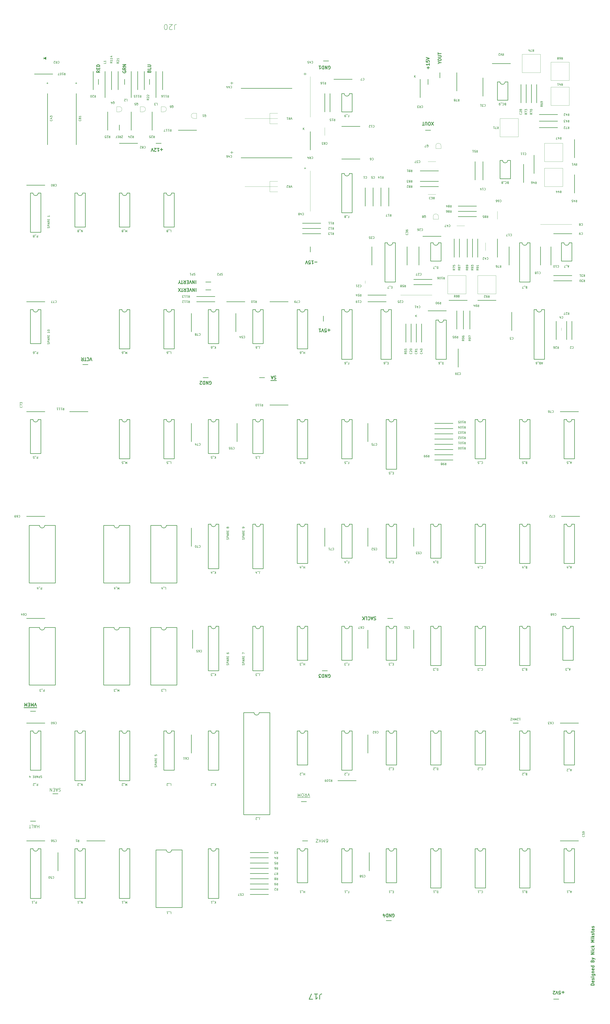
<source format=gbr>
G04 #@! TF.GenerationSoftware,KiCad,Pcbnew,(5.1.5)-3*
G04 #@! TF.CreationDate,2021-04-13T21:01:33-06:00*
G04 #@! TF.ProjectId,Star_Wars_Vector_PCB,53746172-5f57-4617-9273-5f566563746f,rev?*
G04 #@! TF.SameCoordinates,Original*
G04 #@! TF.FileFunction,Legend,Top*
G04 #@! TF.FilePolarity,Positive*
%FSLAX46Y46*%
G04 Gerber Fmt 4.6, Leading zero omitted, Abs format (unit mm)*
G04 Created by KiCad (PCBNEW (5.1.5)-3) date 2021-04-13 21:01:33*
%MOMM*%
%LPD*%
G04 APERTURE LIST*
%ADD10C,0.150000*%
%ADD11C,0.299974*%
%ADD12C,0.254000*%
%ADD13C,0.299720*%
%ADD14C,0.300000*%
%ADD15C,0.120000*%
%ADD16C,0.100000*%
G04 APERTURE END LIST*
D10*
X225798095Y-88717380D02*
X225798095Y-87717380D01*
X226369523Y-88717380D02*
X225940952Y-88145952D01*
X226369523Y-87717380D02*
X225798095Y-88288809D01*
X226433095Y-204922380D02*
X226433095Y-203922380D01*
X227004523Y-204922380D02*
X226575952Y-204350952D01*
X227004523Y-203922380D02*
X226433095Y-204493809D01*
X171823095Y-114117380D02*
X171823095Y-113117380D01*
X172394523Y-114117380D02*
X171965952Y-113545952D01*
X172394523Y-113117380D02*
X171823095Y-113688809D01*
X172339047Y-132786428D02*
X173100952Y-132786428D01*
X172720000Y-133167380D02*
X172720000Y-132405476D01*
D11*
X313098570Y-529234971D02*
X311598573Y-529234971D01*
X311598573Y-528877829D01*
X311670001Y-528663544D01*
X311812858Y-528520687D01*
X311955715Y-528449258D01*
X312241428Y-528377830D01*
X312455714Y-528377830D01*
X312741427Y-528449258D01*
X312884284Y-528520687D01*
X313027141Y-528663544D01*
X313098570Y-528877829D01*
X313098570Y-529234971D01*
X313027141Y-527163547D02*
X313098570Y-527306403D01*
X313098570Y-527592117D01*
X313027141Y-527734974D01*
X312884284Y-527806402D01*
X312312857Y-527806402D01*
X312170000Y-527734974D01*
X312098572Y-527592117D01*
X312098572Y-527306403D01*
X312170000Y-527163547D01*
X312312857Y-527092118D01*
X312455714Y-527092118D01*
X312598571Y-527806402D01*
X313027141Y-526520691D02*
X313098570Y-526377834D01*
X313098570Y-526092120D01*
X313027141Y-525949263D01*
X312884284Y-525877835D01*
X312812856Y-525877835D01*
X312669999Y-525949263D01*
X312598571Y-526092120D01*
X312598571Y-526306405D01*
X312527142Y-526449262D01*
X312384285Y-526520691D01*
X312312857Y-526520691D01*
X312170000Y-526449262D01*
X312098572Y-526306405D01*
X312098572Y-526092120D01*
X312170000Y-525949263D01*
X313098570Y-525234979D02*
X312098572Y-525234979D01*
X311598573Y-525234979D02*
X311670001Y-525306407D01*
X311741429Y-525234979D01*
X311670001Y-525163551D01*
X311598573Y-525234979D01*
X311741429Y-525234979D01*
X312098572Y-523877839D02*
X313312855Y-523877839D01*
X313455712Y-523949267D01*
X313527140Y-524020696D01*
X313598569Y-524163553D01*
X313598569Y-524377838D01*
X313527140Y-524520695D01*
X313027141Y-523877839D02*
X313098570Y-524020696D01*
X313098570Y-524306409D01*
X313027141Y-524449266D01*
X312955713Y-524520695D01*
X312812856Y-524592123D01*
X312384285Y-524592123D01*
X312241428Y-524520695D01*
X312170000Y-524449266D01*
X312098572Y-524306409D01*
X312098572Y-524020696D01*
X312170000Y-523877839D01*
X312098572Y-523163555D02*
X313098570Y-523163555D01*
X312241428Y-523163555D02*
X312170000Y-523092126D01*
X312098572Y-522949269D01*
X312098572Y-522734984D01*
X312170000Y-522592127D01*
X312312857Y-522520699D01*
X313098570Y-522520699D01*
X313027141Y-521234987D02*
X313098570Y-521377844D01*
X313098570Y-521663558D01*
X313027141Y-521806414D01*
X312884284Y-521877843D01*
X312312857Y-521877843D01*
X312170000Y-521806414D01*
X312098572Y-521663558D01*
X312098572Y-521377844D01*
X312170000Y-521234987D01*
X312312857Y-521163559D01*
X312455714Y-521163559D01*
X312598571Y-521877843D01*
X313098570Y-519877847D02*
X311598573Y-519877847D01*
X313027141Y-519877847D02*
X313098570Y-520020704D01*
X313098570Y-520306417D01*
X313027141Y-520449274D01*
X312955713Y-520520703D01*
X312812856Y-520592131D01*
X312384285Y-520592131D01*
X312241428Y-520520703D01*
X312170000Y-520449274D01*
X312098572Y-520306417D01*
X312098572Y-520020704D01*
X312170000Y-519877847D01*
X312312857Y-517520709D02*
X312384285Y-517306423D01*
X312455714Y-517234995D01*
X312598571Y-517163567D01*
X312812856Y-517163567D01*
X312955713Y-517234995D01*
X313027141Y-517306423D01*
X313098570Y-517449280D01*
X313098570Y-518020708D01*
X311598573Y-518020708D01*
X311598573Y-517520709D01*
X311670001Y-517377852D01*
X311741429Y-517306423D01*
X311884286Y-517234995D01*
X312027143Y-517234995D01*
X312170000Y-517306423D01*
X312241428Y-517377852D01*
X312312857Y-517520709D01*
X312312857Y-518020708D01*
X312098572Y-516663568D02*
X313098570Y-516306425D01*
X312098572Y-515949283D02*
X313098570Y-516306425D01*
X313455712Y-516449282D01*
X313527140Y-516520711D01*
X313598569Y-516663568D01*
X313098570Y-514235001D02*
X311598573Y-514235001D01*
X313098570Y-513377860D01*
X311598573Y-513377860D01*
X313098570Y-512663576D02*
X312098572Y-512663576D01*
X311598573Y-512663576D02*
X311670001Y-512735004D01*
X311741429Y-512663576D01*
X311670001Y-512592147D01*
X311598573Y-512663576D01*
X311741429Y-512663576D01*
X313027141Y-511306435D02*
X313098570Y-511449292D01*
X313098570Y-511735006D01*
X313027141Y-511877863D01*
X312955713Y-511949291D01*
X312812856Y-512020720D01*
X312384285Y-512020720D01*
X312241428Y-511949291D01*
X312170000Y-511877863D01*
X312098572Y-511735006D01*
X312098572Y-511449292D01*
X312170000Y-511306435D01*
X313098570Y-510663580D02*
X311598573Y-510663580D01*
X312527142Y-510520723D02*
X313098570Y-510092152D01*
X312098572Y-510092152D02*
X312669999Y-510663580D01*
X313098570Y-508306441D02*
X311598573Y-508306441D01*
X312669999Y-507806442D01*
X311598573Y-507306443D01*
X313098570Y-507306443D01*
X313098570Y-506592159D02*
X312098572Y-506592159D01*
X311598573Y-506592159D02*
X311670001Y-506663588D01*
X311741429Y-506592159D01*
X311670001Y-506520731D01*
X311598573Y-506592159D01*
X311741429Y-506592159D01*
X313098570Y-505877875D02*
X311598573Y-505877875D01*
X312527142Y-505735018D02*
X313098570Y-505306447D01*
X312098572Y-505306447D02*
X312669999Y-505877875D01*
X313027141Y-504735020D02*
X313098570Y-504592163D01*
X313098570Y-504306449D01*
X313027141Y-504163593D01*
X312884284Y-504092164D01*
X312812856Y-504092164D01*
X312669999Y-504163593D01*
X312598571Y-504306449D01*
X312598571Y-504520735D01*
X312527142Y-504663592D01*
X312384285Y-504735020D01*
X312312857Y-504735020D01*
X312170000Y-504663592D01*
X312098572Y-504520735D01*
X312098572Y-504306449D01*
X312170000Y-504163593D01*
X312098572Y-503663594D02*
X312098572Y-503092166D01*
X311598573Y-503449308D02*
X312884284Y-503449308D01*
X313027141Y-503377880D01*
X313098570Y-503235023D01*
X313098570Y-503092166D01*
X313098570Y-501949311D02*
X312312857Y-501949311D01*
X312170000Y-502020740D01*
X312098572Y-502163597D01*
X312098572Y-502449310D01*
X312170000Y-502592167D01*
X313027141Y-501949311D02*
X313098570Y-502092168D01*
X313098570Y-502449310D01*
X313027141Y-502592167D01*
X312884284Y-502663596D01*
X312741427Y-502663596D01*
X312598571Y-502592167D01*
X312527142Y-502449310D01*
X312527142Y-502092168D01*
X312455714Y-501949311D01*
X313027141Y-501306455D02*
X313098570Y-501163599D01*
X313098570Y-500877885D01*
X313027141Y-500735028D01*
X312884284Y-500663600D01*
X312812856Y-500663600D01*
X312669999Y-500735028D01*
X312598571Y-500877885D01*
X312598571Y-501092170D01*
X312527142Y-501235027D01*
X312384285Y-501306455D01*
X312312857Y-501306455D01*
X312170000Y-501235027D01*
X312098572Y-501092170D01*
X312098572Y-500877885D01*
X312170000Y-500735028D01*
D12*
X238125000Y-88900000D02*
X238125000Y-86360000D01*
X232410000Y-92075000D02*
X232410000Y-89535000D01*
X233680000Y-114300000D02*
X231140000Y-114300000D01*
X184150000Y-80645000D02*
X181610000Y-80645000D01*
X175260000Y-173355000D02*
X175260000Y-170815000D01*
X97155000Y-92075000D02*
X97155000Y-89535000D01*
X85090000Y-92075000D02*
X85090000Y-89535000D01*
X72390000Y-92075000D02*
X72390000Y-89535000D01*
D10*
X84264285Y-118022619D02*
X83597619Y-118022619D01*
X84264285Y-117022619D01*
X83597619Y-117022619D01*
X82645238Y-117022619D02*
X82978571Y-117498809D01*
X83216666Y-117022619D02*
X83216666Y-118022619D01*
X82835714Y-118022619D01*
X82740476Y-117975000D01*
X82692857Y-117927380D01*
X82645238Y-117832142D01*
X82645238Y-117689285D01*
X82692857Y-117594047D01*
X82740476Y-117546428D01*
X82835714Y-117498809D01*
X83216666Y-117498809D01*
X82216666Y-117546428D02*
X81883333Y-117546428D01*
X81740476Y-117022619D02*
X82216666Y-117022619D01*
X82216666Y-118022619D01*
X81740476Y-118022619D01*
X80978571Y-117546428D02*
X81311904Y-117546428D01*
X81311904Y-117022619D02*
X81311904Y-118022619D01*
X80835714Y-118022619D01*
D12*
X82550000Y-114300000D02*
X82550000Y-111760000D01*
X102870000Y-120650000D02*
X100330000Y-120650000D01*
X124460000Y-187960000D02*
X127000000Y-187960000D01*
X127000000Y-191770000D02*
X124460000Y-191770000D01*
X181610000Y-204470000D02*
X181610000Y-207010000D01*
X67310000Y-227965000D02*
X64770000Y-227965000D01*
X125730000Y-234315000D02*
X123190000Y-234315000D01*
X153035000Y-234315000D02*
X150495000Y-234315000D01*
X215265000Y-351155000D02*
X212725000Y-351155000D01*
D10*
X276716904Y-399597619D02*
X277288333Y-399597619D01*
X277002619Y-399597619D02*
X277002619Y-400597619D01*
X277097857Y-400454761D01*
X277193095Y-400359523D01*
X277288333Y-400311904D01*
X276335952Y-400502380D02*
X276288333Y-400550000D01*
X276193095Y-400597619D01*
X275955000Y-400597619D01*
X275859761Y-400550000D01*
X275812142Y-400502380D01*
X275764523Y-400407142D01*
X275764523Y-400311904D01*
X275812142Y-400169047D01*
X276383571Y-399597619D01*
X275764523Y-399597619D01*
X275335952Y-399597619D02*
X275335952Y-400597619D01*
X275002619Y-399883333D01*
X274669285Y-400597619D01*
X274669285Y-399597619D01*
X274193095Y-399597619D02*
X274193095Y-400597619D01*
X274193095Y-400121428D02*
X273621666Y-400121428D01*
X273621666Y-399597619D02*
X273621666Y-400597619D01*
X273240714Y-400597619D02*
X272574047Y-400597619D01*
X273240714Y-399597619D01*
X272574047Y-399597619D01*
D12*
X276225000Y-401955000D02*
X273685000Y-401955000D01*
X41910000Y-396240000D02*
X39370000Y-396240000D01*
X183515000Y-376555000D02*
X180975000Y-376555000D01*
X52705000Y-436245000D02*
X50165000Y-436245000D01*
X41910000Y-449580000D02*
X39370000Y-449580000D01*
X173355000Y-440055000D02*
X170815000Y-440055000D01*
X173990000Y-459105000D02*
X171450000Y-459105000D01*
X214630000Y-497840000D02*
X212090000Y-497840000D01*
X295910000Y-535940000D02*
X293370000Y-535940000D01*
D10*
X61214047Y-91511428D02*
X61975952Y-91511428D01*
X61595000Y-91892380D02*
X61595000Y-91130476D01*
X48664761Y-218130000D02*
X48712380Y-217987142D01*
X48712380Y-217749047D01*
X48664761Y-217653809D01*
X48617142Y-217606190D01*
X48521904Y-217558571D01*
X48426666Y-217558571D01*
X48331428Y-217606190D01*
X48283809Y-217653809D01*
X48236190Y-217749047D01*
X48188571Y-217939523D01*
X48140952Y-218034761D01*
X48093333Y-218082380D01*
X47998095Y-218130000D01*
X47902857Y-218130000D01*
X47807619Y-218082380D01*
X47760000Y-218034761D01*
X47712380Y-217939523D01*
X47712380Y-217701428D01*
X47760000Y-217558571D01*
X48712380Y-217130000D02*
X47712380Y-217130000D01*
X47712380Y-216749047D01*
X47760000Y-216653809D01*
X47807619Y-216606190D01*
X47902857Y-216558571D01*
X48045714Y-216558571D01*
X48140952Y-216606190D01*
X48188571Y-216653809D01*
X48236190Y-216749047D01*
X48236190Y-217130000D01*
X48426666Y-216177619D02*
X48426666Y-215701428D01*
X48712380Y-216272857D02*
X47712380Y-215939523D01*
X48712380Y-215606190D01*
X48712380Y-214701428D02*
X48236190Y-215034761D01*
X48712380Y-215272857D02*
X47712380Y-215272857D01*
X47712380Y-214891904D01*
X47760000Y-214796666D01*
X47807619Y-214749047D01*
X47902857Y-214701428D01*
X48045714Y-214701428D01*
X48140952Y-214749047D01*
X48188571Y-214796666D01*
X48236190Y-214891904D01*
X48236190Y-215272857D01*
X48188571Y-214272857D02*
X48188571Y-213939523D01*
X48712380Y-213796666D02*
X48712380Y-214272857D01*
X47712380Y-214272857D01*
X47712380Y-213796666D01*
X48712380Y-212082380D02*
X48712380Y-212653809D01*
X48712380Y-212368095D02*
X47712380Y-212368095D01*
X47855238Y-212463333D01*
X47950476Y-212558571D01*
X47998095Y-212653809D01*
X47712380Y-211463333D02*
X47712380Y-211368095D01*
X47760000Y-211272857D01*
X47807619Y-211225238D01*
X47902857Y-211177619D01*
X48093333Y-211130000D01*
X48331428Y-211130000D01*
X48521904Y-211177619D01*
X48617142Y-211225238D01*
X48664761Y-211272857D01*
X48712380Y-211368095D01*
X48712380Y-211463333D01*
X48664761Y-211558571D01*
X48617142Y-211606190D01*
X48521904Y-211653809D01*
X48331428Y-211701428D01*
X48093333Y-211701428D01*
X47902857Y-211653809D01*
X47807619Y-211606190D01*
X47760000Y-211558571D01*
X47712380Y-211463333D01*
X48664761Y-161773809D02*
X48712380Y-161630952D01*
X48712380Y-161392857D01*
X48664761Y-161297619D01*
X48617142Y-161250000D01*
X48521904Y-161202380D01*
X48426666Y-161202380D01*
X48331428Y-161250000D01*
X48283809Y-161297619D01*
X48236190Y-161392857D01*
X48188571Y-161583333D01*
X48140952Y-161678571D01*
X48093333Y-161726190D01*
X47998095Y-161773809D01*
X47902857Y-161773809D01*
X47807619Y-161726190D01*
X47760000Y-161678571D01*
X47712380Y-161583333D01*
X47712380Y-161345238D01*
X47760000Y-161202380D01*
X48712380Y-160773809D02*
X47712380Y-160773809D01*
X47712380Y-160392857D01*
X47760000Y-160297619D01*
X47807619Y-160250000D01*
X47902857Y-160202380D01*
X48045714Y-160202380D01*
X48140952Y-160250000D01*
X48188571Y-160297619D01*
X48236190Y-160392857D01*
X48236190Y-160773809D01*
X48426666Y-159821428D02*
X48426666Y-159345238D01*
X48712380Y-159916666D02*
X47712380Y-159583333D01*
X48712380Y-159250000D01*
X48712380Y-158345238D02*
X48236190Y-158678571D01*
X48712380Y-158916666D02*
X47712380Y-158916666D01*
X47712380Y-158535714D01*
X47760000Y-158440476D01*
X47807619Y-158392857D01*
X47902857Y-158345238D01*
X48045714Y-158345238D01*
X48140952Y-158392857D01*
X48188571Y-158440476D01*
X48236190Y-158535714D01*
X48236190Y-158916666D01*
X48188571Y-157916666D02*
X48188571Y-157583333D01*
X48712380Y-157440476D02*
X48712380Y-157916666D01*
X47712380Y-157916666D01*
X47712380Y-157440476D01*
X48712380Y-155726190D02*
X48712380Y-156297619D01*
X48712380Y-156011904D02*
X47712380Y-156011904D01*
X47855238Y-156107142D01*
X47950476Y-156202380D01*
X47998095Y-156297619D01*
D13*
X238088714Y-81552142D02*
X238814428Y-81552142D01*
X237290428Y-82060142D02*
X238088714Y-81552142D01*
X237290428Y-81044142D01*
X237290428Y-80245857D02*
X237290428Y-79955571D01*
X237363000Y-79810428D01*
X237508142Y-79665285D01*
X237798428Y-79592714D01*
X238306428Y-79592714D01*
X238596714Y-79665285D01*
X238741857Y-79810428D01*
X238814428Y-79955571D01*
X238814428Y-80245857D01*
X238741857Y-80391000D01*
X238596714Y-80536142D01*
X238306428Y-80608714D01*
X237798428Y-80608714D01*
X237508142Y-80536142D01*
X237363000Y-80391000D01*
X237290428Y-80245857D01*
X237290428Y-78939571D02*
X238524142Y-78939571D01*
X238669285Y-78867000D01*
X238741857Y-78794428D01*
X238814428Y-78649285D01*
X238814428Y-78359000D01*
X238741857Y-78213857D01*
X238669285Y-78141285D01*
X238524142Y-78068714D01*
X237290428Y-78068714D01*
X237290428Y-77560714D02*
X237290428Y-76689857D01*
X238814428Y-77125285D02*
X237290428Y-77125285D01*
X232518857Y-84600142D02*
X232518857Y-83439000D01*
X233099428Y-84019571D02*
X231938285Y-84019571D01*
X233099428Y-81915000D02*
X233099428Y-82785857D01*
X233099428Y-82350428D02*
X231575428Y-82350428D01*
X231793142Y-82495571D01*
X231938285Y-82640714D01*
X232010857Y-82785857D01*
X231575428Y-80536142D02*
X231575428Y-81261857D01*
X232301142Y-81334428D01*
X232228571Y-81261857D01*
X232156000Y-81116714D01*
X232156000Y-80753857D01*
X232228571Y-80608714D01*
X232301142Y-80536142D01*
X232446285Y-80463571D01*
X232809142Y-80463571D01*
X232954285Y-80536142D01*
X233026857Y-80608714D01*
X233099428Y-80753857D01*
X233099428Y-81116714D01*
X233026857Y-81261857D01*
X232954285Y-81334428D01*
X231575428Y-80028142D02*
X233099428Y-79520142D01*
X231575428Y-79012142D01*
X235095142Y-111959571D02*
X234079142Y-110435571D01*
X234079142Y-111959571D02*
X235095142Y-110435571D01*
X233208285Y-111959571D02*
X232918000Y-111959571D01*
X232772857Y-111887000D01*
X232627714Y-111741857D01*
X232555142Y-111451571D01*
X232555142Y-110943571D01*
X232627714Y-110653285D01*
X232772857Y-110508142D01*
X232918000Y-110435571D01*
X233208285Y-110435571D01*
X233353428Y-110508142D01*
X233498571Y-110653285D01*
X233571142Y-110943571D01*
X233571142Y-111451571D01*
X233498571Y-111741857D01*
X233353428Y-111887000D01*
X233208285Y-111959571D01*
X231902000Y-111959571D02*
X231902000Y-110725857D01*
X231829428Y-110580714D01*
X231756857Y-110508142D01*
X231611714Y-110435571D01*
X231321428Y-110435571D01*
X231176285Y-110508142D01*
X231103714Y-110580714D01*
X231031142Y-110725857D01*
X231031142Y-111959571D01*
X230523142Y-111959571D02*
X229652285Y-111959571D01*
X230087714Y-110435571D02*
X230087714Y-111959571D01*
X178580142Y-178326142D02*
X177419000Y-178326142D01*
X175895000Y-177745571D02*
X176765857Y-177745571D01*
X176330428Y-177745571D02*
X176330428Y-179269571D01*
X176475571Y-179051857D01*
X176620714Y-178906714D01*
X176765857Y-178834142D01*
X174516142Y-179269571D02*
X175241857Y-179269571D01*
X175314428Y-178543857D01*
X175241857Y-178616428D01*
X175096714Y-178689000D01*
X174733857Y-178689000D01*
X174588714Y-178616428D01*
X174516142Y-178543857D01*
X174443571Y-178398714D01*
X174443571Y-178035857D01*
X174516142Y-177890714D01*
X174588714Y-177818142D01*
X174733857Y-177745571D01*
X175096714Y-177745571D01*
X175241857Y-177818142D01*
X175314428Y-177890714D01*
X174008142Y-179269571D02*
X173500142Y-177745571D01*
X172992142Y-179269571D01*
X184131857Y-84582000D02*
X184277000Y-84654571D01*
X184494714Y-84654571D01*
X184712428Y-84582000D01*
X184857571Y-84436857D01*
X184930142Y-84291714D01*
X185002714Y-84001428D01*
X185002714Y-83783714D01*
X184930142Y-83493428D01*
X184857571Y-83348285D01*
X184712428Y-83203142D01*
X184494714Y-83130571D01*
X184349571Y-83130571D01*
X184131857Y-83203142D01*
X184059285Y-83275714D01*
X184059285Y-83783714D01*
X184349571Y-83783714D01*
X183406142Y-83130571D02*
X183406142Y-84654571D01*
X182535285Y-83130571D01*
X182535285Y-84654571D01*
X181809571Y-83130571D02*
X181809571Y-84654571D01*
X181446714Y-84654571D01*
X181229000Y-84582000D01*
X181083857Y-84436857D01*
X181011285Y-84291714D01*
X180938714Y-84001428D01*
X180938714Y-83783714D01*
X181011285Y-83493428D01*
X181083857Y-83348285D01*
X181229000Y-83203142D01*
X181446714Y-83130571D01*
X181809571Y-83130571D01*
X179487285Y-83130571D02*
X180358142Y-83130571D01*
X179922714Y-83130571D02*
X179922714Y-84654571D01*
X180067857Y-84436857D01*
X180213000Y-84291714D01*
X180358142Y-84219142D01*
D10*
X173355000Y-86995000D02*
X172085000Y-86995000D01*
X172720000Y-86360000D02*
X172720000Y-87630000D01*
X137795000Y-125095000D02*
X136525000Y-125095000D01*
X137160000Y-124460000D02*
X137160000Y-125730000D01*
X136525000Y-91440000D02*
X137795000Y-91440000D01*
X137160000Y-90805000D02*
X137160000Y-92075000D01*
X143279761Y-312903809D02*
X143327380Y-312760952D01*
X143327380Y-312522857D01*
X143279761Y-312427619D01*
X143232142Y-312380000D01*
X143136904Y-312332380D01*
X143041666Y-312332380D01*
X142946428Y-312380000D01*
X142898809Y-312427619D01*
X142851190Y-312522857D01*
X142803571Y-312713333D01*
X142755952Y-312808571D01*
X142708333Y-312856190D01*
X142613095Y-312903809D01*
X142517857Y-312903809D01*
X142422619Y-312856190D01*
X142375000Y-312808571D01*
X142327380Y-312713333D01*
X142327380Y-312475238D01*
X142375000Y-312332380D01*
X143327380Y-311903809D02*
X142327380Y-311903809D01*
X142327380Y-311522857D01*
X142375000Y-311427619D01*
X142422619Y-311380000D01*
X142517857Y-311332380D01*
X142660714Y-311332380D01*
X142755952Y-311380000D01*
X142803571Y-311427619D01*
X142851190Y-311522857D01*
X142851190Y-311903809D01*
X143041666Y-310951428D02*
X143041666Y-310475238D01*
X143327380Y-311046666D02*
X142327380Y-310713333D01*
X143327380Y-310380000D01*
X143327380Y-309475238D02*
X142851190Y-309808571D01*
X143327380Y-310046666D02*
X142327380Y-310046666D01*
X142327380Y-309665714D01*
X142375000Y-309570476D01*
X142422619Y-309522857D01*
X142517857Y-309475238D01*
X142660714Y-309475238D01*
X142755952Y-309522857D01*
X142803571Y-309570476D01*
X142851190Y-309665714D01*
X142851190Y-310046666D01*
X142803571Y-309046666D02*
X142803571Y-308713333D01*
X143327380Y-308570476D02*
X143327380Y-309046666D01*
X142327380Y-309046666D01*
X142327380Y-308570476D01*
X143327380Y-307332380D02*
X143327380Y-307141904D01*
X143279761Y-307046666D01*
X143232142Y-306999047D01*
X143089285Y-306903809D01*
X142898809Y-306856190D01*
X142517857Y-306856190D01*
X142422619Y-306903809D01*
X142375000Y-306951428D01*
X142327380Y-307046666D01*
X142327380Y-307237142D01*
X142375000Y-307332380D01*
X142422619Y-307380000D01*
X142517857Y-307427619D01*
X142755952Y-307427619D01*
X142851190Y-307380000D01*
X142898809Y-307332380D01*
X142946428Y-307237142D01*
X142946428Y-307046666D01*
X142898809Y-306951428D01*
X142851190Y-306903809D01*
X142755952Y-306856190D01*
X135659761Y-312903809D02*
X135707380Y-312760952D01*
X135707380Y-312522857D01*
X135659761Y-312427619D01*
X135612142Y-312380000D01*
X135516904Y-312332380D01*
X135421666Y-312332380D01*
X135326428Y-312380000D01*
X135278809Y-312427619D01*
X135231190Y-312522857D01*
X135183571Y-312713333D01*
X135135952Y-312808571D01*
X135088333Y-312856190D01*
X134993095Y-312903809D01*
X134897857Y-312903809D01*
X134802619Y-312856190D01*
X134755000Y-312808571D01*
X134707380Y-312713333D01*
X134707380Y-312475238D01*
X134755000Y-312332380D01*
X135707380Y-311903809D02*
X134707380Y-311903809D01*
X134707380Y-311522857D01*
X134755000Y-311427619D01*
X134802619Y-311380000D01*
X134897857Y-311332380D01*
X135040714Y-311332380D01*
X135135952Y-311380000D01*
X135183571Y-311427619D01*
X135231190Y-311522857D01*
X135231190Y-311903809D01*
X135421666Y-310951428D02*
X135421666Y-310475238D01*
X135707380Y-311046666D02*
X134707380Y-310713333D01*
X135707380Y-310380000D01*
X135707380Y-309475238D02*
X135231190Y-309808571D01*
X135707380Y-310046666D02*
X134707380Y-310046666D01*
X134707380Y-309665714D01*
X134755000Y-309570476D01*
X134802619Y-309522857D01*
X134897857Y-309475238D01*
X135040714Y-309475238D01*
X135135952Y-309522857D01*
X135183571Y-309570476D01*
X135231190Y-309665714D01*
X135231190Y-310046666D01*
X135183571Y-309046666D02*
X135183571Y-308713333D01*
X135707380Y-308570476D02*
X135707380Y-309046666D01*
X134707380Y-309046666D01*
X134707380Y-308570476D01*
X135135952Y-307237142D02*
X135088333Y-307332380D01*
X135040714Y-307380000D01*
X134945476Y-307427619D01*
X134897857Y-307427619D01*
X134802619Y-307380000D01*
X134755000Y-307332380D01*
X134707380Y-307237142D01*
X134707380Y-307046666D01*
X134755000Y-306951428D01*
X134802619Y-306903809D01*
X134897857Y-306856190D01*
X134945476Y-306856190D01*
X135040714Y-306903809D01*
X135088333Y-306951428D01*
X135135952Y-307046666D01*
X135135952Y-307237142D01*
X135183571Y-307332380D01*
X135231190Y-307380000D01*
X135326428Y-307427619D01*
X135516904Y-307427619D01*
X135612142Y-307380000D01*
X135659761Y-307332380D01*
X135707380Y-307237142D01*
X135707380Y-307046666D01*
X135659761Y-306951428D01*
X135612142Y-306903809D01*
X135516904Y-306856190D01*
X135326428Y-306856190D01*
X135231190Y-306903809D01*
X135183571Y-306951428D01*
X135135952Y-307046666D01*
X143279761Y-373863809D02*
X143327380Y-373720952D01*
X143327380Y-373482857D01*
X143279761Y-373387619D01*
X143232142Y-373340000D01*
X143136904Y-373292380D01*
X143041666Y-373292380D01*
X142946428Y-373340000D01*
X142898809Y-373387619D01*
X142851190Y-373482857D01*
X142803571Y-373673333D01*
X142755952Y-373768571D01*
X142708333Y-373816190D01*
X142613095Y-373863809D01*
X142517857Y-373863809D01*
X142422619Y-373816190D01*
X142375000Y-373768571D01*
X142327380Y-373673333D01*
X142327380Y-373435238D01*
X142375000Y-373292380D01*
X143327380Y-372863809D02*
X142327380Y-372863809D01*
X142327380Y-372482857D01*
X142375000Y-372387619D01*
X142422619Y-372340000D01*
X142517857Y-372292380D01*
X142660714Y-372292380D01*
X142755952Y-372340000D01*
X142803571Y-372387619D01*
X142851190Y-372482857D01*
X142851190Y-372863809D01*
X143041666Y-371911428D02*
X143041666Y-371435238D01*
X143327380Y-372006666D02*
X142327380Y-371673333D01*
X143327380Y-371340000D01*
X143327380Y-370435238D02*
X142851190Y-370768571D01*
X143327380Y-371006666D02*
X142327380Y-371006666D01*
X142327380Y-370625714D01*
X142375000Y-370530476D01*
X142422619Y-370482857D01*
X142517857Y-370435238D01*
X142660714Y-370435238D01*
X142755952Y-370482857D01*
X142803571Y-370530476D01*
X142851190Y-370625714D01*
X142851190Y-371006666D01*
X142803571Y-370006666D02*
X142803571Y-369673333D01*
X143327380Y-369530476D02*
X143327380Y-370006666D01*
X142327380Y-370006666D01*
X142327380Y-369530476D01*
X142327380Y-368435238D02*
X142327380Y-367768571D01*
X143327380Y-368197142D01*
X135659761Y-373863809D02*
X135707380Y-373720952D01*
X135707380Y-373482857D01*
X135659761Y-373387619D01*
X135612142Y-373340000D01*
X135516904Y-373292380D01*
X135421666Y-373292380D01*
X135326428Y-373340000D01*
X135278809Y-373387619D01*
X135231190Y-373482857D01*
X135183571Y-373673333D01*
X135135952Y-373768571D01*
X135088333Y-373816190D01*
X134993095Y-373863809D01*
X134897857Y-373863809D01*
X134802619Y-373816190D01*
X134755000Y-373768571D01*
X134707380Y-373673333D01*
X134707380Y-373435238D01*
X134755000Y-373292380D01*
X135707380Y-372863809D02*
X134707380Y-372863809D01*
X134707380Y-372482857D01*
X134755000Y-372387619D01*
X134802619Y-372340000D01*
X134897857Y-372292380D01*
X135040714Y-372292380D01*
X135135952Y-372340000D01*
X135183571Y-372387619D01*
X135231190Y-372482857D01*
X135231190Y-372863809D01*
X135421666Y-371911428D02*
X135421666Y-371435238D01*
X135707380Y-372006666D02*
X134707380Y-371673333D01*
X135707380Y-371340000D01*
X135707380Y-370435238D02*
X135231190Y-370768571D01*
X135707380Y-371006666D02*
X134707380Y-371006666D01*
X134707380Y-370625714D01*
X134755000Y-370530476D01*
X134802619Y-370482857D01*
X134897857Y-370435238D01*
X135040714Y-370435238D01*
X135135952Y-370482857D01*
X135183571Y-370530476D01*
X135231190Y-370625714D01*
X135231190Y-371006666D01*
X135183571Y-370006666D02*
X135183571Y-369673333D01*
X135707380Y-369530476D02*
X135707380Y-370006666D01*
X134707380Y-370006666D01*
X134707380Y-369530476D01*
X134707380Y-367911428D02*
X134707380Y-368101904D01*
X134755000Y-368197142D01*
X134802619Y-368244761D01*
X134945476Y-368340000D01*
X135135952Y-368387619D01*
X135516904Y-368387619D01*
X135612142Y-368340000D01*
X135659761Y-368292380D01*
X135707380Y-368197142D01*
X135707380Y-368006666D01*
X135659761Y-367911428D01*
X135612142Y-367863809D01*
X135516904Y-367816190D01*
X135278809Y-367816190D01*
X135183571Y-367863809D01*
X135135952Y-367911428D01*
X135088333Y-368006666D01*
X135088333Y-368197142D01*
X135135952Y-368292380D01*
X135183571Y-368340000D01*
X135278809Y-368387619D01*
X100734761Y-423393809D02*
X100782380Y-423250952D01*
X100782380Y-423012857D01*
X100734761Y-422917619D01*
X100687142Y-422870000D01*
X100591904Y-422822380D01*
X100496666Y-422822380D01*
X100401428Y-422870000D01*
X100353809Y-422917619D01*
X100306190Y-423012857D01*
X100258571Y-423203333D01*
X100210952Y-423298571D01*
X100163333Y-423346190D01*
X100068095Y-423393809D01*
X99972857Y-423393809D01*
X99877619Y-423346190D01*
X99830000Y-423298571D01*
X99782380Y-423203333D01*
X99782380Y-422965238D01*
X99830000Y-422822380D01*
X100782380Y-422393809D02*
X99782380Y-422393809D01*
X99782380Y-422012857D01*
X99830000Y-421917619D01*
X99877619Y-421870000D01*
X99972857Y-421822380D01*
X100115714Y-421822380D01*
X100210952Y-421870000D01*
X100258571Y-421917619D01*
X100306190Y-422012857D01*
X100306190Y-422393809D01*
X100496666Y-421441428D02*
X100496666Y-420965238D01*
X100782380Y-421536666D02*
X99782380Y-421203333D01*
X100782380Y-420870000D01*
X100782380Y-419965238D02*
X100306190Y-420298571D01*
X100782380Y-420536666D02*
X99782380Y-420536666D01*
X99782380Y-420155714D01*
X99830000Y-420060476D01*
X99877619Y-420012857D01*
X99972857Y-419965238D01*
X100115714Y-419965238D01*
X100210952Y-420012857D01*
X100258571Y-420060476D01*
X100306190Y-420155714D01*
X100306190Y-420536666D01*
X100258571Y-419536666D02*
X100258571Y-419203333D01*
X100782380Y-419060476D02*
X100782380Y-419536666D01*
X99782380Y-419536666D01*
X99782380Y-419060476D01*
X99782380Y-417393809D02*
X99782380Y-417870000D01*
X100258571Y-417917619D01*
X100210952Y-417870000D01*
X100163333Y-417774761D01*
X100163333Y-417536666D01*
X100210952Y-417441428D01*
X100258571Y-417393809D01*
X100353809Y-417346190D01*
X100591904Y-417346190D01*
X100687142Y-417393809D01*
X100734761Y-417441428D01*
X100782380Y-417536666D01*
X100782380Y-417774761D01*
X100734761Y-417870000D01*
X100687142Y-417917619D01*
X44933809Y-427585238D02*
X44790952Y-427537619D01*
X44552857Y-427537619D01*
X44457619Y-427585238D01*
X44410000Y-427632857D01*
X44362380Y-427728095D01*
X44362380Y-427823333D01*
X44410000Y-427918571D01*
X44457619Y-427966190D01*
X44552857Y-428013809D01*
X44743333Y-428061428D01*
X44838571Y-428109047D01*
X44886190Y-428156666D01*
X44933809Y-428251904D01*
X44933809Y-428347142D01*
X44886190Y-428442380D01*
X44838571Y-428490000D01*
X44743333Y-428537619D01*
X44505238Y-428537619D01*
X44362380Y-428490000D01*
X43933809Y-427537619D02*
X43933809Y-428537619D01*
X43552857Y-428537619D01*
X43457619Y-428490000D01*
X43410000Y-428442380D01*
X43362380Y-428347142D01*
X43362380Y-428204285D01*
X43410000Y-428109047D01*
X43457619Y-428061428D01*
X43552857Y-428013809D01*
X43933809Y-428013809D01*
X42981428Y-427823333D02*
X42505238Y-427823333D01*
X43076666Y-427537619D02*
X42743333Y-428537619D01*
X42410000Y-427537619D01*
X41505238Y-427537619D02*
X41838571Y-428013809D01*
X42076666Y-427537619D02*
X42076666Y-428537619D01*
X41695714Y-428537619D01*
X41600476Y-428490000D01*
X41552857Y-428442380D01*
X41505238Y-428347142D01*
X41505238Y-428204285D01*
X41552857Y-428109047D01*
X41600476Y-428061428D01*
X41695714Y-428013809D01*
X42076666Y-428013809D01*
X41076666Y-428061428D02*
X40743333Y-428061428D01*
X40600476Y-427537619D02*
X41076666Y-427537619D01*
X41076666Y-428537619D01*
X40600476Y-428537619D01*
X38981428Y-428204285D02*
X38981428Y-427537619D01*
X39219523Y-428585238D02*
X39457619Y-427870952D01*
X38838571Y-427870952D01*
D13*
X184930142Y-211346142D02*
X183769000Y-211346142D01*
X184349571Y-210765571D02*
X184349571Y-211926714D01*
X182317571Y-212289571D02*
X183043285Y-212289571D01*
X183115857Y-211563857D01*
X183043285Y-211636428D01*
X182898142Y-211709000D01*
X182535285Y-211709000D01*
X182390142Y-211636428D01*
X182317571Y-211563857D01*
X182245000Y-211418714D01*
X182245000Y-211055857D01*
X182317571Y-210910714D01*
X182390142Y-210838142D01*
X182535285Y-210765571D01*
X182898142Y-210765571D01*
X183043285Y-210838142D01*
X183115857Y-210910714D01*
X181809571Y-212289571D02*
X181301571Y-210765571D01*
X180793571Y-212289571D01*
X179487285Y-210765571D02*
X180358142Y-210765571D01*
X179922714Y-210765571D02*
X179922714Y-212289571D01*
X180067857Y-212071857D01*
X180213000Y-211926714D01*
X180358142Y-211854142D01*
D10*
X47244047Y-91511428D02*
X48005952Y-91511428D01*
X47625000Y-91892380D02*
X47625000Y-91130476D01*
D12*
X100330000Y-85725000D02*
X100330000Y-98425000D01*
X88265000Y-85725000D02*
X88265000Y-98425000D01*
X75565000Y-85725000D02*
X75565000Y-98425000D01*
D13*
X97046142Y-85761285D02*
X97118714Y-85543571D01*
X97191285Y-85471000D01*
X97336428Y-85398428D01*
X97554142Y-85398428D01*
X97699285Y-85471000D01*
X97771857Y-85543571D01*
X97844428Y-85688714D01*
X97844428Y-86269285D01*
X96320428Y-86269285D01*
X96320428Y-85761285D01*
X96393000Y-85616142D01*
X96465571Y-85543571D01*
X96610714Y-85471000D01*
X96755857Y-85471000D01*
X96901000Y-85543571D01*
X96973571Y-85616142D01*
X97046142Y-85761285D01*
X97046142Y-86269285D01*
X97844428Y-84019571D02*
X97844428Y-84745285D01*
X96320428Y-84745285D01*
X96320428Y-83511571D02*
X97554142Y-83511571D01*
X97699285Y-83439000D01*
X97771857Y-83366428D01*
X97844428Y-83221285D01*
X97844428Y-82931000D01*
X97771857Y-82785857D01*
X97699285Y-82713285D01*
X97554142Y-82640714D01*
X96320428Y-82640714D01*
X84328000Y-85616142D02*
X84255428Y-85761285D01*
X84255428Y-85979000D01*
X84328000Y-86196714D01*
X84473142Y-86341857D01*
X84618285Y-86414428D01*
X84908571Y-86487000D01*
X85126285Y-86487000D01*
X85416571Y-86414428D01*
X85561714Y-86341857D01*
X85706857Y-86196714D01*
X85779428Y-85979000D01*
X85779428Y-85833857D01*
X85706857Y-85616142D01*
X85634285Y-85543571D01*
X85126285Y-85543571D01*
X85126285Y-85833857D01*
X85779428Y-84019571D02*
X85053714Y-84527571D01*
X85779428Y-84890428D02*
X84255428Y-84890428D01*
X84255428Y-84309857D01*
X84328000Y-84164714D01*
X84400571Y-84092142D01*
X84545714Y-84019571D01*
X84763428Y-84019571D01*
X84908571Y-84092142D01*
X84981142Y-84164714D01*
X85053714Y-84309857D01*
X85053714Y-84890428D01*
X85779428Y-83366428D02*
X84255428Y-83366428D01*
X85779428Y-82495571D01*
X84255428Y-82495571D01*
X73079428Y-85434714D02*
X72353714Y-85942714D01*
X73079428Y-86305571D02*
X71555428Y-86305571D01*
X71555428Y-85725000D01*
X71628000Y-85579857D01*
X71700571Y-85507285D01*
X71845714Y-85434714D01*
X72063428Y-85434714D01*
X72208571Y-85507285D01*
X72281142Y-85579857D01*
X72353714Y-85725000D01*
X72353714Y-86305571D01*
X72281142Y-84781571D02*
X72281142Y-84273571D01*
X73079428Y-84055857D02*
X73079428Y-84781571D01*
X71555428Y-84781571D01*
X71555428Y-84055857D01*
X73079428Y-83402714D02*
X71555428Y-83402714D01*
X71555428Y-83039857D01*
X71628000Y-82822142D01*
X71773142Y-82677000D01*
X71918285Y-82604428D01*
X72208571Y-82531857D01*
X72426285Y-82531857D01*
X72716571Y-82604428D01*
X72861714Y-82677000D01*
X73006857Y-82822142D01*
X73079428Y-83039857D01*
X73079428Y-83402714D01*
X103650142Y-123716142D02*
X102489000Y-123716142D01*
X103069571Y-123135571D02*
X103069571Y-124296714D01*
X100965000Y-123135571D02*
X101835857Y-123135571D01*
X101400428Y-123135571D02*
X101400428Y-124659571D01*
X101545571Y-124441857D01*
X101690714Y-124296714D01*
X101835857Y-124224142D01*
X100384428Y-124514428D02*
X100311857Y-124587000D01*
X100166714Y-124659571D01*
X99803857Y-124659571D01*
X99658714Y-124587000D01*
X99586142Y-124514428D01*
X99513571Y-124369285D01*
X99513571Y-124224142D01*
X99586142Y-124006428D01*
X100457000Y-123135571D01*
X99513571Y-123135571D01*
X99078142Y-124659571D02*
X98570142Y-123135571D01*
X98062142Y-124659571D01*
X119706571Y-187270571D02*
X119706571Y-188794571D01*
X118980857Y-187270571D02*
X118980857Y-188794571D01*
X118110000Y-187270571D01*
X118110000Y-188794571D01*
X117602000Y-188794571D02*
X117094000Y-187270571D01*
X116586000Y-188794571D01*
X116078000Y-188068857D02*
X115570000Y-188068857D01*
X115352285Y-187270571D02*
X116078000Y-187270571D01*
X116078000Y-188794571D01*
X115352285Y-188794571D01*
X113828285Y-187270571D02*
X114336285Y-187996285D01*
X114699142Y-187270571D02*
X114699142Y-188794571D01*
X114118571Y-188794571D01*
X113973428Y-188722000D01*
X113900857Y-188649428D01*
X113828285Y-188504285D01*
X113828285Y-188286571D01*
X113900857Y-188141428D01*
X113973428Y-188068857D01*
X114118571Y-187996285D01*
X114699142Y-187996285D01*
X113392857Y-188794571D02*
X112522000Y-188794571D01*
X112957428Y-187270571D02*
X112957428Y-188794571D01*
X111723714Y-187996285D02*
X111723714Y-187270571D01*
X112231714Y-188794571D02*
X111723714Y-187996285D01*
X111215714Y-188794571D01*
X119779142Y-191080571D02*
X119779142Y-192604571D01*
X119053428Y-191080571D02*
X119053428Y-192604571D01*
X118182571Y-191080571D01*
X118182571Y-192604571D01*
X117674571Y-192604571D02*
X117166571Y-191080571D01*
X116658571Y-192604571D01*
X116150571Y-191878857D02*
X115642571Y-191878857D01*
X115424857Y-191080571D02*
X116150571Y-191080571D01*
X116150571Y-192604571D01*
X115424857Y-192604571D01*
X113900857Y-191080571D02*
X114408857Y-191806285D01*
X114771714Y-191080571D02*
X114771714Y-192604571D01*
X114191142Y-192604571D01*
X114046000Y-192532000D01*
X113973428Y-192459428D01*
X113900857Y-192314285D01*
X113900857Y-192096571D01*
X113973428Y-191951428D01*
X114046000Y-191878857D01*
X114191142Y-191806285D01*
X114771714Y-191806285D01*
X113465428Y-192604571D02*
X112594571Y-192604571D01*
X113030000Y-191080571D02*
X113030000Y-192604571D01*
X112231714Y-192604571D02*
X111215714Y-191080571D01*
X111215714Y-192604571D02*
X112231714Y-191080571D01*
X69287571Y-226259571D02*
X68779571Y-224735571D01*
X68271571Y-226259571D01*
X66892714Y-224880714D02*
X66965285Y-224808142D01*
X67183000Y-224735571D01*
X67328142Y-224735571D01*
X67545857Y-224808142D01*
X67691000Y-224953285D01*
X67763571Y-225098428D01*
X67836142Y-225388714D01*
X67836142Y-225606428D01*
X67763571Y-225896714D01*
X67691000Y-226041857D01*
X67545857Y-226187000D01*
X67328142Y-226259571D01*
X67183000Y-226259571D01*
X66965285Y-226187000D01*
X66892714Y-226114428D01*
X66457285Y-226259571D02*
X65586428Y-226259571D01*
X66021857Y-224735571D02*
X66021857Y-226259571D01*
X64207571Y-224735571D02*
X64715571Y-225461285D01*
X65078428Y-224735571D02*
X65078428Y-226259571D01*
X64497857Y-226259571D01*
X64352714Y-226187000D01*
X64280142Y-226114428D01*
X64207571Y-225969285D01*
X64207571Y-225751571D01*
X64280142Y-225606428D01*
X64352714Y-225533857D01*
X64497857Y-225461285D01*
X65078428Y-225461285D01*
X158858857Y-235801916D02*
X157407428Y-235801916D01*
X158568571Y-233698142D02*
X158350857Y-233625571D01*
X157988000Y-233625571D01*
X157842857Y-233698142D01*
X157770285Y-233770714D01*
X157697714Y-233915857D01*
X157697714Y-234061000D01*
X157770285Y-234206142D01*
X157842857Y-234278714D01*
X157988000Y-234351285D01*
X158278285Y-234423857D01*
X158423428Y-234496428D01*
X158496000Y-234569000D01*
X158568571Y-234714142D01*
X158568571Y-234859285D01*
X158496000Y-235004428D01*
X158423428Y-235077000D01*
X158278285Y-235149571D01*
X157915428Y-235149571D01*
X157697714Y-235077000D01*
X157407428Y-235801916D02*
X156101142Y-235801916D01*
X157117142Y-234061000D02*
X156391428Y-234061000D01*
X157262285Y-233625571D02*
X156754285Y-235149571D01*
X156246285Y-233625571D01*
X126346857Y-237617000D02*
X126492000Y-237689571D01*
X126709714Y-237689571D01*
X126927428Y-237617000D01*
X127072571Y-237471857D01*
X127145142Y-237326714D01*
X127217714Y-237036428D01*
X127217714Y-236818714D01*
X127145142Y-236528428D01*
X127072571Y-236383285D01*
X126927428Y-236238142D01*
X126709714Y-236165571D01*
X126564571Y-236165571D01*
X126346857Y-236238142D01*
X126274285Y-236310714D01*
X126274285Y-236818714D01*
X126564571Y-236818714D01*
X125621142Y-236165571D02*
X125621142Y-237689571D01*
X124750285Y-236165571D01*
X124750285Y-237689571D01*
X124024571Y-236165571D02*
X124024571Y-237689571D01*
X123661714Y-237689571D01*
X123444000Y-237617000D01*
X123298857Y-237471857D01*
X123226285Y-237326714D01*
X123153714Y-237036428D01*
X123153714Y-236818714D01*
X123226285Y-236528428D01*
X123298857Y-236383285D01*
X123444000Y-236238142D01*
X123661714Y-236165571D01*
X124024571Y-236165571D01*
X122573142Y-237544428D02*
X122500571Y-237617000D01*
X122355428Y-237689571D01*
X121992571Y-237689571D01*
X121847428Y-237617000D01*
X121774857Y-237544428D01*
X121702285Y-237399285D01*
X121702285Y-237254142D01*
X121774857Y-237036428D01*
X122645714Y-236165571D01*
X121702285Y-236165571D01*
X207064428Y-350538142D02*
X206846714Y-350465571D01*
X206483857Y-350465571D01*
X206338714Y-350538142D01*
X206266142Y-350610714D01*
X206193571Y-350755857D01*
X206193571Y-350901000D01*
X206266142Y-351046142D01*
X206338714Y-351118714D01*
X206483857Y-351191285D01*
X206774142Y-351263857D01*
X206919285Y-351336428D01*
X206991857Y-351409000D01*
X207064428Y-351554142D01*
X207064428Y-351699285D01*
X206991857Y-351844428D01*
X206919285Y-351917000D01*
X206774142Y-351989571D01*
X206411285Y-351989571D01*
X206193571Y-351917000D01*
X205613000Y-350901000D02*
X204887285Y-350901000D01*
X205758142Y-350465571D02*
X205250142Y-351989571D01*
X204742142Y-350465571D01*
X203363285Y-350610714D02*
X203435857Y-350538142D01*
X203653571Y-350465571D01*
X203798714Y-350465571D01*
X204016428Y-350538142D01*
X204161571Y-350683285D01*
X204234142Y-350828428D01*
X204306714Y-351118714D01*
X204306714Y-351336428D01*
X204234142Y-351626714D01*
X204161571Y-351771857D01*
X204016428Y-351917000D01*
X203798714Y-351989571D01*
X203653571Y-351989571D01*
X203435857Y-351917000D01*
X203363285Y-351844428D01*
X201984428Y-350465571D02*
X202710142Y-350465571D01*
X202710142Y-351989571D01*
X201476428Y-350465571D02*
X201476428Y-351989571D01*
X200605571Y-350465571D02*
X201258714Y-351336428D01*
X200605571Y-351989571D02*
X201476428Y-351118714D01*
X184131857Y-379857000D02*
X184277000Y-379929571D01*
X184494714Y-379929571D01*
X184712428Y-379857000D01*
X184857571Y-379711857D01*
X184930142Y-379566714D01*
X185002714Y-379276428D01*
X185002714Y-379058714D01*
X184930142Y-378768428D01*
X184857571Y-378623285D01*
X184712428Y-378478142D01*
X184494714Y-378405571D01*
X184349571Y-378405571D01*
X184131857Y-378478142D01*
X184059285Y-378550714D01*
X184059285Y-379058714D01*
X184349571Y-379058714D01*
X183406142Y-378405571D02*
X183406142Y-379929571D01*
X182535285Y-378405571D01*
X182535285Y-379929571D01*
X181809571Y-378405571D02*
X181809571Y-379929571D01*
X181446714Y-379929571D01*
X181229000Y-379857000D01*
X181083857Y-379711857D01*
X181011285Y-379566714D01*
X180938714Y-379276428D01*
X180938714Y-379058714D01*
X181011285Y-378768428D01*
X181083857Y-378623285D01*
X181229000Y-378478142D01*
X181446714Y-378405571D01*
X181809571Y-378405571D01*
X180430714Y-379929571D02*
X179487285Y-379929571D01*
X179995285Y-379349000D01*
X179777571Y-379349000D01*
X179632428Y-379276428D01*
X179559857Y-379203857D01*
X179487285Y-379058714D01*
X179487285Y-378695857D01*
X179559857Y-378550714D01*
X179632428Y-378478142D01*
X179777571Y-378405571D01*
X180213000Y-378405571D01*
X180358142Y-378478142D01*
X180430714Y-378550714D01*
X42454285Y-394551916D02*
X41148000Y-394551916D01*
X42309142Y-393899571D02*
X41801142Y-392375571D01*
X41293142Y-393899571D01*
X41148000Y-394551916D02*
X39406285Y-394551916D01*
X40785142Y-392375571D02*
X40785142Y-393899571D01*
X40277142Y-392811000D01*
X39769142Y-393899571D01*
X39769142Y-392375571D01*
X39406285Y-394551916D02*
X38027428Y-394551916D01*
X39043428Y-393173857D02*
X38535428Y-393173857D01*
X38317714Y-392375571D02*
X39043428Y-392375571D01*
X39043428Y-393899571D01*
X38317714Y-393899571D01*
X38027428Y-394551916D02*
X36285714Y-394551916D01*
X37664571Y-392375571D02*
X37664571Y-393899571D01*
X37156571Y-392811000D01*
X36648571Y-393899571D01*
X36648571Y-392375571D01*
D10*
X109371190Y-65525952D02*
X109371190Y-63711666D01*
X109492142Y-63348809D01*
X109734047Y-63106904D01*
X110096904Y-62985952D01*
X110338809Y-62985952D01*
X108282619Y-65284047D02*
X108161666Y-65405000D01*
X107919761Y-65525952D01*
X107315000Y-65525952D01*
X107073095Y-65405000D01*
X106952142Y-65284047D01*
X106831190Y-65042142D01*
X106831190Y-64800238D01*
X106952142Y-64437380D01*
X108403571Y-62985952D01*
X106831190Y-62985952D01*
X105258809Y-65525952D02*
X105016904Y-65525952D01*
X104775000Y-65405000D01*
X104654047Y-65284047D01*
X104533095Y-65042142D01*
X104412142Y-64558333D01*
X104412142Y-63953571D01*
X104533095Y-63469761D01*
X104654047Y-63227857D01*
X104775000Y-63106904D01*
X105016904Y-62985952D01*
X105258809Y-62985952D01*
X105500714Y-63106904D01*
X105621666Y-63227857D01*
X105742619Y-63469761D01*
X105863571Y-63953571D01*
X105863571Y-64558333D01*
X105742619Y-65042142D01*
X105621666Y-65284047D01*
X105500714Y-65405000D01*
X105258809Y-65525952D01*
X183079571Y-459939571D02*
X183369857Y-459939571D01*
X183515000Y-459867000D01*
X183587571Y-459794428D01*
X183732714Y-459576714D01*
X183805285Y-459286428D01*
X183805285Y-458705857D01*
X183732714Y-458560714D01*
X183660142Y-458488142D01*
X183515000Y-458415571D01*
X183224714Y-458415571D01*
X183079571Y-458488142D01*
X183007000Y-458560714D01*
X182934428Y-458705857D01*
X182934428Y-459068714D01*
X183007000Y-459213857D01*
X183079571Y-459286428D01*
X183224714Y-459359000D01*
X183515000Y-459359000D01*
X183660142Y-459286428D01*
X183732714Y-459213857D01*
X183805285Y-459068714D01*
X182281285Y-458415571D02*
X182281285Y-459939571D01*
X181773285Y-458851000D01*
X181265285Y-459939571D01*
X181265285Y-458415571D01*
X180539571Y-458415571D02*
X180539571Y-459939571D01*
X180539571Y-459213857D02*
X179668714Y-459213857D01*
X179668714Y-458415571D02*
X179668714Y-459939571D01*
X179088142Y-459939571D02*
X178072142Y-459939571D01*
X179088142Y-458415571D01*
X178072142Y-458415571D01*
X175169285Y-438172280D02*
X173863000Y-438172280D01*
X175024142Y-437714571D02*
X174516142Y-436190571D01*
X174008142Y-437714571D01*
X173863000Y-438172280D02*
X172339000Y-438172280D01*
X172629285Y-436190571D02*
X173137285Y-436916285D01*
X173500142Y-436190571D02*
X173500142Y-437714571D01*
X172919571Y-437714571D01*
X172774428Y-437642000D01*
X172701857Y-437569428D01*
X172629285Y-437424285D01*
X172629285Y-437206571D01*
X172701857Y-437061428D01*
X172774428Y-436988857D01*
X172919571Y-436916285D01*
X173500142Y-436916285D01*
X172339000Y-438172280D02*
X170742428Y-438172280D01*
X171685857Y-437714571D02*
X171395571Y-437714571D01*
X171250428Y-437642000D01*
X171105285Y-437496857D01*
X171032714Y-437206571D01*
X171032714Y-436698571D01*
X171105285Y-436408285D01*
X171250428Y-436263142D01*
X171395571Y-436190571D01*
X171685857Y-436190571D01*
X171831000Y-436263142D01*
X171976142Y-436408285D01*
X172048714Y-436698571D01*
X172048714Y-437206571D01*
X171976142Y-437496857D01*
X171831000Y-437642000D01*
X171685857Y-437714571D01*
X170742428Y-438172280D02*
X169000714Y-438172280D01*
X170379571Y-436190571D02*
X170379571Y-437714571D01*
X169871571Y-436626000D01*
X169363571Y-437714571D01*
X169363571Y-436190571D01*
X54011285Y-433723142D02*
X53793571Y-433650571D01*
X53430714Y-433650571D01*
X53285571Y-433723142D01*
X53213000Y-433795714D01*
X53140428Y-433940857D01*
X53140428Y-434086000D01*
X53213000Y-434231142D01*
X53285571Y-434303714D01*
X53430714Y-434376285D01*
X53721000Y-434448857D01*
X53866142Y-434521428D01*
X53938714Y-434594000D01*
X54011285Y-434739142D01*
X54011285Y-434884285D01*
X53938714Y-435029428D01*
X53866142Y-435102000D01*
X53721000Y-435174571D01*
X53358142Y-435174571D01*
X53140428Y-435102000D01*
X52559857Y-434086000D02*
X51834142Y-434086000D01*
X52705000Y-433650571D02*
X52197000Y-435174571D01*
X51689000Y-433650571D01*
X51181000Y-434448857D02*
X50673000Y-434448857D01*
X50455285Y-433650571D02*
X51181000Y-433650571D01*
X51181000Y-435174571D01*
X50455285Y-435174571D01*
X49802142Y-433650571D02*
X49802142Y-435174571D01*
X48931285Y-433650571D01*
X48931285Y-435174571D01*
X43561000Y-451430571D02*
X43561000Y-452954571D01*
X43561000Y-452228857D02*
X42690142Y-452228857D01*
X42690142Y-451430571D02*
X42690142Y-452954571D01*
X42037000Y-451866000D02*
X41311285Y-451866000D01*
X42182142Y-451430571D02*
X41674142Y-452954571D01*
X41166142Y-451430571D01*
X39932428Y-451430571D02*
X40658142Y-451430571D01*
X40658142Y-452954571D01*
X39642142Y-452954571D02*
X38771285Y-452954571D01*
X39206714Y-451430571D02*
X39206714Y-452954571D01*
D14*
X179856190Y-536060952D02*
X179856190Y-534246666D01*
X179977142Y-533883809D01*
X180219047Y-533641904D01*
X180581904Y-533520952D01*
X180823809Y-533520952D01*
X177316190Y-533520952D02*
X178767619Y-533520952D01*
X178041904Y-533520952D02*
X178041904Y-536060952D01*
X178283809Y-535698095D01*
X178525714Y-535456190D01*
X178767619Y-535335238D01*
X176469523Y-536060952D02*
X174776190Y-536060952D01*
X175864761Y-533520952D01*
X215217142Y-496050000D02*
X215360000Y-496121428D01*
X215574285Y-496121428D01*
X215788571Y-496050000D01*
X215931428Y-495907142D01*
X216002857Y-495764285D01*
X216074285Y-495478571D01*
X216074285Y-495264285D01*
X216002857Y-494978571D01*
X215931428Y-494835714D01*
X215788571Y-494692857D01*
X215574285Y-494621428D01*
X215431428Y-494621428D01*
X215217142Y-494692857D01*
X215145714Y-494764285D01*
X215145714Y-495264285D01*
X215431428Y-495264285D01*
X214502857Y-494621428D02*
X214502857Y-496121428D01*
X213645714Y-494621428D01*
X213645714Y-496121428D01*
X212931428Y-494621428D02*
X212931428Y-496121428D01*
X212574285Y-496121428D01*
X212360000Y-496050000D01*
X212217142Y-495907142D01*
X212145714Y-495764285D01*
X212074285Y-495478571D01*
X212074285Y-495264285D01*
X212145714Y-494978571D01*
X212217142Y-494835714D01*
X212360000Y-494692857D01*
X212574285Y-494621428D01*
X212931428Y-494621428D01*
X210788571Y-495621428D02*
X210788571Y-494621428D01*
X211145714Y-496192857D02*
X211502857Y-495121428D01*
X210574285Y-495121428D01*
X298552857Y-532657857D02*
X297410000Y-532657857D01*
X297981428Y-532086428D02*
X297981428Y-533229285D01*
X295981428Y-533586428D02*
X296695714Y-533586428D01*
X296767142Y-532872142D01*
X296695714Y-532943571D01*
X296552857Y-533015000D01*
X296195714Y-533015000D01*
X296052857Y-532943571D01*
X295981428Y-532872142D01*
X295910000Y-532729285D01*
X295910000Y-532372142D01*
X295981428Y-532229285D01*
X296052857Y-532157857D01*
X296195714Y-532086428D01*
X296552857Y-532086428D01*
X296695714Y-532157857D01*
X296767142Y-532229285D01*
X295481428Y-533586428D02*
X294981428Y-532086428D01*
X294481428Y-533586428D01*
X294052857Y-533443571D02*
X293981428Y-533515000D01*
X293838571Y-533586428D01*
X293481428Y-533586428D01*
X293338571Y-533515000D01*
X293267142Y-533443571D01*
X293195714Y-533300714D01*
X293195714Y-533157857D01*
X293267142Y-532943571D01*
X294124285Y-532086428D01*
X293195714Y-532086428D01*
D12*
X300990000Y-464185000D02*
G75*
G03X302260000Y-462915000I0J1270000D01*
G01*
X299720000Y-462915000D02*
G75*
G03X300990000Y-464185000I1270000J0D01*
G01*
X298450000Y-462915000D02*
X299720000Y-462915000D01*
X298450000Y-462915000D02*
X298450000Y-479425000D01*
X298450000Y-479425000D02*
X303530000Y-479425000D01*
X303530000Y-479425000D02*
X303530000Y-462915000D01*
X303530000Y-462915000D02*
X302260000Y-462915000D01*
X279400000Y-464185000D02*
G75*
G03X280670000Y-462915000I0J1270000D01*
G01*
X278130000Y-462915000D02*
G75*
G03X279400000Y-464185000I1270000J0D01*
G01*
X276860000Y-462915000D02*
X278130000Y-462915000D01*
X276860000Y-462915000D02*
X276860000Y-481965000D01*
X276860000Y-481965000D02*
X281940000Y-481965000D01*
X281940000Y-481965000D02*
X281940000Y-462915000D01*
X281940000Y-462915000D02*
X280670000Y-462915000D01*
X257810000Y-464185000D02*
G75*
G03X259080000Y-462915000I0J1270000D01*
G01*
X256540000Y-462915000D02*
G75*
G03X257810000Y-464185000I1270000J0D01*
G01*
X255270000Y-462915000D02*
X256540000Y-462915000D01*
X255270000Y-462915000D02*
X255270000Y-481965000D01*
X255270000Y-481965000D02*
X260350000Y-481965000D01*
X260350000Y-481965000D02*
X260350000Y-462915000D01*
X260350000Y-462915000D02*
X259080000Y-462915000D01*
X236220000Y-464185000D02*
G75*
G03X237490000Y-462915000I0J1270000D01*
G01*
X234950000Y-462915000D02*
G75*
G03X236220000Y-464185000I1270000J0D01*
G01*
X233680000Y-462915000D02*
X234950000Y-462915000D01*
X233680000Y-462915000D02*
X233680000Y-481965000D01*
X233680000Y-481965000D02*
X238760000Y-481965000D01*
X238760000Y-481965000D02*
X238760000Y-462915000D01*
X238760000Y-462915000D02*
X237490000Y-462915000D01*
X214630000Y-464185000D02*
G75*
G03X215900000Y-462915000I0J1270000D01*
G01*
X213360000Y-462915000D02*
G75*
G03X214630000Y-464185000I1270000J0D01*
G01*
X212090000Y-462915000D02*
X213360000Y-462915000D01*
X212090000Y-462915000D02*
X212090000Y-479425000D01*
X212090000Y-479425000D02*
X217170000Y-479425000D01*
X217170000Y-479425000D02*
X217170000Y-462915000D01*
X217170000Y-462915000D02*
X215900000Y-462915000D01*
X193040000Y-464185000D02*
G75*
G03X194310000Y-462915000I0J1270000D01*
G01*
X191770000Y-462915000D02*
G75*
G03X193040000Y-464185000I1270000J0D01*
G01*
X190500000Y-462915000D02*
X191770000Y-462915000D01*
X190500000Y-462915000D02*
X190500000Y-479425000D01*
X190500000Y-479425000D02*
X195580000Y-479425000D01*
X195580000Y-479425000D02*
X195580000Y-462915000D01*
X195580000Y-462915000D02*
X194310000Y-462915000D01*
X127000000Y-462915000D02*
G75*
G03X128270000Y-464185000I1270000J0D01*
G01*
X128270000Y-464185000D02*
G75*
G03X129540000Y-462915000I0J1270000D01*
G01*
X127000000Y-462915000D02*
X125730000Y-462915000D01*
X125730000Y-462915000D02*
X125730000Y-487045000D01*
X125730000Y-487045000D02*
X130810000Y-487045000D01*
X130810000Y-487045000D02*
X130810000Y-462915000D01*
X130810000Y-462915000D02*
X129540000Y-462915000D01*
X105410000Y-463550000D02*
G75*
G03X106680000Y-464820000I1270000J0D01*
G01*
X106680000Y-464820000D02*
G75*
G03X107950000Y-463550000I0J1270000D01*
G01*
X100330000Y-463550000D02*
X105410000Y-463550000D01*
X100330000Y-463550000D02*
X100330000Y-491490000D01*
X100330000Y-491490000D02*
X113030000Y-491490000D01*
X113030000Y-491490000D02*
X113030000Y-463550000D01*
X113030000Y-463550000D02*
X107950000Y-463550000D01*
X83820000Y-462915000D02*
G75*
G03X85090000Y-464185000I1270000J0D01*
G01*
X85090000Y-464185000D02*
G75*
G03X86360000Y-462915000I0J1270000D01*
G01*
X83820000Y-462915000D02*
X82550000Y-462915000D01*
X82550000Y-462915000D02*
X82550000Y-487045000D01*
X82550000Y-487045000D02*
X87630000Y-487045000D01*
X87630000Y-487045000D02*
X87630000Y-462915000D01*
X87630000Y-462915000D02*
X86360000Y-462915000D01*
X62230000Y-462915000D02*
G75*
G03X63500000Y-464185000I1270000J0D01*
G01*
X63500000Y-464185000D02*
G75*
G03X64770000Y-462915000I0J1270000D01*
G01*
X62230000Y-462915000D02*
X60960000Y-462915000D01*
X60960000Y-462915000D02*
X60960000Y-487045000D01*
X60960000Y-487045000D02*
X66040000Y-487045000D01*
X66040000Y-487045000D02*
X66040000Y-462915000D01*
X66040000Y-462915000D02*
X64770000Y-462915000D01*
X40640000Y-462915000D02*
G75*
G03X41910000Y-464185000I1270000J0D01*
G01*
X41910000Y-464185000D02*
G75*
G03X43180000Y-462915000I0J1270000D01*
G01*
X40640000Y-462915000D02*
X39370000Y-462915000D01*
X39370000Y-462915000D02*
X39370000Y-487045000D01*
X39370000Y-487045000D02*
X44450000Y-487045000D01*
X44450000Y-487045000D02*
X44450000Y-462915000D01*
X44450000Y-462915000D02*
X43180000Y-462915000D01*
X300990000Y-407035000D02*
G75*
G03X302260000Y-405765000I0J1270000D01*
G01*
X299720000Y-405765000D02*
G75*
G03X300990000Y-407035000I1270000J0D01*
G01*
X298450000Y-405765000D02*
X299720000Y-405765000D01*
X298450000Y-405765000D02*
X298450000Y-422275000D01*
X298450000Y-422275000D02*
X303530000Y-422275000D01*
X303530000Y-422275000D02*
X303530000Y-405765000D01*
X303530000Y-405765000D02*
X302260000Y-405765000D01*
X279400000Y-407035000D02*
G75*
G03X280670000Y-405765000I0J1270000D01*
G01*
X278130000Y-405765000D02*
G75*
G03X279400000Y-407035000I1270000J0D01*
G01*
X276860000Y-405765000D02*
X278130000Y-405765000D01*
X276860000Y-405765000D02*
X276860000Y-424815000D01*
X276860000Y-424815000D02*
X281940000Y-424815000D01*
X281940000Y-424815000D02*
X281940000Y-405765000D01*
X281940000Y-405765000D02*
X280670000Y-405765000D01*
X257810000Y-407035000D02*
G75*
G03X259080000Y-405765000I0J1270000D01*
G01*
X256540000Y-405765000D02*
G75*
G03X257810000Y-407035000I1270000J0D01*
G01*
X255270000Y-405765000D02*
X256540000Y-405765000D01*
X255270000Y-405765000D02*
X255270000Y-422275000D01*
X255270000Y-422275000D02*
X260350000Y-422275000D01*
X260350000Y-422275000D02*
X260350000Y-405765000D01*
X260350000Y-405765000D02*
X259080000Y-405765000D01*
X236220000Y-407035000D02*
G75*
G03X237490000Y-405765000I0J1270000D01*
G01*
X234950000Y-405765000D02*
G75*
G03X236220000Y-407035000I1270000J0D01*
G01*
X233680000Y-405765000D02*
X234950000Y-405765000D01*
X233680000Y-405765000D02*
X233680000Y-422275000D01*
X233680000Y-422275000D02*
X238760000Y-422275000D01*
X238760000Y-422275000D02*
X238760000Y-405765000D01*
X238760000Y-405765000D02*
X237490000Y-405765000D01*
X214630000Y-407035000D02*
G75*
G03X215900000Y-405765000I0J1270000D01*
G01*
X213360000Y-405765000D02*
G75*
G03X214630000Y-407035000I1270000J0D01*
G01*
X212090000Y-405765000D02*
X213360000Y-405765000D01*
X212090000Y-405765000D02*
X212090000Y-422275000D01*
X212090000Y-422275000D02*
X217170000Y-422275000D01*
X217170000Y-422275000D02*
X217170000Y-405765000D01*
X217170000Y-405765000D02*
X215900000Y-405765000D01*
X193040000Y-407035000D02*
G75*
G03X194310000Y-405765000I0J1270000D01*
G01*
X191770000Y-405765000D02*
G75*
G03X193040000Y-407035000I1270000J0D01*
G01*
X190500000Y-405765000D02*
X191770000Y-405765000D01*
X190500000Y-405765000D02*
X190500000Y-424815000D01*
X190500000Y-424815000D02*
X195580000Y-424815000D01*
X195580000Y-424815000D02*
X195580000Y-405765000D01*
X195580000Y-405765000D02*
X194310000Y-405765000D01*
X171450000Y-407035000D02*
G75*
G03X172720000Y-405765000I0J1270000D01*
G01*
X170180000Y-405765000D02*
G75*
G03X171450000Y-407035000I1270000J0D01*
G01*
X168910000Y-405765000D02*
X170180000Y-405765000D01*
X168910000Y-405765000D02*
X168910000Y-422275000D01*
X168910000Y-422275000D02*
X173990000Y-422275000D01*
X173990000Y-422275000D02*
X173990000Y-405765000D01*
X173990000Y-405765000D02*
X172720000Y-405765000D01*
X150495000Y-396875000D02*
X155575000Y-396875000D01*
X155575000Y-396875000D02*
X155575000Y-446405000D01*
X155575000Y-446405000D02*
X142875000Y-446405000D01*
X142875000Y-446405000D02*
X142875000Y-396875000D01*
X142875000Y-396875000D02*
X147955000Y-396875000D01*
X149225000Y-398145000D02*
G75*
G03X150495000Y-396875000I0J1270000D01*
G01*
X147955000Y-396875000D02*
G75*
G03X149225000Y-398145000I1270000J0D01*
G01*
X128270000Y-407035000D02*
G75*
G03X129540000Y-405765000I0J1270000D01*
G01*
X127000000Y-405765000D02*
G75*
G03X128270000Y-407035000I1270000J0D01*
G01*
X125730000Y-405765000D02*
X127000000Y-405765000D01*
X125730000Y-405765000D02*
X125730000Y-424815000D01*
X125730000Y-424815000D02*
X130810000Y-424815000D01*
X130810000Y-424815000D02*
X130810000Y-405765000D01*
X130810000Y-405765000D02*
X129540000Y-405765000D01*
X106680000Y-407035000D02*
G75*
G03X107950000Y-405765000I0J1270000D01*
G01*
X105410000Y-405765000D02*
G75*
G03X106680000Y-407035000I1270000J0D01*
G01*
X104140000Y-405765000D02*
X105410000Y-405765000D01*
X104140000Y-405765000D02*
X104140000Y-424815000D01*
X104140000Y-424815000D02*
X109220000Y-424815000D01*
X109220000Y-424815000D02*
X109220000Y-405765000D01*
X109220000Y-405765000D02*
X107950000Y-405765000D01*
X83820000Y-405765000D02*
G75*
G03X85090000Y-407035000I1270000J0D01*
G01*
X85090000Y-407035000D02*
G75*
G03X86360000Y-405765000I0J1270000D01*
G01*
X83820000Y-405765000D02*
X82550000Y-405765000D01*
X82550000Y-405765000D02*
X82550000Y-429895000D01*
X82550000Y-429895000D02*
X87630000Y-429895000D01*
X87630000Y-429895000D02*
X87630000Y-405765000D01*
X87630000Y-405765000D02*
X86360000Y-405765000D01*
X62230000Y-405765000D02*
G75*
G03X63500000Y-407035000I1270000J0D01*
G01*
X63500000Y-407035000D02*
G75*
G03X64770000Y-405765000I0J1270000D01*
G01*
X62230000Y-405765000D02*
X60960000Y-405765000D01*
X60960000Y-405765000D02*
X60960000Y-429895000D01*
X60960000Y-429895000D02*
X66040000Y-429895000D01*
X66040000Y-429895000D02*
X66040000Y-405765000D01*
X66040000Y-405765000D02*
X64770000Y-405765000D01*
X41910000Y-407035000D02*
G75*
G03X43180000Y-405765000I0J1270000D01*
G01*
X40640000Y-405765000D02*
G75*
G03X41910000Y-407035000I1270000J0D01*
G01*
X39370000Y-405765000D02*
X40640000Y-405765000D01*
X39370000Y-405765000D02*
X39370000Y-424815000D01*
X39370000Y-424815000D02*
X44450000Y-424815000D01*
X44450000Y-424815000D02*
X44450000Y-405765000D01*
X44450000Y-405765000D02*
X43180000Y-405765000D01*
X300355000Y-356235000D02*
G75*
G03X301625000Y-354965000I0J1270000D01*
G01*
X299085000Y-354965000D02*
G75*
G03X300355000Y-356235000I1270000J0D01*
G01*
X297815000Y-354965000D02*
X299085000Y-354965000D01*
X297815000Y-354965000D02*
X297815000Y-371475000D01*
X297815000Y-371475000D02*
X302895000Y-371475000D01*
X302895000Y-371475000D02*
X302895000Y-354965000D01*
X302895000Y-354965000D02*
X301625000Y-354965000D01*
X279400000Y-356235000D02*
G75*
G03X280670000Y-354965000I0J1270000D01*
G01*
X278130000Y-354965000D02*
G75*
G03X279400000Y-356235000I1270000J0D01*
G01*
X276860000Y-354965000D02*
X278130000Y-354965000D01*
X276860000Y-354965000D02*
X276860000Y-374015000D01*
X276860000Y-374015000D02*
X281940000Y-374015000D01*
X281940000Y-374015000D02*
X281940000Y-354965000D01*
X281940000Y-354965000D02*
X280670000Y-354965000D01*
X257810000Y-356235000D02*
G75*
G03X259080000Y-354965000I0J1270000D01*
G01*
X256540000Y-354965000D02*
G75*
G03X257810000Y-356235000I1270000J0D01*
G01*
X255270000Y-354965000D02*
X256540000Y-354965000D01*
X255270000Y-354965000D02*
X255270000Y-374015000D01*
X255270000Y-374015000D02*
X260350000Y-374015000D01*
X260350000Y-374015000D02*
X260350000Y-354965000D01*
X260350000Y-354965000D02*
X259080000Y-354965000D01*
X236220000Y-356235000D02*
G75*
G03X237490000Y-354965000I0J1270000D01*
G01*
X234950000Y-354965000D02*
G75*
G03X236220000Y-356235000I1270000J0D01*
G01*
X233680000Y-354965000D02*
X234950000Y-354965000D01*
X233680000Y-354965000D02*
X233680000Y-374015000D01*
X233680000Y-374015000D02*
X238760000Y-374015000D01*
X238760000Y-374015000D02*
X238760000Y-354965000D01*
X238760000Y-354965000D02*
X237490000Y-354965000D01*
X214630000Y-356235000D02*
G75*
G03X215900000Y-354965000I0J1270000D01*
G01*
X213360000Y-354965000D02*
G75*
G03X214630000Y-356235000I1270000J0D01*
G01*
X212090000Y-354965000D02*
X213360000Y-354965000D01*
X212090000Y-354965000D02*
X212090000Y-371475000D01*
X212090000Y-371475000D02*
X217170000Y-371475000D01*
X217170000Y-371475000D02*
X217170000Y-354965000D01*
X217170000Y-354965000D02*
X215900000Y-354965000D01*
X193040000Y-356235000D02*
G75*
G03X194310000Y-354965000I0J1270000D01*
G01*
X191770000Y-354965000D02*
G75*
G03X193040000Y-356235000I1270000J0D01*
G01*
X190500000Y-354965000D02*
X191770000Y-354965000D01*
X190500000Y-354965000D02*
X190500000Y-371475000D01*
X190500000Y-371475000D02*
X195580000Y-371475000D01*
X195580000Y-371475000D02*
X195580000Y-354965000D01*
X195580000Y-354965000D02*
X194310000Y-354965000D01*
X171450000Y-356235000D02*
G75*
G03X172720000Y-354965000I0J1270000D01*
G01*
X170180000Y-354965000D02*
G75*
G03X171450000Y-356235000I1270000J0D01*
G01*
X168910000Y-354965000D02*
X170180000Y-354965000D01*
X168910000Y-354965000D02*
X168910000Y-371475000D01*
X168910000Y-371475000D02*
X173990000Y-371475000D01*
X173990000Y-371475000D02*
X173990000Y-354965000D01*
X173990000Y-354965000D02*
X172720000Y-354965000D01*
X148590000Y-354965000D02*
G75*
G03X149860000Y-356235000I1270000J0D01*
G01*
X149860000Y-356235000D02*
G75*
G03X151130000Y-354965000I0J1270000D01*
G01*
X148590000Y-354965000D02*
X147320000Y-354965000D01*
X147320000Y-354965000D02*
X147320000Y-376555000D01*
X147320000Y-376555000D02*
X152400000Y-376555000D01*
X152400000Y-376555000D02*
X152400000Y-354965000D01*
X152400000Y-354965000D02*
X151130000Y-354965000D01*
X127000000Y-354965000D02*
G75*
G03X128270000Y-356235000I1270000J0D01*
G01*
X128270000Y-356235000D02*
G75*
G03X129540000Y-354965000I0J1270000D01*
G01*
X127000000Y-354965000D02*
X125730000Y-354965000D01*
X125730000Y-354965000D02*
X125730000Y-376555000D01*
X125730000Y-376555000D02*
X130810000Y-376555000D01*
X130810000Y-376555000D02*
X130810000Y-354965000D01*
X130810000Y-354965000D02*
X129540000Y-354965000D01*
X102870000Y-355600000D02*
G75*
G03X104140000Y-356870000I1270000J0D01*
G01*
X104140000Y-356870000D02*
G75*
G03X105410000Y-355600000I0J1270000D01*
G01*
X97790000Y-355600000D02*
X102870000Y-355600000D01*
X97790000Y-355600000D02*
X97790000Y-383540000D01*
X97790000Y-383540000D02*
X110490000Y-383540000D01*
X110490000Y-383540000D02*
X110490000Y-355600000D01*
X110490000Y-355600000D02*
X105410000Y-355600000D01*
X80010000Y-355600000D02*
G75*
G03X81280000Y-356870000I1270000J0D01*
G01*
X81280000Y-356870000D02*
G75*
G03X82550000Y-355600000I0J1270000D01*
G01*
X74930000Y-355600000D02*
X80010000Y-355600000D01*
X74930000Y-355600000D02*
X74930000Y-383540000D01*
X74930000Y-383540000D02*
X87630000Y-383540000D01*
X87630000Y-383540000D02*
X87630000Y-355600000D01*
X87630000Y-355600000D02*
X82550000Y-355600000D01*
X43815000Y-355600000D02*
G75*
G03X45085000Y-356870000I1270000J0D01*
G01*
X45085000Y-356870000D02*
G75*
G03X46355000Y-355600000I0J1270000D01*
G01*
X38735000Y-355600000D02*
X43815000Y-355600000D01*
X38735000Y-355600000D02*
X38735000Y-383540000D01*
X38735000Y-383540000D02*
X51435000Y-383540000D01*
X51435000Y-383540000D02*
X51435000Y-355600000D01*
X51435000Y-355600000D02*
X46355000Y-355600000D01*
X300990000Y-306705000D02*
G75*
G03X302260000Y-305435000I0J1270000D01*
G01*
X299720000Y-305435000D02*
G75*
G03X300990000Y-306705000I1270000J0D01*
G01*
X298450000Y-305435000D02*
X299720000Y-305435000D01*
X298450000Y-305435000D02*
X298450000Y-324485000D01*
X298450000Y-324485000D02*
X303530000Y-324485000D01*
X303530000Y-324485000D02*
X303530000Y-305435000D01*
X303530000Y-305435000D02*
X302260000Y-305435000D01*
X279400000Y-306705000D02*
G75*
G03X280670000Y-305435000I0J1270000D01*
G01*
X278130000Y-305435000D02*
G75*
G03X279400000Y-306705000I1270000J0D01*
G01*
X276860000Y-305435000D02*
X278130000Y-305435000D01*
X276860000Y-305435000D02*
X276860000Y-324485000D01*
X276860000Y-324485000D02*
X281940000Y-324485000D01*
X281940000Y-324485000D02*
X281940000Y-305435000D01*
X281940000Y-305435000D02*
X280670000Y-305435000D01*
X257810000Y-306705000D02*
G75*
G03X259080000Y-305435000I0J1270000D01*
G01*
X256540000Y-305435000D02*
G75*
G03X257810000Y-306705000I1270000J0D01*
G01*
X255270000Y-305435000D02*
X256540000Y-305435000D01*
X255270000Y-305435000D02*
X255270000Y-324485000D01*
X255270000Y-324485000D02*
X260350000Y-324485000D01*
X260350000Y-324485000D02*
X260350000Y-305435000D01*
X260350000Y-305435000D02*
X259080000Y-305435000D01*
X236220000Y-306705000D02*
G75*
G03X237490000Y-305435000I0J1270000D01*
G01*
X234950000Y-305435000D02*
G75*
G03X236220000Y-306705000I1270000J0D01*
G01*
X233680000Y-305435000D02*
X234950000Y-305435000D01*
X233680000Y-305435000D02*
X233680000Y-321945000D01*
X233680000Y-321945000D02*
X238760000Y-321945000D01*
X238760000Y-321945000D02*
X238760000Y-305435000D01*
X238760000Y-305435000D02*
X237490000Y-305435000D01*
X214630000Y-306705000D02*
G75*
G03X215900000Y-305435000I0J1270000D01*
G01*
X213360000Y-305435000D02*
G75*
G03X214630000Y-306705000I1270000J0D01*
G01*
X212090000Y-305435000D02*
X213360000Y-305435000D01*
X212090000Y-305435000D02*
X212090000Y-321945000D01*
X212090000Y-321945000D02*
X217170000Y-321945000D01*
X217170000Y-321945000D02*
X217170000Y-305435000D01*
X217170000Y-305435000D02*
X215900000Y-305435000D01*
X193040000Y-306705000D02*
G75*
G03X194310000Y-305435000I0J1270000D01*
G01*
X191770000Y-305435000D02*
G75*
G03X193040000Y-306705000I1270000J0D01*
G01*
X190500000Y-305435000D02*
X191770000Y-305435000D01*
X190500000Y-305435000D02*
X190500000Y-321945000D01*
X190500000Y-321945000D02*
X195580000Y-321945000D01*
X195580000Y-321945000D02*
X195580000Y-305435000D01*
X195580000Y-305435000D02*
X194310000Y-305435000D01*
X171450000Y-306705000D02*
G75*
G03X172720000Y-305435000I0J1270000D01*
G01*
X170180000Y-305435000D02*
G75*
G03X171450000Y-306705000I1270000J0D01*
G01*
X168910000Y-305435000D02*
X170180000Y-305435000D01*
X168910000Y-305435000D02*
X168910000Y-324485000D01*
X168910000Y-324485000D02*
X173990000Y-324485000D01*
X173990000Y-324485000D02*
X173990000Y-305435000D01*
X173990000Y-305435000D02*
X172720000Y-305435000D01*
X148590000Y-305435000D02*
G75*
G03X149860000Y-306705000I1270000J0D01*
G01*
X149860000Y-306705000D02*
G75*
G03X151130000Y-305435000I0J1270000D01*
G01*
X148590000Y-305435000D02*
X147320000Y-305435000D01*
X147320000Y-305435000D02*
X147320000Y-327025000D01*
X147320000Y-327025000D02*
X152400000Y-327025000D01*
X152400000Y-327025000D02*
X152400000Y-305435000D01*
X152400000Y-305435000D02*
X151130000Y-305435000D01*
X127000000Y-305435000D02*
G75*
G03X128270000Y-306705000I1270000J0D01*
G01*
X128270000Y-306705000D02*
G75*
G03X129540000Y-305435000I0J1270000D01*
G01*
X127000000Y-305435000D02*
X125730000Y-305435000D01*
X125730000Y-305435000D02*
X125730000Y-327025000D01*
X125730000Y-327025000D02*
X130810000Y-327025000D01*
X130810000Y-327025000D02*
X130810000Y-305435000D01*
X130810000Y-305435000D02*
X129540000Y-305435000D01*
X102870000Y-306070000D02*
G75*
G03X104140000Y-307340000I1270000J0D01*
G01*
X104140000Y-307340000D02*
G75*
G03X105410000Y-306070000I0J1270000D01*
G01*
X97790000Y-306070000D02*
X102870000Y-306070000D01*
X97790000Y-306070000D02*
X97790000Y-334010000D01*
X97790000Y-334010000D02*
X110490000Y-334010000D01*
X110490000Y-334010000D02*
X110490000Y-306070000D01*
X110490000Y-306070000D02*
X105410000Y-306070000D01*
X80010000Y-306070000D02*
G75*
G03X81280000Y-307340000I1270000J0D01*
G01*
X81280000Y-307340000D02*
G75*
G03X82550000Y-306070000I0J1270000D01*
G01*
X74930000Y-306070000D02*
X80010000Y-306070000D01*
X74930000Y-306070000D02*
X74930000Y-334010000D01*
X74930000Y-334010000D02*
X87630000Y-334010000D01*
X87630000Y-334010000D02*
X87630000Y-306070000D01*
X87630000Y-306070000D02*
X82550000Y-306070000D01*
X43815000Y-306070000D02*
G75*
G03X45085000Y-307340000I1270000J0D01*
G01*
X45085000Y-307340000D02*
G75*
G03X46355000Y-306070000I0J1270000D01*
G01*
X38735000Y-306070000D02*
X43815000Y-306070000D01*
X38735000Y-306070000D02*
X38735000Y-334010000D01*
X38735000Y-334010000D02*
X51435000Y-334010000D01*
X51435000Y-334010000D02*
X51435000Y-306070000D01*
X51435000Y-306070000D02*
X46355000Y-306070000D01*
X300990000Y-255905000D02*
G75*
G03X302260000Y-254635000I0J1270000D01*
G01*
X299720000Y-254635000D02*
G75*
G03X300990000Y-255905000I1270000J0D01*
G01*
X298450000Y-254635000D02*
X299720000Y-254635000D01*
X298450000Y-254635000D02*
X298450000Y-273685000D01*
X298450000Y-273685000D02*
X303530000Y-273685000D01*
X303530000Y-273685000D02*
X303530000Y-254635000D01*
X303530000Y-254635000D02*
X302260000Y-254635000D01*
X279400000Y-255905000D02*
G75*
G03X280670000Y-254635000I0J1270000D01*
G01*
X278130000Y-254635000D02*
G75*
G03X279400000Y-255905000I1270000J0D01*
G01*
X276860000Y-254635000D02*
X278130000Y-254635000D01*
X276860000Y-254635000D02*
X276860000Y-273685000D01*
X276860000Y-273685000D02*
X281940000Y-273685000D01*
X281940000Y-273685000D02*
X281940000Y-254635000D01*
X281940000Y-254635000D02*
X280670000Y-254635000D01*
X257810000Y-255905000D02*
G75*
G03X259080000Y-254635000I0J1270000D01*
G01*
X256540000Y-254635000D02*
G75*
G03X257810000Y-255905000I1270000J0D01*
G01*
X255270000Y-254635000D02*
X256540000Y-254635000D01*
X255270000Y-254635000D02*
X255270000Y-273685000D01*
X255270000Y-273685000D02*
X260350000Y-273685000D01*
X260350000Y-273685000D02*
X260350000Y-254635000D01*
X260350000Y-254635000D02*
X259080000Y-254635000D01*
X213360000Y-254635000D02*
G75*
G03X214630000Y-255905000I1270000J0D01*
G01*
X214630000Y-255905000D02*
G75*
G03X215900000Y-254635000I0J1270000D01*
G01*
X213360000Y-254635000D02*
X212090000Y-254635000D01*
X212090000Y-254635000D02*
X212090000Y-278765000D01*
X212090000Y-278765000D02*
X217170000Y-278765000D01*
X217170000Y-278765000D02*
X217170000Y-254635000D01*
X217170000Y-254635000D02*
X215900000Y-254635000D01*
X193040000Y-255905000D02*
G75*
G03X194310000Y-254635000I0J1270000D01*
G01*
X191770000Y-254635000D02*
G75*
G03X193040000Y-255905000I1270000J0D01*
G01*
X190500000Y-254635000D02*
X191770000Y-254635000D01*
X190500000Y-254635000D02*
X190500000Y-273685000D01*
X190500000Y-273685000D02*
X195580000Y-273685000D01*
X195580000Y-273685000D02*
X195580000Y-254635000D01*
X195580000Y-254635000D02*
X194310000Y-254635000D01*
X171450000Y-255905000D02*
G75*
G03X172720000Y-254635000I0J1270000D01*
G01*
X170180000Y-254635000D02*
G75*
G03X171450000Y-255905000I1270000J0D01*
G01*
X168910000Y-254635000D02*
X170180000Y-254635000D01*
X168910000Y-254635000D02*
X168910000Y-273685000D01*
X168910000Y-273685000D02*
X173990000Y-273685000D01*
X173990000Y-273685000D02*
X173990000Y-254635000D01*
X173990000Y-254635000D02*
X172720000Y-254635000D01*
X149860000Y-255905000D02*
G75*
G03X151130000Y-254635000I0J1270000D01*
G01*
X148590000Y-254635000D02*
G75*
G03X149860000Y-255905000I1270000J0D01*
G01*
X147320000Y-254635000D02*
X148590000Y-254635000D01*
X147320000Y-254635000D02*
X147320000Y-271145000D01*
X147320000Y-271145000D02*
X152400000Y-271145000D01*
X152400000Y-271145000D02*
X152400000Y-254635000D01*
X152400000Y-254635000D02*
X151130000Y-254635000D01*
X128270000Y-255905000D02*
G75*
G03X129540000Y-254635000I0J1270000D01*
G01*
X127000000Y-254635000D02*
G75*
G03X128270000Y-255905000I1270000J0D01*
G01*
X125730000Y-254635000D02*
X127000000Y-254635000D01*
X125730000Y-254635000D02*
X125730000Y-271145000D01*
X125730000Y-271145000D02*
X130810000Y-271145000D01*
X130810000Y-271145000D02*
X130810000Y-254635000D01*
X130810000Y-254635000D02*
X129540000Y-254635000D01*
X106680000Y-255905000D02*
G75*
G03X107950000Y-254635000I0J1270000D01*
G01*
X105410000Y-254635000D02*
G75*
G03X106680000Y-255905000I1270000J0D01*
G01*
X104140000Y-254635000D02*
X105410000Y-254635000D01*
X104140000Y-254635000D02*
X104140000Y-273685000D01*
X104140000Y-273685000D02*
X109220000Y-273685000D01*
X109220000Y-273685000D02*
X109220000Y-254635000D01*
X109220000Y-254635000D02*
X107950000Y-254635000D01*
X85090000Y-255905000D02*
G75*
G03X86360000Y-254635000I0J1270000D01*
G01*
X83820000Y-254635000D02*
G75*
G03X85090000Y-255905000I1270000J0D01*
G01*
X82550000Y-254635000D02*
X83820000Y-254635000D01*
X82550000Y-254635000D02*
X82550000Y-273685000D01*
X82550000Y-273685000D02*
X87630000Y-273685000D01*
X87630000Y-273685000D02*
X87630000Y-254635000D01*
X87630000Y-254635000D02*
X86360000Y-254635000D01*
X41910000Y-255905000D02*
G75*
G03X43180000Y-254635000I0J1270000D01*
G01*
X40640000Y-254635000D02*
G75*
G03X41910000Y-255905000I1270000J0D01*
G01*
X39370000Y-254635000D02*
X40640000Y-254635000D01*
X39370000Y-254635000D02*
X39370000Y-271145000D01*
X39370000Y-271145000D02*
X44450000Y-271145000D01*
X44450000Y-271145000D02*
X44450000Y-254635000D01*
X44450000Y-254635000D02*
X43180000Y-254635000D01*
X285115000Y-201295000D02*
G75*
G03X286385000Y-202565000I1270000J0D01*
G01*
X286385000Y-202565000D02*
G75*
G03X287655000Y-201295000I0J1270000D01*
G01*
X285115000Y-201295000D02*
X283845000Y-201295000D01*
X283845000Y-201295000D02*
X283845000Y-225425000D01*
X283845000Y-225425000D02*
X288925000Y-225425000D01*
X288925000Y-225425000D02*
X288925000Y-201295000D01*
X288925000Y-201295000D02*
X287655000Y-201295000D01*
X241300000Y-206375000D02*
X240030000Y-206375000D01*
X241300000Y-225425000D02*
X241300000Y-206375000D01*
X236220000Y-225425000D02*
X241300000Y-225425000D01*
X236220000Y-206375000D02*
X236220000Y-225425000D01*
X236220000Y-206375000D02*
X237490000Y-206375000D01*
X237490000Y-206375000D02*
G75*
G03X238760000Y-207645000I1270000J0D01*
G01*
X238760000Y-207645000D02*
G75*
G03X240030000Y-206375000I0J1270000D01*
G01*
X210820000Y-201295000D02*
G75*
G03X212090000Y-202565000I1270000J0D01*
G01*
X212090000Y-202565000D02*
G75*
G03X213360000Y-201295000I0J1270000D01*
G01*
X210820000Y-201295000D02*
X209550000Y-201295000D01*
X209550000Y-201295000D02*
X209550000Y-225425000D01*
X209550000Y-225425000D02*
X214630000Y-225425000D01*
X214630000Y-225425000D02*
X214630000Y-201295000D01*
X214630000Y-201295000D02*
X213360000Y-201295000D01*
X191770000Y-201295000D02*
G75*
G03X193040000Y-202565000I1270000J0D01*
G01*
X193040000Y-202565000D02*
G75*
G03X194310000Y-201295000I0J1270000D01*
G01*
X191770000Y-201295000D02*
X190500000Y-201295000D01*
X190500000Y-201295000D02*
X190500000Y-225425000D01*
X190500000Y-225425000D02*
X195580000Y-225425000D01*
X195580000Y-225425000D02*
X195580000Y-201295000D01*
X195580000Y-201295000D02*
X194310000Y-201295000D01*
X171450000Y-202565000D02*
G75*
G03X172720000Y-201295000I0J1270000D01*
G01*
X170180000Y-201295000D02*
G75*
G03X171450000Y-202565000I1270000J0D01*
G01*
X168910000Y-201295000D02*
X170180000Y-201295000D01*
X168910000Y-201295000D02*
X168910000Y-220345000D01*
X168910000Y-220345000D02*
X173990000Y-220345000D01*
X173990000Y-220345000D02*
X173990000Y-201295000D01*
X173990000Y-201295000D02*
X172720000Y-201295000D01*
X149860000Y-202565000D02*
G75*
G03X151130000Y-201295000I0J1270000D01*
G01*
X148590000Y-201295000D02*
G75*
G03X149860000Y-202565000I1270000J0D01*
G01*
X147320000Y-201295000D02*
X148590000Y-201295000D01*
X147320000Y-201295000D02*
X147320000Y-217805000D01*
X147320000Y-217805000D02*
X152400000Y-217805000D01*
X152400000Y-217805000D02*
X152400000Y-201295000D01*
X152400000Y-201295000D02*
X151130000Y-201295000D01*
X128270000Y-202565000D02*
G75*
G03X129540000Y-201295000I0J1270000D01*
G01*
X127000000Y-201295000D02*
G75*
G03X128270000Y-202565000I1270000J0D01*
G01*
X125730000Y-201295000D02*
X127000000Y-201295000D01*
X125730000Y-201295000D02*
X125730000Y-217805000D01*
X125730000Y-217805000D02*
X130810000Y-217805000D01*
X130810000Y-217805000D02*
X130810000Y-201295000D01*
X130810000Y-201295000D02*
X129540000Y-201295000D01*
X106680000Y-202565000D02*
G75*
G03X107950000Y-201295000I0J1270000D01*
G01*
X105410000Y-201295000D02*
G75*
G03X106680000Y-202565000I1270000J0D01*
G01*
X104140000Y-201295000D02*
X105410000Y-201295000D01*
X104140000Y-201295000D02*
X104140000Y-220345000D01*
X104140000Y-220345000D02*
X109220000Y-220345000D01*
X109220000Y-220345000D02*
X109220000Y-201295000D01*
X109220000Y-201295000D02*
X107950000Y-201295000D01*
X85090000Y-202565000D02*
G75*
G03X86360000Y-201295000I0J1270000D01*
G01*
X83820000Y-201295000D02*
G75*
G03X85090000Y-202565000I1270000J0D01*
G01*
X82550000Y-201295000D02*
X83820000Y-201295000D01*
X82550000Y-201295000D02*
X82550000Y-220345000D01*
X82550000Y-220345000D02*
X87630000Y-220345000D01*
X87630000Y-220345000D02*
X87630000Y-201295000D01*
X87630000Y-201295000D02*
X86360000Y-201295000D01*
X41910000Y-202565000D02*
G75*
G03X43180000Y-201295000I0J1270000D01*
G01*
X40640000Y-201295000D02*
G75*
G03X41910000Y-202565000I1270000J0D01*
G01*
X39370000Y-201295000D02*
X40640000Y-201295000D01*
X39370000Y-201295000D02*
X39370000Y-217805000D01*
X39370000Y-217805000D02*
X44450000Y-217805000D01*
X44450000Y-217805000D02*
X44450000Y-201295000D01*
X44450000Y-201295000D02*
X43180000Y-201295000D01*
X299720000Y-170180000D02*
G75*
G03X300990000Y-168910000I0J1270000D01*
G01*
X298450000Y-168910000D02*
G75*
G03X299720000Y-170180000I1270000J0D01*
G01*
X298450000Y-168910000D02*
X297180000Y-168910000D01*
X297180000Y-168910000D02*
X297180000Y-177800000D01*
X297180000Y-177800000D02*
X302260000Y-177800000D01*
X302260000Y-177800000D02*
X302260000Y-168910000D01*
X302260000Y-168910000D02*
X300990000Y-168910000D01*
X279400000Y-170180000D02*
G75*
G03X280670000Y-168910000I0J1270000D01*
G01*
X278130000Y-168910000D02*
G75*
G03X279400000Y-170180000I1270000J0D01*
G01*
X276860000Y-168910000D02*
X278130000Y-168910000D01*
X276860000Y-168910000D02*
X276860000Y-187960000D01*
X276860000Y-187960000D02*
X281940000Y-187960000D01*
X281940000Y-187960000D02*
X281940000Y-168910000D01*
X281940000Y-168910000D02*
X280670000Y-168910000D01*
X236220000Y-170180000D02*
G75*
G03X237490000Y-168910000I0J1270000D01*
G01*
X234950000Y-168910000D02*
G75*
G03X236220000Y-170180000I1270000J0D01*
G01*
X234950000Y-168910000D02*
X233680000Y-168910000D01*
X233680000Y-168910000D02*
X233680000Y-177800000D01*
X233680000Y-177800000D02*
X238760000Y-177800000D01*
X238760000Y-177800000D02*
X238760000Y-168910000D01*
X238760000Y-168910000D02*
X237490000Y-168910000D01*
X213995000Y-170180000D02*
G75*
G03X215265000Y-168910000I0J1270000D01*
G01*
X212725000Y-168910000D02*
G75*
G03X213995000Y-170180000I1270000J0D01*
G01*
X211455000Y-168910000D02*
X212725000Y-168910000D01*
X211455000Y-168910000D02*
X211455000Y-187960000D01*
X211455000Y-187960000D02*
X216535000Y-187960000D01*
X216535000Y-187960000D02*
X216535000Y-168910000D01*
X216535000Y-168910000D02*
X215265000Y-168910000D01*
X269875000Y-130175000D02*
G75*
G03X271145000Y-128905000I0J1270000D01*
G01*
X268605000Y-128905000D02*
G75*
G03X269875000Y-130175000I1270000J0D01*
G01*
X268605000Y-128905000D02*
X267335000Y-128905000D01*
X267335000Y-128905000D02*
X267335000Y-137795000D01*
X267335000Y-137795000D02*
X272415000Y-137795000D01*
X272415000Y-137795000D02*
X272415000Y-128905000D01*
X272415000Y-128905000D02*
X271145000Y-128905000D01*
X268605000Y-92075000D02*
G75*
G03X269875000Y-90805000I0J1270000D01*
G01*
X267335000Y-90805000D02*
G75*
G03X268605000Y-92075000I1270000J0D01*
G01*
X267335000Y-90805000D02*
X266065000Y-90805000D01*
X266065000Y-90805000D02*
X266065000Y-99695000D01*
X266065000Y-99695000D02*
X271145000Y-99695000D01*
X271145000Y-99695000D02*
X271145000Y-90805000D01*
X271145000Y-90805000D02*
X269875000Y-90805000D01*
X193040000Y-136525000D02*
G75*
G03X194310000Y-135255000I0J1270000D01*
G01*
X191770000Y-135255000D02*
G75*
G03X193040000Y-136525000I1270000J0D01*
G01*
X190500000Y-135255000D02*
X191770000Y-135255000D01*
X190500000Y-135255000D02*
X190500000Y-154305000D01*
X190500000Y-154305000D02*
X195580000Y-154305000D01*
X195580000Y-154305000D02*
X195580000Y-135255000D01*
X195580000Y-135255000D02*
X194310000Y-135255000D01*
X193040000Y-97790000D02*
G75*
G03X194310000Y-96520000I0J1270000D01*
G01*
X191770000Y-96520000D02*
G75*
G03X193040000Y-97790000I1270000J0D01*
G01*
X191770000Y-96520000D02*
X190500000Y-96520000D01*
X190500000Y-96520000D02*
X190500000Y-105410000D01*
X190500000Y-105410000D02*
X195580000Y-105410000D01*
X195580000Y-105410000D02*
X195580000Y-96520000D01*
X195580000Y-96520000D02*
X194310000Y-96520000D01*
X106680000Y-146050000D02*
G75*
G03X107950000Y-144780000I0J1270000D01*
G01*
X105410000Y-144780000D02*
G75*
G03X106680000Y-146050000I1270000J0D01*
G01*
X104140000Y-144780000D02*
X105410000Y-144780000D01*
X104140000Y-144780000D02*
X104140000Y-161290000D01*
X104140000Y-161290000D02*
X109220000Y-161290000D01*
X109220000Y-161290000D02*
X109220000Y-144780000D01*
X109220000Y-144780000D02*
X107950000Y-144780000D01*
X85090000Y-146050000D02*
G75*
G03X86360000Y-144780000I0J1270000D01*
G01*
X83820000Y-144780000D02*
G75*
G03X85090000Y-146050000I1270000J0D01*
G01*
X82550000Y-144780000D02*
X83820000Y-144780000D01*
X82550000Y-144780000D02*
X82550000Y-161290000D01*
X82550000Y-161290000D02*
X87630000Y-161290000D01*
X87630000Y-161290000D02*
X87630000Y-144780000D01*
X87630000Y-144780000D02*
X86360000Y-144780000D01*
X63500000Y-146050000D02*
G75*
G03X64770000Y-144780000I0J1270000D01*
G01*
X62230000Y-144780000D02*
G75*
G03X63500000Y-146050000I1270000J0D01*
G01*
X60960000Y-144780000D02*
X62230000Y-144780000D01*
X60960000Y-144780000D02*
X60960000Y-161290000D01*
X60960000Y-161290000D02*
X66040000Y-161290000D01*
X66040000Y-161290000D02*
X66040000Y-144780000D01*
X66040000Y-144780000D02*
X64770000Y-144780000D01*
X41910000Y-146050000D02*
G75*
G03X43180000Y-144780000I0J1270000D01*
G01*
X40640000Y-144780000D02*
G75*
G03X41910000Y-146050000I1270000J0D01*
G01*
X39370000Y-144780000D02*
X40640000Y-144780000D01*
X39370000Y-144780000D02*
X39370000Y-163830000D01*
X39370000Y-163830000D02*
X44450000Y-163830000D01*
X44450000Y-163830000D02*
X44450000Y-144780000D01*
X44450000Y-144780000D02*
X43180000Y-144780000D01*
X146050000Y-464820000D02*
X154940000Y-464820000D01*
X146050000Y-467360000D02*
X154940000Y-467360000D01*
X146050000Y-482600000D02*
X154940000Y-482600000D01*
X146050000Y-469900000D02*
X154940000Y-469900000D01*
X146050000Y-472440000D02*
X154940000Y-472440000D01*
X146050000Y-474980000D02*
X154940000Y-474980000D01*
X146050000Y-477520000D02*
X154940000Y-477520000D01*
X146050000Y-480060000D02*
X154940000Y-480060000D01*
X146050000Y-485140000D02*
X154940000Y-485140000D01*
X52705000Y-473710000D02*
X52705000Y-464820000D01*
X37465000Y-459105000D02*
X46355000Y-459105000D01*
X203835000Y-473710000D02*
X203835000Y-464820000D01*
X305435000Y-459105000D02*
X296545000Y-459105000D01*
X66675000Y-459105000D02*
X75565000Y-459105000D01*
X188595000Y-429895000D02*
X197485000Y-429895000D01*
X225425000Y-365760000D02*
X225425000Y-356870000D01*
X203200000Y-316230000D02*
X203200000Y-307340000D01*
X225425000Y-316230000D02*
X225425000Y-307340000D01*
X37465000Y-401955000D02*
X46355000Y-401955000D01*
X117475000Y-416560000D02*
X117475000Y-407670000D01*
X203200000Y-416560000D02*
X203200000Y-407670000D01*
X305435000Y-401955000D02*
X296545000Y-401955000D01*
X37465000Y-351155000D02*
X46355000Y-351155000D01*
X118110000Y-365760000D02*
X118110000Y-356870000D01*
X203200000Y-365760000D02*
X203200000Y-356870000D01*
X306070000Y-351155000D02*
X297180000Y-351155000D01*
X37465000Y-301625000D02*
X46355000Y-301625000D01*
X117475000Y-316230000D02*
X117475000Y-307340000D01*
X182245000Y-316230000D02*
X182245000Y-307340000D01*
X306070000Y-301625000D02*
X297180000Y-301625000D01*
X139700000Y-265430000D02*
X139700000Y-256540000D01*
X37465000Y-250825000D02*
X46355000Y-250825000D01*
X117475000Y-265430000D02*
X117475000Y-256540000D01*
X203200000Y-265430000D02*
X203200000Y-256540000D01*
X305435000Y-250825000D02*
X296545000Y-250825000D01*
X244475000Y-274320000D02*
X235585000Y-274320000D01*
X244475000Y-271780000D02*
X235585000Y-271780000D01*
X244475000Y-269240000D02*
X235585000Y-269240000D01*
X244475000Y-266700000D02*
X235585000Y-266700000D01*
X235585000Y-264160000D02*
X244475000Y-264160000D01*
X235585000Y-261620000D02*
X244475000Y-261620000D01*
X235585000Y-259080000D02*
X244475000Y-259080000D01*
X235585000Y-256540000D02*
X244475000Y-256540000D01*
X139065000Y-212090000D02*
X139065000Y-203200000D01*
X37465000Y-197485000D02*
X46355000Y-197485000D01*
X117475000Y-212090000D02*
X117475000Y-203200000D01*
X155575000Y-197485000D02*
X164465000Y-197485000D01*
X143510000Y-197485000D02*
X134620000Y-197485000D01*
X155575000Y-247650000D02*
X164465000Y-247650000D01*
X58420000Y-250825000D02*
X67310000Y-250825000D01*
X120015000Y-197485000D02*
X128905000Y-197485000D01*
X120015000Y-194945000D02*
X128905000Y-194945000D01*
X37465000Y-140970000D02*
X46355000Y-140970000D01*
X82550000Y-120650000D02*
X91440000Y-120650000D01*
X69850000Y-94615000D02*
X69850000Y-85725000D01*
X81915000Y-94615000D02*
X81915000Y-85725000D01*
X94615000Y-94615000D02*
X94615000Y-85725000D01*
X76835000Y-105410000D02*
X76835000Y-114300000D01*
X88265000Y-105410000D02*
X88265000Y-114300000D01*
X98425000Y-105410000D02*
X98425000Y-114300000D01*
X50165000Y-86995000D02*
X41275000Y-86995000D01*
X78740000Y-85725000D02*
X78740000Y-94615000D01*
X91440000Y-85725000D02*
X91440000Y-94615000D01*
X103505000Y-85725000D02*
X103505000Y-94615000D01*
X120015000Y-114300000D02*
X111125000Y-114300000D01*
D15*
X118745000Y-108585000D02*
G75*
G02X118745000Y-106045000I0J1270000D01*
G01*
X120015000Y-106045000D02*
X120015000Y-108585000D01*
X118745000Y-106045000D02*
X120015000Y-106045000D01*
X118745000Y-108585000D02*
X120015000Y-108585000D01*
X82550000Y-102870000D02*
X81280000Y-102870000D01*
X82550000Y-105410000D02*
X81280000Y-105410000D01*
X81280000Y-105410000D02*
X81280000Y-102870000D01*
X82550000Y-102870000D02*
G75*
G02X82550000Y-105410000I0J-1270000D01*
G01*
X93980000Y-102870000D02*
G75*
G02X93980000Y-105410000I0J-1270000D01*
G01*
X92710000Y-105410000D02*
X92710000Y-102870000D01*
X93980000Y-105410000D02*
X92710000Y-105410000D01*
X93980000Y-102870000D02*
X92710000Y-102870000D01*
X104140000Y-102870000D02*
X102870000Y-102870000D01*
X104140000Y-105410000D02*
X102870000Y-105410000D01*
X102870000Y-105410000D02*
X102870000Y-102870000D01*
X104140000Y-102870000D02*
G75*
G02X104140000Y-105410000I0J-1270000D01*
G01*
X236220000Y-121920000D02*
G75*
G02X238760000Y-121920000I1270000J0D01*
G01*
X238760000Y-123190000D02*
X236220000Y-123190000D01*
X238760000Y-121920000D02*
X238760000Y-123190000D01*
X236220000Y-121920000D02*
X236220000Y-123190000D01*
X234950000Y-156210000D02*
X234950000Y-157480000D01*
X237490000Y-156210000D02*
X237490000Y-157480000D01*
X237490000Y-157480000D02*
X234950000Y-157480000D01*
X234950000Y-156210000D02*
G75*
G02X237490000Y-156210000I1270000J0D01*
G01*
X45720000Y-78740000D02*
X45720000Y-80010000D01*
X45720000Y-79375000D02*
X46990000Y-78740000D01*
X46990000Y-78740000D02*
X46990000Y-80010000D01*
X46990000Y-80010000D02*
X45720000Y-79375000D01*
D16*
G36*
X46990000Y-80010000D02*
G01*
X45720000Y-79375000D01*
X46990000Y-78740000D01*
X46990000Y-80010000D01*
G37*
X46990000Y-80010000D02*
X45720000Y-79375000D01*
X46990000Y-78740000D01*
X46990000Y-80010000D01*
D12*
X47625000Y-121285000D02*
X47625000Y-96520000D01*
X61595000Y-121285000D02*
X61595000Y-96520000D01*
X171450000Y-464185000D02*
G75*
G03X172720000Y-462915000I0J1270000D01*
G01*
X170180000Y-462915000D02*
G75*
G03X171450000Y-464185000I1270000J0D01*
G01*
X168910000Y-462915000D02*
X170180000Y-462915000D01*
X168910000Y-462915000D02*
X168910000Y-479425000D01*
X168910000Y-479425000D02*
X173990000Y-479425000D01*
X173990000Y-479425000D02*
X173990000Y-462915000D01*
X173990000Y-462915000D02*
X172720000Y-462915000D01*
X302260000Y-215900000D02*
X302260000Y-207010000D01*
X273050000Y-202565000D02*
X273050000Y-211455000D01*
X224155000Y-208280000D02*
X224155000Y-217170000D01*
X247015000Y-220345000D02*
X247015000Y-229235000D01*
X229235000Y-217170000D02*
X229235000Y-208280000D01*
X226695000Y-217170000D02*
X226695000Y-208280000D01*
X294640000Y-207010000D02*
X294640000Y-215900000D01*
X299720000Y-215900000D02*
X299720000Y-207010000D01*
X221615000Y-217170000D02*
X221615000Y-208280000D01*
X246380000Y-210820000D02*
X246380000Y-201930000D01*
X249555000Y-210820000D02*
X249555000Y-201930000D01*
X252730000Y-210820000D02*
X252730000Y-201930000D01*
D15*
X297180000Y-210185000D02*
X297180000Y-211455000D01*
X234315000Y-194310000D02*
X219075000Y-194310000D01*
D12*
X201930000Y-142240000D02*
X201930000Y-151130000D01*
X205740000Y-151130000D02*
X205740000Y-142240000D01*
X203200000Y-197485000D02*
X212090000Y-197485000D01*
D15*
X201930000Y-188595000D02*
X201930000Y-187325000D01*
D12*
X209550000Y-142240000D02*
X209550000Y-151130000D01*
X213360000Y-142240000D02*
X213360000Y-151130000D01*
X302260000Y-187325000D02*
X293370000Y-187325000D01*
X293370000Y-184785000D02*
X302260000Y-184785000D01*
X203200000Y-194310000D02*
X212090000Y-194310000D01*
X234315000Y-189230000D02*
X225425000Y-189230000D01*
X251460000Y-196850000D02*
X242570000Y-196850000D01*
X256540000Y-196850000D02*
X265430000Y-196850000D01*
X225425000Y-186690000D02*
X234315000Y-186690000D01*
X241300000Y-201930000D02*
X232410000Y-201930000D01*
X302260000Y-164465000D02*
X293370000Y-164465000D01*
X292100000Y-179705000D02*
X292100000Y-170815000D01*
X271780000Y-170815000D02*
X271780000Y-179705000D01*
X287020000Y-170815000D02*
X287020000Y-179705000D01*
X238760000Y-165735000D02*
X229870000Y-165735000D01*
X227965000Y-179705000D02*
X227965000Y-170815000D01*
X205105000Y-170815000D02*
X205105000Y-179705000D01*
X222250000Y-179705000D02*
X222250000Y-170815000D01*
D15*
X260350000Y-168910000D02*
X260350000Y-172720000D01*
D12*
X245110000Y-167005000D02*
X245110000Y-175895000D01*
X266065000Y-167005000D02*
X266065000Y-175895000D01*
X247650000Y-167005000D02*
X247650000Y-175895000D01*
X251460000Y-167005000D02*
X251460000Y-175895000D01*
X256540000Y-167005000D02*
X256540000Y-175895000D01*
X254000000Y-167005000D02*
X254000000Y-175895000D01*
X166370000Y-93980000D02*
X141605000Y-93980000D01*
X166370000Y-127635000D02*
X141605000Y-127635000D01*
D15*
X155575000Y-111125000D02*
X159385000Y-111125000D01*
X155575000Y-108585000D02*
X155575000Y-111125000D01*
X155575000Y-106045000D02*
X155575000Y-108585000D01*
X159385000Y-106045000D02*
X155575000Y-106045000D01*
X159385000Y-108585000D02*
X143510000Y-108585000D01*
X159385000Y-141605000D02*
X143510000Y-141605000D01*
X159385000Y-139065000D02*
X155575000Y-139065000D01*
X155575000Y-139065000D02*
X155575000Y-141605000D01*
X155575000Y-141605000D02*
X155575000Y-144145000D01*
X155575000Y-144145000D02*
X159385000Y-144145000D01*
D12*
X199390000Y-128270000D02*
X190500000Y-128270000D01*
X186690000Y-89535000D02*
X195580000Y-89535000D01*
X199390000Y-112395000D02*
X190500000Y-112395000D01*
D15*
X175260000Y-107950000D02*
X175260000Y-88265000D01*
X175260000Y-153670000D02*
X175260000Y-133985000D01*
D12*
X175260000Y-123825000D02*
X175260000Y-114935000D01*
X171450000Y-159385000D02*
X180340000Y-159385000D01*
X171450000Y-161925000D02*
X180340000Y-161925000D01*
X171450000Y-164465000D02*
X180340000Y-164465000D01*
X184785000Y-105410000D02*
X184785000Y-96520000D01*
X182245000Y-96520000D02*
X182245000Y-105410000D01*
D15*
X182245000Y-116840000D02*
X182245000Y-113030000D01*
D12*
X277495000Y-92075000D02*
X277495000Y-100965000D01*
X259080000Y-97790000D02*
X259080000Y-88900000D01*
X295275000Y-106680000D02*
X286385000Y-106680000D01*
X295275000Y-109855000D02*
X286385000Y-109855000D01*
D15*
X300990000Y-90170000D02*
X300990000Y-81280000D01*
X300990000Y-90170000D02*
X292100000Y-90170000D01*
X292100000Y-90170000D02*
X292100000Y-81280000D01*
X300990000Y-81280000D02*
X292100000Y-81280000D01*
D12*
X285115000Y-92075000D02*
X285115000Y-100965000D01*
X282575000Y-92075000D02*
X282575000Y-100965000D01*
X286385000Y-113030000D02*
X295275000Y-113030000D01*
X280035000Y-100965000D02*
X280035000Y-92075000D01*
X303530000Y-118745000D02*
X303530000Y-127635000D01*
X263525000Y-81915000D02*
X272415000Y-81915000D01*
D15*
X302260000Y-160020000D02*
X287020000Y-160020000D01*
D12*
X278765000Y-130810000D02*
X278765000Y-139700000D01*
X259080000Y-138430000D02*
X259080000Y-129540000D01*
D15*
X232410000Y-129540000D02*
X236220000Y-129540000D01*
X236220000Y-145415000D02*
X232410000Y-145415000D01*
X246380000Y-160655000D02*
X250190000Y-160655000D01*
X266065000Y-157480000D02*
X266065000Y-153670000D01*
D12*
X228600000Y-98425000D02*
X228600000Y-89535000D01*
D15*
X300990000Y-102235000D02*
X300990000Y-93345000D01*
X300990000Y-102235000D02*
X292100000Y-102235000D01*
X292100000Y-102235000D02*
X292100000Y-93345000D01*
X300990000Y-93345000D02*
X292100000Y-93345000D01*
X288925000Y-132715000D02*
X288925000Y-141605000D01*
X297815000Y-141605000D02*
X288925000Y-141605000D01*
X297815000Y-132715000D02*
X297815000Y-141605000D01*
X297815000Y-132715000D02*
X288925000Y-132715000D01*
D12*
X303530000Y-135890000D02*
X303530000Y-144780000D01*
X283845000Y-135255000D02*
X283845000Y-126365000D01*
X255270000Y-138430000D02*
X255270000Y-129540000D01*
D15*
X276225000Y-117475000D02*
X276225000Y-108585000D01*
X276225000Y-117475000D02*
X267335000Y-117475000D01*
X267335000Y-117475000D02*
X267335000Y-108585000D01*
X276225000Y-108585000D02*
X267335000Y-108585000D01*
D12*
X246380000Y-95250000D02*
X246380000Y-86360000D01*
X228600000Y-133985000D02*
X237490000Y-133985000D01*
X228600000Y-141605000D02*
X237490000Y-141605000D01*
X237490000Y-139065000D02*
X228600000Y-139065000D01*
X247015000Y-151130000D02*
X255905000Y-151130000D01*
X247015000Y-156210000D02*
X255905000Y-156210000D01*
X247015000Y-153670000D02*
X255905000Y-153670000D01*
D15*
X288925000Y-120650000D02*
X288925000Y-129540000D01*
X297815000Y-120650000D02*
X288925000Y-120650000D01*
X297815000Y-129540000D02*
X297815000Y-120650000D01*
X288925000Y-129540000D02*
X297815000Y-129540000D01*
X287020000Y-86360000D02*
X287020000Y-77470000D01*
X287020000Y-77470000D02*
X278130000Y-77470000D01*
X278130000Y-77470000D02*
X278130000Y-86360000D01*
X278130000Y-86360000D02*
X287020000Y-86360000D01*
X256540000Y-193675000D02*
X265430000Y-193675000D01*
X265430000Y-193675000D02*
X265430000Y-184785000D01*
X265430000Y-184785000D02*
X256540000Y-184785000D01*
X256540000Y-184785000D02*
X256540000Y-193675000D01*
X241935000Y-193675000D02*
X250825000Y-193675000D01*
X250825000Y-193675000D02*
X250825000Y-184785000D01*
X250825000Y-184785000D02*
X241935000Y-184785000D01*
X241935000Y-184785000D02*
X241935000Y-193675000D01*
D10*
X302085238Y-483703333D02*
X301609047Y-483703333D01*
X302180476Y-483417619D02*
X301847142Y-484417619D01*
X301513809Y-483417619D01*
X301418571Y-483322380D02*
X300656666Y-483322380D01*
X299894761Y-483417619D02*
X300466190Y-483417619D01*
X300180476Y-483417619D02*
X300180476Y-484417619D01*
X300275714Y-484274761D01*
X300370952Y-484179523D01*
X300466190Y-484131904D01*
X280185714Y-483941428D02*
X280042857Y-483893809D01*
X279995238Y-483846190D01*
X279947619Y-483750952D01*
X279947619Y-483608095D01*
X279995238Y-483512857D01*
X280042857Y-483465238D01*
X280138095Y-483417619D01*
X280519047Y-483417619D01*
X280519047Y-484417619D01*
X280185714Y-484417619D01*
X280090476Y-484370000D01*
X280042857Y-484322380D01*
X279995238Y-484227142D01*
X279995238Y-484131904D01*
X280042857Y-484036666D01*
X280090476Y-483989047D01*
X280185714Y-483941428D01*
X280519047Y-483941428D01*
X279757142Y-483322380D02*
X278995238Y-483322380D01*
X278233333Y-483417619D02*
X278804761Y-483417619D01*
X278519047Y-483417619D02*
X278519047Y-484417619D01*
X278614285Y-484274761D01*
X278709523Y-484179523D01*
X278804761Y-484131904D01*
X258357619Y-483512857D02*
X258405238Y-483465238D01*
X258548095Y-483417619D01*
X258643333Y-483417619D01*
X258786190Y-483465238D01*
X258881428Y-483560476D01*
X258929047Y-483655714D01*
X258976666Y-483846190D01*
X258976666Y-483989047D01*
X258929047Y-484179523D01*
X258881428Y-484274761D01*
X258786190Y-484370000D01*
X258643333Y-484417619D01*
X258548095Y-484417619D01*
X258405238Y-484370000D01*
X258357619Y-484322380D01*
X258167142Y-483322380D02*
X257405238Y-483322380D01*
X256643333Y-483417619D02*
X257214761Y-483417619D01*
X256929047Y-483417619D02*
X256929047Y-484417619D01*
X257024285Y-484274761D01*
X257119523Y-484179523D01*
X257214761Y-484131904D01*
X237339047Y-483417619D02*
X237339047Y-484417619D01*
X237100952Y-484417619D01*
X236958095Y-484370000D01*
X236862857Y-484274761D01*
X236815238Y-484179523D01*
X236767619Y-483989047D01*
X236767619Y-483846190D01*
X236815238Y-483655714D01*
X236862857Y-483560476D01*
X236958095Y-483465238D01*
X237100952Y-483417619D01*
X237339047Y-483417619D01*
X236577142Y-483322380D02*
X235815238Y-483322380D01*
X235053333Y-483417619D02*
X235624761Y-483417619D01*
X235339047Y-483417619D02*
X235339047Y-484417619D01*
X235434285Y-484274761D01*
X235529523Y-484179523D01*
X235624761Y-484131904D01*
X215701428Y-483941428D02*
X215368095Y-483941428D01*
X215225238Y-483417619D02*
X215701428Y-483417619D01*
X215701428Y-484417619D01*
X215225238Y-484417619D01*
X215034761Y-483322380D02*
X214272857Y-483322380D01*
X213510952Y-483417619D02*
X214082380Y-483417619D01*
X213796666Y-483417619D02*
X213796666Y-484417619D01*
X213891904Y-484274761D01*
X213987142Y-484179523D01*
X214082380Y-484131904D01*
X193754285Y-483941428D02*
X194087619Y-483941428D01*
X194087619Y-483417619D02*
X194087619Y-484417619D01*
X193611428Y-484417619D01*
X193468571Y-483322380D02*
X192706666Y-483322380D01*
X191944761Y-483417619D02*
X192516190Y-483417619D01*
X192230476Y-483417619D02*
X192230476Y-484417619D01*
X192325714Y-484274761D01*
X192420952Y-484179523D01*
X192516190Y-484131904D01*
X129389047Y-488497619D02*
X129389047Y-489497619D01*
X128817619Y-488497619D02*
X129246190Y-489069047D01*
X128817619Y-489497619D02*
X129389047Y-488926190D01*
X128627142Y-488402380D02*
X127865238Y-488402380D01*
X127103333Y-488497619D02*
X127674761Y-488497619D01*
X127389047Y-488497619D02*
X127389047Y-489497619D01*
X127484285Y-489354761D01*
X127579523Y-489259523D01*
X127674761Y-489211904D01*
X107227619Y-493577619D02*
X107703809Y-493577619D01*
X107703809Y-494577619D01*
X107132380Y-493482380D02*
X106370476Y-493482380D01*
X105608571Y-493577619D02*
X106180000Y-493577619D01*
X105894285Y-493577619D02*
X105894285Y-494577619D01*
X105989523Y-494434761D01*
X106084761Y-494339523D01*
X106180000Y-494291904D01*
X86280476Y-488497619D02*
X86280476Y-489497619D01*
X85947142Y-488783333D01*
X85613809Y-489497619D01*
X85613809Y-488497619D01*
X85375714Y-488402380D02*
X84613809Y-488402380D01*
X83851904Y-488497619D02*
X84423333Y-488497619D01*
X84137619Y-488497619D02*
X84137619Y-489497619D01*
X84232857Y-489354761D01*
X84328095Y-489259523D01*
X84423333Y-489211904D01*
X64642857Y-488497619D02*
X64642857Y-489497619D01*
X64071428Y-488497619D01*
X64071428Y-489497619D01*
X63833333Y-488402380D02*
X63071428Y-488402380D01*
X62309523Y-488497619D02*
X62880952Y-488497619D01*
X62595238Y-488497619D02*
X62595238Y-489497619D01*
X62690476Y-489354761D01*
X62785714Y-489259523D01*
X62880952Y-489211904D01*
X42394047Y-488497619D02*
X42394047Y-489497619D01*
X42013095Y-489497619D01*
X41917857Y-489450000D01*
X41870238Y-489402380D01*
X41822619Y-489307142D01*
X41822619Y-489164285D01*
X41870238Y-489069047D01*
X41917857Y-489021428D01*
X42013095Y-488973809D01*
X42394047Y-488973809D01*
X41632142Y-488402380D02*
X40870238Y-488402380D01*
X40108333Y-488497619D02*
X40679761Y-488497619D01*
X40394047Y-488497619D02*
X40394047Y-489497619D01*
X40489285Y-489354761D01*
X40584523Y-489259523D01*
X40679761Y-489211904D01*
X302085238Y-424648333D02*
X301609047Y-424648333D01*
X302180476Y-424362619D02*
X301847142Y-425362619D01*
X301513809Y-424362619D01*
X301418571Y-424267380D02*
X300656666Y-424267380D01*
X300466190Y-425267380D02*
X300418571Y-425315000D01*
X300323333Y-425362619D01*
X300085238Y-425362619D01*
X299990000Y-425315000D01*
X299942380Y-425267380D01*
X299894761Y-425172142D01*
X299894761Y-425076904D01*
X299942380Y-424934047D01*
X300513809Y-424362619D01*
X299894761Y-424362619D01*
X280185714Y-426791428D02*
X280042857Y-426743809D01*
X279995238Y-426696190D01*
X279947619Y-426600952D01*
X279947619Y-426458095D01*
X279995238Y-426362857D01*
X280042857Y-426315238D01*
X280138095Y-426267619D01*
X280519047Y-426267619D01*
X280519047Y-427267619D01*
X280185714Y-427267619D01*
X280090476Y-427220000D01*
X280042857Y-427172380D01*
X279995238Y-427077142D01*
X279995238Y-426981904D01*
X280042857Y-426886666D01*
X280090476Y-426839047D01*
X280185714Y-426791428D01*
X280519047Y-426791428D01*
X279757142Y-426172380D02*
X278995238Y-426172380D01*
X278804761Y-427172380D02*
X278757142Y-427220000D01*
X278661904Y-427267619D01*
X278423809Y-427267619D01*
X278328571Y-427220000D01*
X278280952Y-427172380D01*
X278233333Y-427077142D01*
X278233333Y-426981904D01*
X278280952Y-426839047D01*
X278852380Y-426267619D01*
X278233333Y-426267619D01*
X258357619Y-423822857D02*
X258405238Y-423775238D01*
X258548095Y-423727619D01*
X258643333Y-423727619D01*
X258786190Y-423775238D01*
X258881428Y-423870476D01*
X258929047Y-423965714D01*
X258976666Y-424156190D01*
X258976666Y-424299047D01*
X258929047Y-424489523D01*
X258881428Y-424584761D01*
X258786190Y-424680000D01*
X258643333Y-424727619D01*
X258548095Y-424727619D01*
X258405238Y-424680000D01*
X258357619Y-424632380D01*
X258167142Y-423632380D02*
X257405238Y-423632380D01*
X257214761Y-424632380D02*
X257167142Y-424680000D01*
X257071904Y-424727619D01*
X256833809Y-424727619D01*
X256738571Y-424680000D01*
X256690952Y-424632380D01*
X256643333Y-424537142D01*
X256643333Y-424441904D01*
X256690952Y-424299047D01*
X257262380Y-423727619D01*
X256643333Y-423727619D01*
X237339047Y-423727619D02*
X237339047Y-424727619D01*
X237100952Y-424727619D01*
X236958095Y-424680000D01*
X236862857Y-424584761D01*
X236815238Y-424489523D01*
X236767619Y-424299047D01*
X236767619Y-424156190D01*
X236815238Y-423965714D01*
X236862857Y-423870476D01*
X236958095Y-423775238D01*
X237100952Y-423727619D01*
X237339047Y-423727619D01*
X236577142Y-423632380D02*
X235815238Y-423632380D01*
X235624761Y-424632380D02*
X235577142Y-424680000D01*
X235481904Y-424727619D01*
X235243809Y-424727619D01*
X235148571Y-424680000D01*
X235100952Y-424632380D01*
X235053333Y-424537142D01*
X235053333Y-424441904D01*
X235100952Y-424299047D01*
X235672380Y-423727619D01*
X235053333Y-423727619D01*
X215701428Y-424251428D02*
X215368095Y-424251428D01*
X215225238Y-423727619D02*
X215701428Y-423727619D01*
X215701428Y-424727619D01*
X215225238Y-424727619D01*
X215034761Y-423632380D02*
X214272857Y-423632380D01*
X214082380Y-424632380D02*
X214034761Y-424680000D01*
X213939523Y-424727619D01*
X213701428Y-424727619D01*
X213606190Y-424680000D01*
X213558571Y-424632380D01*
X213510952Y-424537142D01*
X213510952Y-424441904D01*
X213558571Y-424299047D01*
X214130000Y-423727619D01*
X213510952Y-423727619D01*
X193754285Y-426791428D02*
X194087619Y-426791428D01*
X194087619Y-426267619D02*
X194087619Y-427267619D01*
X193611428Y-427267619D01*
X193468571Y-426172380D02*
X192706666Y-426172380D01*
X192516190Y-427172380D02*
X192468571Y-427220000D01*
X192373333Y-427267619D01*
X192135238Y-427267619D01*
X192040000Y-427220000D01*
X191992380Y-427172380D01*
X191944761Y-427077142D01*
X191944761Y-426981904D01*
X191992380Y-426839047D01*
X192563809Y-426267619D01*
X191944761Y-426267619D01*
X172592857Y-426267619D02*
X172592857Y-427267619D01*
X172592857Y-426791428D02*
X172021428Y-426791428D01*
X172021428Y-426267619D02*
X172021428Y-427267619D01*
X171783333Y-426172380D02*
X171021428Y-426172380D01*
X170830952Y-427172380D02*
X170783333Y-427220000D01*
X170688095Y-427267619D01*
X170450000Y-427267619D01*
X170354761Y-427220000D01*
X170307142Y-427172380D01*
X170259523Y-427077142D01*
X170259523Y-426981904D01*
X170307142Y-426839047D01*
X170878571Y-426267619D01*
X170259523Y-426267619D01*
X150574285Y-448857619D02*
X150574285Y-448143333D01*
X150621904Y-448000476D01*
X150717142Y-447905238D01*
X150860000Y-447857619D01*
X150955238Y-447857619D01*
X150336190Y-447762380D02*
X149574285Y-447762380D01*
X149383809Y-448762380D02*
X149336190Y-448810000D01*
X149240952Y-448857619D01*
X149002857Y-448857619D01*
X148907619Y-448810000D01*
X148860000Y-448762380D01*
X148812380Y-448667142D01*
X148812380Y-448571904D01*
X148860000Y-448429047D01*
X149431428Y-447857619D01*
X148812380Y-447857619D01*
X129389047Y-431347619D02*
X129389047Y-432347619D01*
X128817619Y-431347619D02*
X129246190Y-431919047D01*
X128817619Y-432347619D02*
X129389047Y-431776190D01*
X128627142Y-431252380D02*
X127865238Y-431252380D01*
X127674761Y-432252380D02*
X127627142Y-432300000D01*
X127531904Y-432347619D01*
X127293809Y-432347619D01*
X127198571Y-432300000D01*
X127150952Y-432252380D01*
X127103333Y-432157142D01*
X127103333Y-432061904D01*
X127150952Y-431919047D01*
X127722380Y-431347619D01*
X127103333Y-431347619D01*
X107227619Y-431347619D02*
X107703809Y-431347619D01*
X107703809Y-432347619D01*
X107132380Y-431252380D02*
X106370476Y-431252380D01*
X106180000Y-432252380D02*
X106132380Y-432300000D01*
X106037142Y-432347619D01*
X105799047Y-432347619D01*
X105703809Y-432300000D01*
X105656190Y-432252380D01*
X105608571Y-432157142D01*
X105608571Y-432061904D01*
X105656190Y-431919047D01*
X106227619Y-431347619D01*
X105608571Y-431347619D01*
X86280476Y-431347619D02*
X86280476Y-432347619D01*
X85947142Y-431633333D01*
X85613809Y-432347619D01*
X85613809Y-431347619D01*
X85375714Y-431252380D02*
X84613809Y-431252380D01*
X84423333Y-432252380D02*
X84375714Y-432300000D01*
X84280476Y-432347619D01*
X84042380Y-432347619D01*
X83947142Y-432300000D01*
X83899523Y-432252380D01*
X83851904Y-432157142D01*
X83851904Y-432061904D01*
X83899523Y-431919047D01*
X84470952Y-431347619D01*
X83851904Y-431347619D01*
X64642857Y-431347619D02*
X64642857Y-432347619D01*
X64071428Y-431347619D01*
X64071428Y-432347619D01*
X63833333Y-431252380D02*
X63071428Y-431252380D01*
X62880952Y-432252380D02*
X62833333Y-432300000D01*
X62738095Y-432347619D01*
X62500000Y-432347619D01*
X62404761Y-432300000D01*
X62357142Y-432252380D01*
X62309523Y-432157142D01*
X62309523Y-432061904D01*
X62357142Y-431919047D01*
X62928571Y-431347619D01*
X62309523Y-431347619D01*
X43029047Y-431347619D02*
X43029047Y-432347619D01*
X42648095Y-432347619D01*
X42552857Y-432300000D01*
X42505238Y-432252380D01*
X42457619Y-432157142D01*
X42457619Y-432014285D01*
X42505238Y-431919047D01*
X42552857Y-431871428D01*
X42648095Y-431823809D01*
X43029047Y-431823809D01*
X42267142Y-431252380D02*
X41505238Y-431252380D01*
X41314761Y-432252380D02*
X41267142Y-432300000D01*
X41171904Y-432347619D01*
X40933809Y-432347619D01*
X40838571Y-432300000D01*
X40790952Y-432252380D01*
X40743333Y-432157142D01*
X40743333Y-432061904D01*
X40790952Y-431919047D01*
X41362380Y-431347619D01*
X40743333Y-431347619D01*
X301450238Y-375753333D02*
X300974047Y-375753333D01*
X301545476Y-375467619D02*
X301212142Y-376467619D01*
X300878809Y-375467619D01*
X300783571Y-375372380D02*
X300021666Y-375372380D01*
X299878809Y-376467619D02*
X299259761Y-376467619D01*
X299593095Y-376086666D01*
X299450238Y-376086666D01*
X299355000Y-376039047D01*
X299307380Y-375991428D01*
X299259761Y-375896190D01*
X299259761Y-375658095D01*
X299307380Y-375562857D01*
X299355000Y-375515238D01*
X299450238Y-375467619D01*
X299735952Y-375467619D01*
X299831190Y-375515238D01*
X299878809Y-375562857D01*
X280185714Y-375991428D02*
X280042857Y-375943809D01*
X279995238Y-375896190D01*
X279947619Y-375800952D01*
X279947619Y-375658095D01*
X279995238Y-375562857D01*
X280042857Y-375515238D01*
X280138095Y-375467619D01*
X280519047Y-375467619D01*
X280519047Y-376467619D01*
X280185714Y-376467619D01*
X280090476Y-376420000D01*
X280042857Y-376372380D01*
X279995238Y-376277142D01*
X279995238Y-376181904D01*
X280042857Y-376086666D01*
X280090476Y-376039047D01*
X280185714Y-375991428D01*
X280519047Y-375991428D01*
X279757142Y-375372380D02*
X278995238Y-375372380D01*
X278852380Y-376467619D02*
X278233333Y-376467619D01*
X278566666Y-376086666D01*
X278423809Y-376086666D01*
X278328571Y-376039047D01*
X278280952Y-375991428D01*
X278233333Y-375896190D01*
X278233333Y-375658095D01*
X278280952Y-375562857D01*
X278328571Y-375515238D01*
X278423809Y-375467619D01*
X278709523Y-375467619D01*
X278804761Y-375515238D01*
X278852380Y-375562857D01*
X258357619Y-375562857D02*
X258405238Y-375515238D01*
X258548095Y-375467619D01*
X258643333Y-375467619D01*
X258786190Y-375515238D01*
X258881428Y-375610476D01*
X258929047Y-375705714D01*
X258976666Y-375896190D01*
X258976666Y-376039047D01*
X258929047Y-376229523D01*
X258881428Y-376324761D01*
X258786190Y-376420000D01*
X258643333Y-376467619D01*
X258548095Y-376467619D01*
X258405238Y-376420000D01*
X258357619Y-376372380D01*
X258167142Y-375372380D02*
X257405238Y-375372380D01*
X257262380Y-376467619D02*
X256643333Y-376467619D01*
X256976666Y-376086666D01*
X256833809Y-376086666D01*
X256738571Y-376039047D01*
X256690952Y-375991428D01*
X256643333Y-375896190D01*
X256643333Y-375658095D01*
X256690952Y-375562857D01*
X256738571Y-375515238D01*
X256833809Y-375467619D01*
X257119523Y-375467619D01*
X257214761Y-375515238D01*
X257262380Y-375562857D01*
X237339047Y-375467619D02*
X237339047Y-376467619D01*
X237100952Y-376467619D01*
X236958095Y-376420000D01*
X236862857Y-376324761D01*
X236815238Y-376229523D01*
X236767619Y-376039047D01*
X236767619Y-375896190D01*
X236815238Y-375705714D01*
X236862857Y-375610476D01*
X236958095Y-375515238D01*
X237100952Y-375467619D01*
X237339047Y-375467619D01*
X236577142Y-375372380D02*
X235815238Y-375372380D01*
X235672380Y-376467619D02*
X235053333Y-376467619D01*
X235386666Y-376086666D01*
X235243809Y-376086666D01*
X235148571Y-376039047D01*
X235100952Y-375991428D01*
X235053333Y-375896190D01*
X235053333Y-375658095D01*
X235100952Y-375562857D01*
X235148571Y-375515238D01*
X235243809Y-375467619D01*
X235529523Y-375467619D01*
X235624761Y-375515238D01*
X235672380Y-375562857D01*
X215701428Y-373451428D02*
X215368095Y-373451428D01*
X215225238Y-372927619D02*
X215701428Y-372927619D01*
X215701428Y-373927619D01*
X215225238Y-373927619D01*
X215034761Y-372832380D02*
X214272857Y-372832380D01*
X214130000Y-373927619D02*
X213510952Y-373927619D01*
X213844285Y-373546666D01*
X213701428Y-373546666D01*
X213606190Y-373499047D01*
X213558571Y-373451428D01*
X213510952Y-373356190D01*
X213510952Y-373118095D01*
X213558571Y-373022857D01*
X213606190Y-372975238D01*
X213701428Y-372927619D01*
X213987142Y-372927619D01*
X214082380Y-372975238D01*
X214130000Y-373022857D01*
X193754285Y-373451428D02*
X194087619Y-373451428D01*
X194087619Y-372927619D02*
X194087619Y-373927619D01*
X193611428Y-373927619D01*
X193468571Y-372832380D02*
X192706666Y-372832380D01*
X192563809Y-373927619D02*
X191944761Y-373927619D01*
X192278095Y-373546666D01*
X192135238Y-373546666D01*
X192040000Y-373499047D01*
X191992380Y-373451428D01*
X191944761Y-373356190D01*
X191944761Y-373118095D01*
X191992380Y-373022857D01*
X192040000Y-372975238D01*
X192135238Y-372927619D01*
X192420952Y-372927619D01*
X192516190Y-372975238D01*
X192563809Y-373022857D01*
X172592857Y-372927619D02*
X172592857Y-373927619D01*
X172592857Y-373451428D02*
X172021428Y-373451428D01*
X172021428Y-372927619D02*
X172021428Y-373927619D01*
X171783333Y-372832380D02*
X171021428Y-372832380D01*
X170878571Y-373927619D02*
X170259523Y-373927619D01*
X170592857Y-373546666D01*
X170450000Y-373546666D01*
X170354761Y-373499047D01*
X170307142Y-373451428D01*
X170259523Y-373356190D01*
X170259523Y-373118095D01*
X170307142Y-373022857D01*
X170354761Y-372975238D01*
X170450000Y-372927619D01*
X170735714Y-372927619D01*
X170830952Y-372975238D01*
X170878571Y-373022857D01*
X150574285Y-379007619D02*
X150574285Y-378293333D01*
X150621904Y-378150476D01*
X150717142Y-378055238D01*
X150860000Y-378007619D01*
X150955238Y-378007619D01*
X150336190Y-377912380D02*
X149574285Y-377912380D01*
X149431428Y-379007619D02*
X148812380Y-379007619D01*
X149145714Y-378626666D01*
X149002857Y-378626666D01*
X148907619Y-378579047D01*
X148860000Y-378531428D01*
X148812380Y-378436190D01*
X148812380Y-378198095D01*
X148860000Y-378102857D01*
X148907619Y-378055238D01*
X149002857Y-378007619D01*
X149288571Y-378007619D01*
X149383809Y-378055238D01*
X149431428Y-378102857D01*
X129389047Y-378007619D02*
X129389047Y-379007619D01*
X128817619Y-378007619D02*
X129246190Y-378579047D01*
X128817619Y-379007619D02*
X129389047Y-378436190D01*
X128627142Y-377912380D02*
X127865238Y-377912380D01*
X127722380Y-379007619D02*
X127103333Y-379007619D01*
X127436666Y-378626666D01*
X127293809Y-378626666D01*
X127198571Y-378579047D01*
X127150952Y-378531428D01*
X127103333Y-378436190D01*
X127103333Y-378198095D01*
X127150952Y-378102857D01*
X127198571Y-378055238D01*
X127293809Y-378007619D01*
X127579523Y-378007619D01*
X127674761Y-378055238D01*
X127722380Y-378102857D01*
X104687619Y-385627619D02*
X105163809Y-385627619D01*
X105163809Y-386627619D01*
X104592380Y-385532380D02*
X103830476Y-385532380D01*
X103687619Y-386627619D02*
X103068571Y-386627619D01*
X103401904Y-386246666D01*
X103259047Y-386246666D01*
X103163809Y-386199047D01*
X103116190Y-386151428D01*
X103068571Y-386056190D01*
X103068571Y-385818095D01*
X103116190Y-385722857D01*
X103163809Y-385675238D01*
X103259047Y-385627619D01*
X103544761Y-385627619D01*
X103640000Y-385675238D01*
X103687619Y-385722857D01*
X82470476Y-385627619D02*
X82470476Y-386627619D01*
X82137142Y-385913333D01*
X81803809Y-386627619D01*
X81803809Y-385627619D01*
X81565714Y-385532380D02*
X80803809Y-385532380D01*
X80660952Y-386627619D02*
X80041904Y-386627619D01*
X80375238Y-386246666D01*
X80232380Y-386246666D01*
X80137142Y-386199047D01*
X80089523Y-386151428D01*
X80041904Y-386056190D01*
X80041904Y-385818095D01*
X80089523Y-385722857D01*
X80137142Y-385675238D01*
X80232380Y-385627619D01*
X80518095Y-385627619D01*
X80613333Y-385675238D01*
X80660952Y-385722857D01*
X46204047Y-385627619D02*
X46204047Y-386627619D01*
X45823095Y-386627619D01*
X45727857Y-386580000D01*
X45680238Y-386532380D01*
X45632619Y-386437142D01*
X45632619Y-386294285D01*
X45680238Y-386199047D01*
X45727857Y-386151428D01*
X45823095Y-386103809D01*
X46204047Y-386103809D01*
X45442142Y-385532380D02*
X44680238Y-385532380D01*
X44537380Y-386627619D02*
X43918333Y-386627619D01*
X44251666Y-386246666D01*
X44108809Y-386246666D01*
X44013571Y-386199047D01*
X43965952Y-386151428D01*
X43918333Y-386056190D01*
X43918333Y-385818095D01*
X43965952Y-385722857D01*
X44013571Y-385675238D01*
X44108809Y-385627619D01*
X44394523Y-385627619D01*
X44489761Y-385675238D01*
X44537380Y-385722857D01*
X302085238Y-326223333D02*
X301609047Y-326223333D01*
X302180476Y-325937619D02*
X301847142Y-326937619D01*
X301513809Y-325937619D01*
X301418571Y-325842380D02*
X300656666Y-325842380D01*
X299990000Y-326604285D02*
X299990000Y-325937619D01*
X300228095Y-326985238D02*
X300466190Y-326270952D01*
X299847142Y-326270952D01*
X280185714Y-326461428D02*
X280042857Y-326413809D01*
X279995238Y-326366190D01*
X279947619Y-326270952D01*
X279947619Y-326128095D01*
X279995238Y-326032857D01*
X280042857Y-325985238D01*
X280138095Y-325937619D01*
X280519047Y-325937619D01*
X280519047Y-326937619D01*
X280185714Y-326937619D01*
X280090476Y-326890000D01*
X280042857Y-326842380D01*
X279995238Y-326747142D01*
X279995238Y-326651904D01*
X280042857Y-326556666D01*
X280090476Y-326509047D01*
X280185714Y-326461428D01*
X280519047Y-326461428D01*
X279757142Y-325842380D02*
X278995238Y-325842380D01*
X278328571Y-326604285D02*
X278328571Y-325937619D01*
X278566666Y-326985238D02*
X278804761Y-326270952D01*
X278185714Y-326270952D01*
X258357619Y-326032857D02*
X258405238Y-325985238D01*
X258548095Y-325937619D01*
X258643333Y-325937619D01*
X258786190Y-325985238D01*
X258881428Y-326080476D01*
X258929047Y-326175714D01*
X258976666Y-326366190D01*
X258976666Y-326509047D01*
X258929047Y-326699523D01*
X258881428Y-326794761D01*
X258786190Y-326890000D01*
X258643333Y-326937619D01*
X258548095Y-326937619D01*
X258405238Y-326890000D01*
X258357619Y-326842380D01*
X258167142Y-325842380D02*
X257405238Y-325842380D01*
X256738571Y-326604285D02*
X256738571Y-325937619D01*
X256976666Y-326985238D02*
X257214761Y-326270952D01*
X256595714Y-326270952D01*
X237339047Y-323397619D02*
X237339047Y-324397619D01*
X237100952Y-324397619D01*
X236958095Y-324350000D01*
X236862857Y-324254761D01*
X236815238Y-324159523D01*
X236767619Y-323969047D01*
X236767619Y-323826190D01*
X236815238Y-323635714D01*
X236862857Y-323540476D01*
X236958095Y-323445238D01*
X237100952Y-323397619D01*
X237339047Y-323397619D01*
X236577142Y-323302380D02*
X235815238Y-323302380D01*
X235148571Y-324064285D02*
X235148571Y-323397619D01*
X235386666Y-324445238D02*
X235624761Y-323730952D01*
X235005714Y-323730952D01*
X215701428Y-323921428D02*
X215368095Y-323921428D01*
X215225238Y-323397619D02*
X215701428Y-323397619D01*
X215701428Y-324397619D01*
X215225238Y-324397619D01*
X215034761Y-323302380D02*
X214272857Y-323302380D01*
X213606190Y-324064285D02*
X213606190Y-323397619D01*
X213844285Y-324445238D02*
X214082380Y-323730952D01*
X213463333Y-323730952D01*
X193754285Y-323921428D02*
X194087619Y-323921428D01*
X194087619Y-323397619D02*
X194087619Y-324397619D01*
X193611428Y-324397619D01*
X193468571Y-323302380D02*
X192706666Y-323302380D01*
X192040000Y-324064285D02*
X192040000Y-323397619D01*
X192278095Y-324445238D02*
X192516190Y-323730952D01*
X191897142Y-323730952D01*
X172592857Y-325937619D02*
X172592857Y-326937619D01*
X172592857Y-326461428D02*
X172021428Y-326461428D01*
X172021428Y-325937619D02*
X172021428Y-326937619D01*
X171783333Y-325842380D02*
X171021428Y-325842380D01*
X170354761Y-326604285D02*
X170354761Y-325937619D01*
X170592857Y-326985238D02*
X170830952Y-326270952D01*
X170211904Y-326270952D01*
X150574285Y-329477619D02*
X150574285Y-328763333D01*
X150621904Y-328620476D01*
X150717142Y-328525238D01*
X150860000Y-328477619D01*
X150955238Y-328477619D01*
X150336190Y-328382380D02*
X149574285Y-328382380D01*
X148907619Y-329144285D02*
X148907619Y-328477619D01*
X149145714Y-329525238D02*
X149383809Y-328810952D01*
X148764761Y-328810952D01*
X129389047Y-328477619D02*
X129389047Y-329477619D01*
X128817619Y-328477619D02*
X129246190Y-329049047D01*
X128817619Y-329477619D02*
X129389047Y-328906190D01*
X128627142Y-328382380D02*
X127865238Y-328382380D01*
X127198571Y-329144285D02*
X127198571Y-328477619D01*
X127436666Y-329525238D02*
X127674761Y-328810952D01*
X127055714Y-328810952D01*
X104687619Y-336097619D02*
X105163809Y-336097619D01*
X105163809Y-337097619D01*
X104592380Y-336002380D02*
X103830476Y-336002380D01*
X103163809Y-336764285D02*
X103163809Y-336097619D01*
X103401904Y-337145238D02*
X103640000Y-336430952D01*
X103020952Y-336430952D01*
X82470476Y-336097619D02*
X82470476Y-337097619D01*
X82137142Y-336383333D01*
X81803809Y-337097619D01*
X81803809Y-336097619D01*
X81565714Y-336002380D02*
X80803809Y-336002380D01*
X80137142Y-336764285D02*
X80137142Y-336097619D01*
X80375238Y-337145238D02*
X80613333Y-336430952D01*
X79994285Y-336430952D01*
X44934047Y-336097619D02*
X44934047Y-337097619D01*
X44553095Y-337097619D01*
X44457857Y-337050000D01*
X44410238Y-337002380D01*
X44362619Y-336907142D01*
X44362619Y-336764285D01*
X44410238Y-336669047D01*
X44457857Y-336621428D01*
X44553095Y-336573809D01*
X44934047Y-336573809D01*
X44172142Y-336002380D02*
X43410238Y-336002380D01*
X42743571Y-336764285D02*
X42743571Y-336097619D01*
X42981666Y-337145238D02*
X43219761Y-336430952D01*
X42600714Y-336430952D01*
X302085238Y-275423333D02*
X301609047Y-275423333D01*
X302180476Y-275137619D02*
X301847142Y-276137619D01*
X301513809Y-275137619D01*
X301418571Y-275042380D02*
X300656666Y-275042380D01*
X299942380Y-276137619D02*
X300418571Y-276137619D01*
X300466190Y-275661428D01*
X300418571Y-275709047D01*
X300323333Y-275756666D01*
X300085238Y-275756666D01*
X299990000Y-275709047D01*
X299942380Y-275661428D01*
X299894761Y-275566190D01*
X299894761Y-275328095D01*
X299942380Y-275232857D01*
X299990000Y-275185238D01*
X300085238Y-275137619D01*
X300323333Y-275137619D01*
X300418571Y-275185238D01*
X300466190Y-275232857D01*
X280185714Y-275661428D02*
X280042857Y-275613809D01*
X279995238Y-275566190D01*
X279947619Y-275470952D01*
X279947619Y-275328095D01*
X279995238Y-275232857D01*
X280042857Y-275185238D01*
X280138095Y-275137619D01*
X280519047Y-275137619D01*
X280519047Y-276137619D01*
X280185714Y-276137619D01*
X280090476Y-276090000D01*
X280042857Y-276042380D01*
X279995238Y-275947142D01*
X279995238Y-275851904D01*
X280042857Y-275756666D01*
X280090476Y-275709047D01*
X280185714Y-275661428D01*
X280519047Y-275661428D01*
X279757142Y-275042380D02*
X278995238Y-275042380D01*
X278280952Y-276137619D02*
X278757142Y-276137619D01*
X278804761Y-275661428D01*
X278757142Y-275709047D01*
X278661904Y-275756666D01*
X278423809Y-275756666D01*
X278328571Y-275709047D01*
X278280952Y-275661428D01*
X278233333Y-275566190D01*
X278233333Y-275328095D01*
X278280952Y-275232857D01*
X278328571Y-275185238D01*
X278423809Y-275137619D01*
X278661904Y-275137619D01*
X278757142Y-275185238D01*
X278804761Y-275232857D01*
X258357619Y-275232857D02*
X258405238Y-275185238D01*
X258548095Y-275137619D01*
X258643333Y-275137619D01*
X258786190Y-275185238D01*
X258881428Y-275280476D01*
X258929047Y-275375714D01*
X258976666Y-275566190D01*
X258976666Y-275709047D01*
X258929047Y-275899523D01*
X258881428Y-275994761D01*
X258786190Y-276090000D01*
X258643333Y-276137619D01*
X258548095Y-276137619D01*
X258405238Y-276090000D01*
X258357619Y-276042380D01*
X258167142Y-275042380D02*
X257405238Y-275042380D01*
X256690952Y-276137619D02*
X257167142Y-276137619D01*
X257214761Y-275661428D01*
X257167142Y-275709047D01*
X257071904Y-275756666D01*
X256833809Y-275756666D01*
X256738571Y-275709047D01*
X256690952Y-275661428D01*
X256643333Y-275566190D01*
X256643333Y-275328095D01*
X256690952Y-275232857D01*
X256738571Y-275185238D01*
X256833809Y-275137619D01*
X257071904Y-275137619D01*
X257167142Y-275185238D01*
X257214761Y-275232857D01*
X215701428Y-280741428D02*
X215368095Y-280741428D01*
X215225238Y-280217619D02*
X215701428Y-280217619D01*
X215701428Y-281217619D01*
X215225238Y-281217619D01*
X215034761Y-280122380D02*
X214272857Y-280122380D01*
X213558571Y-281217619D02*
X214034761Y-281217619D01*
X214082380Y-280741428D01*
X214034761Y-280789047D01*
X213939523Y-280836666D01*
X213701428Y-280836666D01*
X213606190Y-280789047D01*
X213558571Y-280741428D01*
X213510952Y-280646190D01*
X213510952Y-280408095D01*
X213558571Y-280312857D01*
X213606190Y-280265238D01*
X213701428Y-280217619D01*
X213939523Y-280217619D01*
X214034761Y-280265238D01*
X214082380Y-280312857D01*
X193754285Y-275661428D02*
X194087619Y-275661428D01*
X194087619Y-275137619D02*
X194087619Y-276137619D01*
X193611428Y-276137619D01*
X193468571Y-275042380D02*
X192706666Y-275042380D01*
X191992380Y-276137619D02*
X192468571Y-276137619D01*
X192516190Y-275661428D01*
X192468571Y-275709047D01*
X192373333Y-275756666D01*
X192135238Y-275756666D01*
X192040000Y-275709047D01*
X191992380Y-275661428D01*
X191944761Y-275566190D01*
X191944761Y-275328095D01*
X191992380Y-275232857D01*
X192040000Y-275185238D01*
X192135238Y-275137619D01*
X192373333Y-275137619D01*
X192468571Y-275185238D01*
X192516190Y-275232857D01*
X172592857Y-275137619D02*
X172592857Y-276137619D01*
X172592857Y-275661428D02*
X172021428Y-275661428D01*
X172021428Y-275137619D02*
X172021428Y-276137619D01*
X171783333Y-275042380D02*
X171021428Y-275042380D01*
X170307142Y-276137619D02*
X170783333Y-276137619D01*
X170830952Y-275661428D01*
X170783333Y-275709047D01*
X170688095Y-275756666D01*
X170450000Y-275756666D01*
X170354761Y-275709047D01*
X170307142Y-275661428D01*
X170259523Y-275566190D01*
X170259523Y-275328095D01*
X170307142Y-275232857D01*
X170354761Y-275185238D01*
X170450000Y-275137619D01*
X170688095Y-275137619D01*
X170783333Y-275185238D01*
X170830952Y-275232857D01*
X150574285Y-273597619D02*
X150574285Y-272883333D01*
X150621904Y-272740476D01*
X150717142Y-272645238D01*
X150860000Y-272597619D01*
X150955238Y-272597619D01*
X150336190Y-272502380D02*
X149574285Y-272502380D01*
X148860000Y-273597619D02*
X149336190Y-273597619D01*
X149383809Y-273121428D01*
X149336190Y-273169047D01*
X149240952Y-273216666D01*
X149002857Y-273216666D01*
X148907619Y-273169047D01*
X148860000Y-273121428D01*
X148812380Y-273026190D01*
X148812380Y-272788095D01*
X148860000Y-272692857D01*
X148907619Y-272645238D01*
X149002857Y-272597619D01*
X149240952Y-272597619D01*
X149336190Y-272645238D01*
X149383809Y-272692857D01*
X129389047Y-272597619D02*
X129389047Y-273597619D01*
X128817619Y-272597619D02*
X129246190Y-273169047D01*
X128817619Y-273597619D02*
X129389047Y-273026190D01*
X128627142Y-272502380D02*
X127865238Y-272502380D01*
X127150952Y-273597619D02*
X127627142Y-273597619D01*
X127674761Y-273121428D01*
X127627142Y-273169047D01*
X127531904Y-273216666D01*
X127293809Y-273216666D01*
X127198571Y-273169047D01*
X127150952Y-273121428D01*
X127103333Y-273026190D01*
X127103333Y-272788095D01*
X127150952Y-272692857D01*
X127198571Y-272645238D01*
X127293809Y-272597619D01*
X127531904Y-272597619D01*
X127627142Y-272645238D01*
X127674761Y-272692857D01*
X107227619Y-275137619D02*
X107703809Y-275137619D01*
X107703809Y-276137619D01*
X107132380Y-275042380D02*
X106370476Y-275042380D01*
X105656190Y-276137619D02*
X106132380Y-276137619D01*
X106180000Y-275661428D01*
X106132380Y-275709047D01*
X106037142Y-275756666D01*
X105799047Y-275756666D01*
X105703809Y-275709047D01*
X105656190Y-275661428D01*
X105608571Y-275566190D01*
X105608571Y-275328095D01*
X105656190Y-275232857D01*
X105703809Y-275185238D01*
X105799047Y-275137619D01*
X106037142Y-275137619D01*
X106132380Y-275185238D01*
X106180000Y-275232857D01*
X86280476Y-275137619D02*
X86280476Y-276137619D01*
X85947142Y-275423333D01*
X85613809Y-276137619D01*
X85613809Y-275137619D01*
X85375714Y-275042380D02*
X84613809Y-275042380D01*
X83899523Y-276137619D02*
X84375714Y-276137619D01*
X84423333Y-275661428D01*
X84375714Y-275709047D01*
X84280476Y-275756666D01*
X84042380Y-275756666D01*
X83947142Y-275709047D01*
X83899523Y-275661428D01*
X83851904Y-275566190D01*
X83851904Y-275328095D01*
X83899523Y-275232857D01*
X83947142Y-275185238D01*
X84042380Y-275137619D01*
X84280476Y-275137619D01*
X84375714Y-275185238D01*
X84423333Y-275232857D01*
X43029047Y-272597619D02*
X43029047Y-273597619D01*
X42648095Y-273597619D01*
X42552857Y-273550000D01*
X42505238Y-273502380D01*
X42457619Y-273407142D01*
X42457619Y-273264285D01*
X42505238Y-273169047D01*
X42552857Y-273121428D01*
X42648095Y-273073809D01*
X43029047Y-273073809D01*
X42267142Y-272502380D02*
X41505238Y-272502380D01*
X40790952Y-273597619D02*
X41267142Y-273597619D01*
X41314761Y-273121428D01*
X41267142Y-273169047D01*
X41171904Y-273216666D01*
X40933809Y-273216666D01*
X40838571Y-273169047D01*
X40790952Y-273121428D01*
X40743333Y-273026190D01*
X40743333Y-272788095D01*
X40790952Y-272692857D01*
X40838571Y-272645238D01*
X40933809Y-272597619D01*
X41171904Y-272597619D01*
X41267142Y-272645238D01*
X41314761Y-272692857D01*
X287980238Y-227163333D02*
X287504047Y-227163333D01*
X288075476Y-226877619D02*
X287742142Y-227877619D01*
X287408809Y-226877619D01*
X286742142Y-227401428D02*
X286599285Y-227353809D01*
X286551666Y-227306190D01*
X286504047Y-227210952D01*
X286504047Y-227068095D01*
X286551666Y-226972857D01*
X286599285Y-226925238D01*
X286694523Y-226877619D01*
X287075476Y-226877619D01*
X287075476Y-227877619D01*
X286742142Y-227877619D01*
X286646904Y-227830000D01*
X286599285Y-227782380D01*
X286551666Y-227687142D01*
X286551666Y-227591904D01*
X286599285Y-227496666D01*
X286646904Y-227449047D01*
X286742142Y-227401428D01*
X287075476Y-227401428D01*
X286313571Y-226782380D02*
X285551666Y-226782380D01*
X284885000Y-227877619D02*
X285075476Y-227877619D01*
X285170714Y-227830000D01*
X285218333Y-227782380D01*
X285313571Y-227639523D01*
X285361190Y-227449047D01*
X285361190Y-227068095D01*
X285313571Y-226972857D01*
X285265952Y-226925238D01*
X285170714Y-226877619D01*
X284980238Y-226877619D01*
X284885000Y-226925238D01*
X284837380Y-226972857D01*
X284789761Y-227068095D01*
X284789761Y-227306190D01*
X284837380Y-227401428D01*
X284885000Y-227449047D01*
X284980238Y-227496666D01*
X285170714Y-227496666D01*
X285265952Y-227449047D01*
X285313571Y-227401428D01*
X285361190Y-227306190D01*
X239879047Y-226877619D02*
X239879047Y-227877619D01*
X239640952Y-227877619D01*
X239498095Y-227830000D01*
X239402857Y-227734761D01*
X239355238Y-227639523D01*
X239307619Y-227449047D01*
X239307619Y-227306190D01*
X239355238Y-227115714D01*
X239402857Y-227020476D01*
X239498095Y-226925238D01*
X239640952Y-226877619D01*
X239879047Y-226877619D01*
X239117142Y-226782380D02*
X238355238Y-226782380D01*
X237688571Y-227877619D02*
X237879047Y-227877619D01*
X237974285Y-227830000D01*
X238021904Y-227782380D01*
X238117142Y-227639523D01*
X238164761Y-227449047D01*
X238164761Y-227068095D01*
X238117142Y-226972857D01*
X238069523Y-226925238D01*
X237974285Y-226877619D01*
X237783809Y-226877619D01*
X237688571Y-226925238D01*
X237640952Y-226972857D01*
X237593333Y-227068095D01*
X237593333Y-227306190D01*
X237640952Y-227401428D01*
X237688571Y-227449047D01*
X237783809Y-227496666D01*
X237974285Y-227496666D01*
X238069523Y-227449047D01*
X238117142Y-227401428D01*
X238164761Y-227306190D01*
X213161428Y-227401428D02*
X212828095Y-227401428D01*
X212685238Y-226877619D02*
X213161428Y-226877619D01*
X213161428Y-227877619D01*
X212685238Y-227877619D01*
X212494761Y-226782380D02*
X211732857Y-226782380D01*
X211066190Y-227877619D02*
X211256666Y-227877619D01*
X211351904Y-227830000D01*
X211399523Y-227782380D01*
X211494761Y-227639523D01*
X211542380Y-227449047D01*
X211542380Y-227068095D01*
X211494761Y-226972857D01*
X211447142Y-226925238D01*
X211351904Y-226877619D01*
X211161428Y-226877619D01*
X211066190Y-226925238D01*
X211018571Y-226972857D01*
X210970952Y-227068095D01*
X210970952Y-227306190D01*
X211018571Y-227401428D01*
X211066190Y-227449047D01*
X211161428Y-227496666D01*
X211351904Y-227496666D01*
X211447142Y-227449047D01*
X211494761Y-227401428D01*
X211542380Y-227306190D01*
X193754285Y-227401428D02*
X194087619Y-227401428D01*
X194087619Y-226877619D02*
X194087619Y-227877619D01*
X193611428Y-227877619D01*
X193468571Y-226782380D02*
X192706666Y-226782380D01*
X192040000Y-227877619D02*
X192230476Y-227877619D01*
X192325714Y-227830000D01*
X192373333Y-227782380D01*
X192468571Y-227639523D01*
X192516190Y-227449047D01*
X192516190Y-227068095D01*
X192468571Y-226972857D01*
X192420952Y-226925238D01*
X192325714Y-226877619D01*
X192135238Y-226877619D01*
X192040000Y-226925238D01*
X191992380Y-226972857D01*
X191944761Y-227068095D01*
X191944761Y-227306190D01*
X191992380Y-227401428D01*
X192040000Y-227449047D01*
X192135238Y-227496666D01*
X192325714Y-227496666D01*
X192420952Y-227449047D01*
X192468571Y-227401428D01*
X192516190Y-227306190D01*
X172592857Y-221797619D02*
X172592857Y-222797619D01*
X172592857Y-222321428D02*
X172021428Y-222321428D01*
X172021428Y-221797619D02*
X172021428Y-222797619D01*
X171783333Y-221702380D02*
X171021428Y-221702380D01*
X170354761Y-222797619D02*
X170545238Y-222797619D01*
X170640476Y-222750000D01*
X170688095Y-222702380D01*
X170783333Y-222559523D01*
X170830952Y-222369047D01*
X170830952Y-221988095D01*
X170783333Y-221892857D01*
X170735714Y-221845238D01*
X170640476Y-221797619D01*
X170450000Y-221797619D01*
X170354761Y-221845238D01*
X170307142Y-221892857D01*
X170259523Y-221988095D01*
X170259523Y-222226190D01*
X170307142Y-222321428D01*
X170354761Y-222369047D01*
X170450000Y-222416666D01*
X170640476Y-222416666D01*
X170735714Y-222369047D01*
X170783333Y-222321428D01*
X170830952Y-222226190D01*
X150574285Y-220257619D02*
X150574285Y-219543333D01*
X150621904Y-219400476D01*
X150717142Y-219305238D01*
X150860000Y-219257619D01*
X150955238Y-219257619D01*
X150336190Y-219162380D02*
X149574285Y-219162380D01*
X148907619Y-220257619D02*
X149098095Y-220257619D01*
X149193333Y-220210000D01*
X149240952Y-220162380D01*
X149336190Y-220019523D01*
X149383809Y-219829047D01*
X149383809Y-219448095D01*
X149336190Y-219352857D01*
X149288571Y-219305238D01*
X149193333Y-219257619D01*
X149002857Y-219257619D01*
X148907619Y-219305238D01*
X148860000Y-219352857D01*
X148812380Y-219448095D01*
X148812380Y-219686190D01*
X148860000Y-219781428D01*
X148907619Y-219829047D01*
X149002857Y-219876666D01*
X149193333Y-219876666D01*
X149288571Y-219829047D01*
X149336190Y-219781428D01*
X149383809Y-219686190D01*
X129389047Y-219257619D02*
X129389047Y-220257619D01*
X128817619Y-219257619D02*
X129246190Y-219829047D01*
X128817619Y-220257619D02*
X129389047Y-219686190D01*
X128627142Y-219162380D02*
X127865238Y-219162380D01*
X127198571Y-220257619D02*
X127389047Y-220257619D01*
X127484285Y-220210000D01*
X127531904Y-220162380D01*
X127627142Y-220019523D01*
X127674761Y-219829047D01*
X127674761Y-219448095D01*
X127627142Y-219352857D01*
X127579523Y-219305238D01*
X127484285Y-219257619D01*
X127293809Y-219257619D01*
X127198571Y-219305238D01*
X127150952Y-219352857D01*
X127103333Y-219448095D01*
X127103333Y-219686190D01*
X127150952Y-219781428D01*
X127198571Y-219829047D01*
X127293809Y-219876666D01*
X127484285Y-219876666D01*
X127579523Y-219829047D01*
X127627142Y-219781428D01*
X127674761Y-219686190D01*
X107227619Y-221797619D02*
X107703809Y-221797619D01*
X107703809Y-222797619D01*
X107132380Y-221702380D02*
X106370476Y-221702380D01*
X105703809Y-222797619D02*
X105894285Y-222797619D01*
X105989523Y-222750000D01*
X106037142Y-222702380D01*
X106132380Y-222559523D01*
X106180000Y-222369047D01*
X106180000Y-221988095D01*
X106132380Y-221892857D01*
X106084761Y-221845238D01*
X105989523Y-221797619D01*
X105799047Y-221797619D01*
X105703809Y-221845238D01*
X105656190Y-221892857D01*
X105608571Y-221988095D01*
X105608571Y-222226190D01*
X105656190Y-222321428D01*
X105703809Y-222369047D01*
X105799047Y-222416666D01*
X105989523Y-222416666D01*
X106084761Y-222369047D01*
X106132380Y-222321428D01*
X106180000Y-222226190D01*
X86280476Y-221797619D02*
X86280476Y-222797619D01*
X85947142Y-222083333D01*
X85613809Y-222797619D01*
X85613809Y-221797619D01*
X85375714Y-221702380D02*
X84613809Y-221702380D01*
X83947142Y-222797619D02*
X84137619Y-222797619D01*
X84232857Y-222750000D01*
X84280476Y-222702380D01*
X84375714Y-222559523D01*
X84423333Y-222369047D01*
X84423333Y-221988095D01*
X84375714Y-221892857D01*
X84328095Y-221845238D01*
X84232857Y-221797619D01*
X84042380Y-221797619D01*
X83947142Y-221845238D01*
X83899523Y-221892857D01*
X83851904Y-221988095D01*
X83851904Y-222226190D01*
X83899523Y-222321428D01*
X83947142Y-222369047D01*
X84042380Y-222416666D01*
X84232857Y-222416666D01*
X84328095Y-222369047D01*
X84375714Y-222321428D01*
X84423333Y-222226190D01*
X43029047Y-221797619D02*
X43029047Y-222797619D01*
X42648095Y-222797619D01*
X42552857Y-222750000D01*
X42505238Y-222702380D01*
X42457619Y-222607142D01*
X42457619Y-222464285D01*
X42505238Y-222369047D01*
X42552857Y-222321428D01*
X42648095Y-222273809D01*
X43029047Y-222273809D01*
X42267142Y-221702380D02*
X41505238Y-221702380D01*
X40838571Y-222797619D02*
X41029047Y-222797619D01*
X41124285Y-222750000D01*
X41171904Y-222702380D01*
X41267142Y-222559523D01*
X41314761Y-222369047D01*
X41314761Y-221988095D01*
X41267142Y-221892857D01*
X41219523Y-221845238D01*
X41124285Y-221797619D01*
X40933809Y-221797619D01*
X40838571Y-221845238D01*
X40790952Y-221892857D01*
X40743333Y-221988095D01*
X40743333Y-222226190D01*
X40790952Y-222321428D01*
X40838571Y-222369047D01*
X40933809Y-222416666D01*
X41124285Y-222416666D01*
X41219523Y-222369047D01*
X41267142Y-222321428D01*
X41314761Y-222226190D01*
X300815238Y-180173333D02*
X300339047Y-180173333D01*
X300910476Y-179887619D02*
X300577142Y-180887619D01*
X300243809Y-179887619D01*
X300148571Y-179792380D02*
X299386666Y-179792380D01*
X299243809Y-180887619D02*
X298577142Y-180887619D01*
X299005714Y-179887619D01*
X280185714Y-190571428D02*
X280042857Y-190523809D01*
X279995238Y-190476190D01*
X279947619Y-190380952D01*
X279947619Y-190238095D01*
X279995238Y-190142857D01*
X280042857Y-190095238D01*
X280138095Y-190047619D01*
X280519047Y-190047619D01*
X280519047Y-191047619D01*
X280185714Y-191047619D01*
X280090476Y-191000000D01*
X280042857Y-190952380D01*
X279995238Y-190857142D01*
X279995238Y-190761904D01*
X280042857Y-190666666D01*
X280090476Y-190619047D01*
X280185714Y-190571428D01*
X280519047Y-190571428D01*
X279757142Y-189952380D02*
X278995238Y-189952380D01*
X278852380Y-191047619D02*
X278185714Y-191047619D01*
X278614285Y-190047619D01*
X237339047Y-180522619D02*
X237339047Y-181522619D01*
X237100952Y-181522619D01*
X236958095Y-181475000D01*
X236862857Y-181379761D01*
X236815238Y-181284523D01*
X236767619Y-181094047D01*
X236767619Y-180951190D01*
X236815238Y-180760714D01*
X236862857Y-180665476D01*
X236958095Y-180570238D01*
X237100952Y-180522619D01*
X237339047Y-180522619D01*
X236577142Y-180427380D02*
X235815238Y-180427380D01*
X235672380Y-181522619D02*
X235005714Y-181522619D01*
X235434285Y-180522619D01*
X215066428Y-190571428D02*
X214733095Y-190571428D01*
X214590238Y-190047619D02*
X215066428Y-190047619D01*
X215066428Y-191047619D01*
X214590238Y-191047619D01*
X214399761Y-189952380D02*
X213637857Y-189952380D01*
X213495000Y-191047619D02*
X212828333Y-191047619D01*
X213256904Y-190047619D01*
X271160714Y-139771428D02*
X271017857Y-139723809D01*
X270970238Y-139676190D01*
X270922619Y-139580952D01*
X270922619Y-139438095D01*
X270970238Y-139342857D01*
X271017857Y-139295238D01*
X271113095Y-139247619D01*
X271494047Y-139247619D01*
X271494047Y-140247619D01*
X271160714Y-140247619D01*
X271065476Y-140200000D01*
X271017857Y-140152380D01*
X270970238Y-140057142D01*
X270970238Y-139961904D01*
X271017857Y-139866666D01*
X271065476Y-139819047D01*
X271160714Y-139771428D01*
X271494047Y-139771428D01*
X269922619Y-139342857D02*
X269970238Y-139295238D01*
X270113095Y-139247619D01*
X270208333Y-139247619D01*
X270351190Y-139295238D01*
X270446428Y-139390476D01*
X270494047Y-139485714D01*
X270541666Y-139676190D01*
X270541666Y-139819047D01*
X270494047Y-140009523D01*
X270446428Y-140104761D01*
X270351190Y-140200000D01*
X270208333Y-140247619D01*
X270113095Y-140247619D01*
X269970238Y-140200000D01*
X269922619Y-140152380D01*
X269732142Y-139152380D02*
X268970238Y-139152380D01*
X268589285Y-139819047D02*
X268684523Y-139866666D01*
X268732142Y-139914285D01*
X268779761Y-140009523D01*
X268779761Y-140057142D01*
X268732142Y-140152380D01*
X268684523Y-140200000D01*
X268589285Y-140247619D01*
X268398809Y-140247619D01*
X268303571Y-140200000D01*
X268255952Y-140152380D01*
X268208333Y-140057142D01*
X268208333Y-140009523D01*
X268255952Y-139914285D01*
X268303571Y-139866666D01*
X268398809Y-139819047D01*
X268589285Y-139819047D01*
X268684523Y-139771428D01*
X268732142Y-139723809D01*
X268779761Y-139628571D01*
X268779761Y-139438095D01*
X268732142Y-139342857D01*
X268684523Y-139295238D01*
X268589285Y-139247619D01*
X268398809Y-139247619D01*
X268303571Y-139295238D01*
X268255952Y-139342857D01*
X268208333Y-139438095D01*
X268208333Y-139628571D01*
X268255952Y-139723809D01*
X268303571Y-139771428D01*
X268398809Y-139819047D01*
X269890714Y-101671428D02*
X269747857Y-101623809D01*
X269700238Y-101576190D01*
X269652619Y-101480952D01*
X269652619Y-101338095D01*
X269700238Y-101242857D01*
X269747857Y-101195238D01*
X269843095Y-101147619D01*
X270224047Y-101147619D01*
X270224047Y-102147619D01*
X269890714Y-102147619D01*
X269795476Y-102100000D01*
X269747857Y-102052380D01*
X269700238Y-101957142D01*
X269700238Y-101861904D01*
X269747857Y-101766666D01*
X269795476Y-101719047D01*
X269890714Y-101671428D01*
X270224047Y-101671428D01*
X268652619Y-101242857D02*
X268700238Y-101195238D01*
X268843095Y-101147619D01*
X268938333Y-101147619D01*
X269081190Y-101195238D01*
X269176428Y-101290476D01*
X269224047Y-101385714D01*
X269271666Y-101576190D01*
X269271666Y-101719047D01*
X269224047Y-101909523D01*
X269176428Y-102004761D01*
X269081190Y-102100000D01*
X268938333Y-102147619D01*
X268843095Y-102147619D01*
X268700238Y-102100000D01*
X268652619Y-102052380D01*
X268462142Y-101052380D02*
X267700238Y-101052380D01*
X267414523Y-101147619D02*
X267224047Y-101147619D01*
X267128809Y-101195238D01*
X267081190Y-101242857D01*
X266985952Y-101385714D01*
X266938333Y-101576190D01*
X266938333Y-101957142D01*
X266985952Y-102052380D01*
X267033571Y-102100000D01*
X267128809Y-102147619D01*
X267319285Y-102147619D01*
X267414523Y-102100000D01*
X267462142Y-102052380D01*
X267509761Y-101957142D01*
X267509761Y-101719047D01*
X267462142Y-101623809D01*
X267414523Y-101576190D01*
X267319285Y-101528571D01*
X267128809Y-101528571D01*
X267033571Y-101576190D01*
X266985952Y-101623809D01*
X266938333Y-101719047D01*
X193754285Y-156281428D02*
X194087619Y-156281428D01*
X194087619Y-155757619D02*
X194087619Y-156757619D01*
X193611428Y-156757619D01*
X193468571Y-155662380D02*
X192706666Y-155662380D01*
X192325714Y-156329047D02*
X192420952Y-156376666D01*
X192468571Y-156424285D01*
X192516190Y-156519523D01*
X192516190Y-156567142D01*
X192468571Y-156662380D01*
X192420952Y-156710000D01*
X192325714Y-156757619D01*
X192135238Y-156757619D01*
X192040000Y-156710000D01*
X191992380Y-156662380D01*
X191944761Y-156567142D01*
X191944761Y-156519523D01*
X191992380Y-156424285D01*
X192040000Y-156376666D01*
X192135238Y-156329047D01*
X192325714Y-156329047D01*
X192420952Y-156281428D01*
X192468571Y-156233809D01*
X192516190Y-156138571D01*
X192516190Y-155948095D01*
X192468571Y-155852857D01*
X192420952Y-155805238D01*
X192325714Y-155757619D01*
X192135238Y-155757619D01*
X192040000Y-155805238D01*
X191992380Y-155852857D01*
X191944761Y-155948095D01*
X191944761Y-156138571D01*
X191992380Y-156233809D01*
X192040000Y-156281428D01*
X192135238Y-156329047D01*
X193754285Y-107386428D02*
X194087619Y-107386428D01*
X194087619Y-106862619D02*
X194087619Y-107862619D01*
X193611428Y-107862619D01*
X193468571Y-106767380D02*
X192706666Y-106767380D01*
X192420952Y-106862619D02*
X192230476Y-106862619D01*
X192135238Y-106910238D01*
X192087619Y-106957857D01*
X191992380Y-107100714D01*
X191944761Y-107291190D01*
X191944761Y-107672142D01*
X191992380Y-107767380D01*
X192040000Y-107815000D01*
X192135238Y-107862619D01*
X192325714Y-107862619D01*
X192420952Y-107815000D01*
X192468571Y-107767380D01*
X192516190Y-107672142D01*
X192516190Y-107434047D01*
X192468571Y-107338809D01*
X192420952Y-107291190D01*
X192325714Y-107243571D01*
X192135238Y-107243571D01*
X192040000Y-107291190D01*
X191992380Y-107338809D01*
X191944761Y-107434047D01*
X107227619Y-162742619D02*
X107703809Y-162742619D01*
X107703809Y-163742619D01*
X107132380Y-162647380D02*
X106370476Y-162647380D01*
X105989523Y-163314047D02*
X106084761Y-163361666D01*
X106132380Y-163409285D01*
X106180000Y-163504523D01*
X106180000Y-163552142D01*
X106132380Y-163647380D01*
X106084761Y-163695000D01*
X105989523Y-163742619D01*
X105799047Y-163742619D01*
X105703809Y-163695000D01*
X105656190Y-163647380D01*
X105608571Y-163552142D01*
X105608571Y-163504523D01*
X105656190Y-163409285D01*
X105703809Y-163361666D01*
X105799047Y-163314047D01*
X105989523Y-163314047D01*
X106084761Y-163266428D01*
X106132380Y-163218809D01*
X106180000Y-163123571D01*
X106180000Y-162933095D01*
X106132380Y-162837857D01*
X106084761Y-162790238D01*
X105989523Y-162742619D01*
X105799047Y-162742619D01*
X105703809Y-162790238D01*
X105656190Y-162837857D01*
X105608571Y-162933095D01*
X105608571Y-163123571D01*
X105656190Y-163218809D01*
X105703809Y-163266428D01*
X105799047Y-163314047D01*
X86280476Y-162742619D02*
X86280476Y-163742619D01*
X85947142Y-163028333D01*
X85613809Y-163742619D01*
X85613809Y-162742619D01*
X85375714Y-162647380D02*
X84613809Y-162647380D01*
X84232857Y-163314047D02*
X84328095Y-163361666D01*
X84375714Y-163409285D01*
X84423333Y-163504523D01*
X84423333Y-163552142D01*
X84375714Y-163647380D01*
X84328095Y-163695000D01*
X84232857Y-163742619D01*
X84042380Y-163742619D01*
X83947142Y-163695000D01*
X83899523Y-163647380D01*
X83851904Y-163552142D01*
X83851904Y-163504523D01*
X83899523Y-163409285D01*
X83947142Y-163361666D01*
X84042380Y-163314047D01*
X84232857Y-163314047D01*
X84328095Y-163266428D01*
X84375714Y-163218809D01*
X84423333Y-163123571D01*
X84423333Y-162933095D01*
X84375714Y-162837857D01*
X84328095Y-162790238D01*
X84232857Y-162742619D01*
X84042380Y-162742619D01*
X83947142Y-162790238D01*
X83899523Y-162837857D01*
X83851904Y-162933095D01*
X83851904Y-163123571D01*
X83899523Y-163218809D01*
X83947142Y-163266428D01*
X84042380Y-163314047D01*
X64642857Y-162742619D02*
X64642857Y-163742619D01*
X64071428Y-162742619D01*
X64071428Y-163742619D01*
X63833333Y-162647380D02*
X63071428Y-162647380D01*
X62690476Y-163314047D02*
X62785714Y-163361666D01*
X62833333Y-163409285D01*
X62880952Y-163504523D01*
X62880952Y-163552142D01*
X62833333Y-163647380D01*
X62785714Y-163695000D01*
X62690476Y-163742619D01*
X62500000Y-163742619D01*
X62404761Y-163695000D01*
X62357142Y-163647380D01*
X62309523Y-163552142D01*
X62309523Y-163504523D01*
X62357142Y-163409285D01*
X62404761Y-163361666D01*
X62500000Y-163314047D01*
X62690476Y-163314047D01*
X62785714Y-163266428D01*
X62833333Y-163218809D01*
X62880952Y-163123571D01*
X62880952Y-162933095D01*
X62833333Y-162837857D01*
X62785714Y-162790238D01*
X62690476Y-162742619D01*
X62500000Y-162742619D01*
X62404761Y-162790238D01*
X62357142Y-162837857D01*
X62309523Y-162933095D01*
X62309523Y-163123571D01*
X62357142Y-163218809D01*
X62404761Y-163266428D01*
X62500000Y-163314047D01*
X43029047Y-165282619D02*
X43029047Y-166282619D01*
X42648095Y-166282619D01*
X42552857Y-166235000D01*
X42505238Y-166187380D01*
X42457619Y-166092142D01*
X42457619Y-165949285D01*
X42505238Y-165854047D01*
X42552857Y-165806428D01*
X42648095Y-165758809D01*
X43029047Y-165758809D01*
X42267142Y-165187380D02*
X41505238Y-165187380D01*
X41124285Y-165854047D02*
X41219523Y-165901666D01*
X41267142Y-165949285D01*
X41314761Y-166044523D01*
X41314761Y-166092142D01*
X41267142Y-166187380D01*
X41219523Y-166235000D01*
X41124285Y-166282619D01*
X40933809Y-166282619D01*
X40838571Y-166235000D01*
X40790952Y-166187380D01*
X40743333Y-166092142D01*
X40743333Y-166044523D01*
X40790952Y-165949285D01*
X40838571Y-165901666D01*
X40933809Y-165854047D01*
X41124285Y-165854047D01*
X41219523Y-165806428D01*
X41267142Y-165758809D01*
X41314761Y-165663571D01*
X41314761Y-165473095D01*
X41267142Y-165377857D01*
X41219523Y-165330238D01*
X41124285Y-165282619D01*
X40933809Y-165282619D01*
X40838571Y-165330238D01*
X40790952Y-165377857D01*
X40743333Y-165473095D01*
X40743333Y-165663571D01*
X40790952Y-165758809D01*
X40838571Y-165806428D01*
X40933809Y-165854047D01*
X158916666Y-464367619D02*
X159250000Y-464843809D01*
X159488095Y-464367619D02*
X159488095Y-465367619D01*
X159107142Y-465367619D01*
X159011904Y-465320000D01*
X158964285Y-465272380D01*
X158916666Y-465177142D01*
X158916666Y-465034285D01*
X158964285Y-464939047D01*
X159011904Y-464891428D01*
X159107142Y-464843809D01*
X159488095Y-464843809D01*
X158583333Y-465367619D02*
X157964285Y-465367619D01*
X158297619Y-464986666D01*
X158154761Y-464986666D01*
X158059523Y-464939047D01*
X158011904Y-464891428D01*
X157964285Y-464796190D01*
X157964285Y-464558095D01*
X158011904Y-464462857D01*
X158059523Y-464415238D01*
X158154761Y-464367619D01*
X158440476Y-464367619D01*
X158535714Y-464415238D01*
X158583333Y-464462857D01*
X158916666Y-466907619D02*
X159250000Y-467383809D01*
X159488095Y-466907619D02*
X159488095Y-467907619D01*
X159107142Y-467907619D01*
X159011904Y-467860000D01*
X158964285Y-467812380D01*
X158916666Y-467717142D01*
X158916666Y-467574285D01*
X158964285Y-467479047D01*
X159011904Y-467431428D01*
X159107142Y-467383809D01*
X159488095Y-467383809D01*
X158059523Y-467574285D02*
X158059523Y-466907619D01*
X158297619Y-467955238D02*
X158535714Y-467240952D01*
X157916666Y-467240952D01*
X158916666Y-482147619D02*
X159250000Y-482623809D01*
X159488095Y-482147619D02*
X159488095Y-483147619D01*
X159107142Y-483147619D01*
X159011904Y-483100000D01*
X158964285Y-483052380D01*
X158916666Y-482957142D01*
X158916666Y-482814285D01*
X158964285Y-482719047D01*
X159011904Y-482671428D01*
X159107142Y-482623809D01*
X159488095Y-482623809D01*
X158535714Y-483052380D02*
X158488095Y-483100000D01*
X158392857Y-483147619D01*
X158154761Y-483147619D01*
X158059523Y-483100000D01*
X158011904Y-483052380D01*
X157964285Y-482957142D01*
X157964285Y-482861904D01*
X158011904Y-482719047D01*
X158583333Y-482147619D01*
X157964285Y-482147619D01*
X158916666Y-469447619D02*
X159250000Y-469923809D01*
X159488095Y-469447619D02*
X159488095Y-470447619D01*
X159107142Y-470447619D01*
X159011904Y-470400000D01*
X158964285Y-470352380D01*
X158916666Y-470257142D01*
X158916666Y-470114285D01*
X158964285Y-470019047D01*
X159011904Y-469971428D01*
X159107142Y-469923809D01*
X159488095Y-469923809D01*
X158011904Y-470447619D02*
X158488095Y-470447619D01*
X158535714Y-469971428D01*
X158488095Y-470019047D01*
X158392857Y-470066666D01*
X158154761Y-470066666D01*
X158059523Y-470019047D01*
X158011904Y-469971428D01*
X157964285Y-469876190D01*
X157964285Y-469638095D01*
X158011904Y-469542857D01*
X158059523Y-469495238D01*
X158154761Y-469447619D01*
X158392857Y-469447619D01*
X158488095Y-469495238D01*
X158535714Y-469542857D01*
X158916666Y-471987619D02*
X159250000Y-472463809D01*
X159488095Y-471987619D02*
X159488095Y-472987619D01*
X159107142Y-472987619D01*
X159011904Y-472940000D01*
X158964285Y-472892380D01*
X158916666Y-472797142D01*
X158916666Y-472654285D01*
X158964285Y-472559047D01*
X159011904Y-472511428D01*
X159107142Y-472463809D01*
X159488095Y-472463809D01*
X158059523Y-472987619D02*
X158250000Y-472987619D01*
X158345238Y-472940000D01*
X158392857Y-472892380D01*
X158488095Y-472749523D01*
X158535714Y-472559047D01*
X158535714Y-472178095D01*
X158488095Y-472082857D01*
X158440476Y-472035238D01*
X158345238Y-471987619D01*
X158154761Y-471987619D01*
X158059523Y-472035238D01*
X158011904Y-472082857D01*
X157964285Y-472178095D01*
X157964285Y-472416190D01*
X158011904Y-472511428D01*
X158059523Y-472559047D01*
X158154761Y-472606666D01*
X158345238Y-472606666D01*
X158440476Y-472559047D01*
X158488095Y-472511428D01*
X158535714Y-472416190D01*
X158916666Y-474527619D02*
X159250000Y-475003809D01*
X159488095Y-474527619D02*
X159488095Y-475527619D01*
X159107142Y-475527619D01*
X159011904Y-475480000D01*
X158964285Y-475432380D01*
X158916666Y-475337142D01*
X158916666Y-475194285D01*
X158964285Y-475099047D01*
X159011904Y-475051428D01*
X159107142Y-475003809D01*
X159488095Y-475003809D01*
X158583333Y-475527619D02*
X157916666Y-475527619D01*
X158345238Y-474527619D01*
X158916666Y-477067619D02*
X159250000Y-477543809D01*
X159488095Y-477067619D02*
X159488095Y-478067619D01*
X159107142Y-478067619D01*
X159011904Y-478020000D01*
X158964285Y-477972380D01*
X158916666Y-477877142D01*
X158916666Y-477734285D01*
X158964285Y-477639047D01*
X159011904Y-477591428D01*
X159107142Y-477543809D01*
X159488095Y-477543809D01*
X158345238Y-477639047D02*
X158440476Y-477686666D01*
X158488095Y-477734285D01*
X158535714Y-477829523D01*
X158535714Y-477877142D01*
X158488095Y-477972380D01*
X158440476Y-478020000D01*
X158345238Y-478067619D01*
X158154761Y-478067619D01*
X158059523Y-478020000D01*
X158011904Y-477972380D01*
X157964285Y-477877142D01*
X157964285Y-477829523D01*
X158011904Y-477734285D01*
X158059523Y-477686666D01*
X158154761Y-477639047D01*
X158345238Y-477639047D01*
X158440476Y-477591428D01*
X158488095Y-477543809D01*
X158535714Y-477448571D01*
X158535714Y-477258095D01*
X158488095Y-477162857D01*
X158440476Y-477115238D01*
X158345238Y-477067619D01*
X158154761Y-477067619D01*
X158059523Y-477115238D01*
X158011904Y-477162857D01*
X157964285Y-477258095D01*
X157964285Y-477448571D01*
X158011904Y-477543809D01*
X158059523Y-477591428D01*
X158154761Y-477639047D01*
X158916666Y-479607619D02*
X159250000Y-480083809D01*
X159488095Y-479607619D02*
X159488095Y-480607619D01*
X159107142Y-480607619D01*
X159011904Y-480560000D01*
X158964285Y-480512380D01*
X158916666Y-480417142D01*
X158916666Y-480274285D01*
X158964285Y-480179047D01*
X159011904Y-480131428D01*
X159107142Y-480083809D01*
X159488095Y-480083809D01*
X158440476Y-479607619D02*
X158250000Y-479607619D01*
X158154761Y-479655238D01*
X158107142Y-479702857D01*
X158011904Y-479845714D01*
X157964285Y-480036190D01*
X157964285Y-480417142D01*
X158011904Y-480512380D01*
X158059523Y-480560000D01*
X158154761Y-480607619D01*
X158345238Y-480607619D01*
X158440476Y-480560000D01*
X158488095Y-480512380D01*
X158535714Y-480417142D01*
X158535714Y-480179047D01*
X158488095Y-480083809D01*
X158440476Y-480036190D01*
X158345238Y-479988571D01*
X158154761Y-479988571D01*
X158059523Y-480036190D01*
X158011904Y-480083809D01*
X157964285Y-480179047D01*
X142247857Y-484782857D02*
X142295476Y-484735238D01*
X142438333Y-484687619D01*
X142533571Y-484687619D01*
X142676428Y-484735238D01*
X142771666Y-484830476D01*
X142819285Y-484925714D01*
X142866904Y-485116190D01*
X142866904Y-485259047D01*
X142819285Y-485449523D01*
X142771666Y-485544761D01*
X142676428Y-485640000D01*
X142533571Y-485687619D01*
X142438333Y-485687619D01*
X142295476Y-485640000D01*
X142247857Y-485592380D01*
X141343095Y-485687619D02*
X141819285Y-485687619D01*
X141866904Y-485211428D01*
X141819285Y-485259047D01*
X141724047Y-485306666D01*
X141485952Y-485306666D01*
X141390714Y-485259047D01*
X141343095Y-485211428D01*
X141295476Y-485116190D01*
X141295476Y-484878095D01*
X141343095Y-484782857D01*
X141390714Y-484735238D01*
X141485952Y-484687619D01*
X141724047Y-484687619D01*
X141819285Y-484735238D01*
X141866904Y-484782857D01*
X140962142Y-485687619D02*
X140295476Y-485687619D01*
X140724047Y-484687619D01*
X50172857Y-476527857D02*
X50220476Y-476480238D01*
X50363333Y-476432619D01*
X50458571Y-476432619D01*
X50601428Y-476480238D01*
X50696666Y-476575476D01*
X50744285Y-476670714D01*
X50791904Y-476861190D01*
X50791904Y-477004047D01*
X50744285Y-477194523D01*
X50696666Y-477289761D01*
X50601428Y-477385000D01*
X50458571Y-477432619D01*
X50363333Y-477432619D01*
X50220476Y-477385000D01*
X50172857Y-477337380D01*
X49268095Y-477432619D02*
X49744285Y-477432619D01*
X49791904Y-476956428D01*
X49744285Y-477004047D01*
X49649047Y-477051666D01*
X49410952Y-477051666D01*
X49315714Y-477004047D01*
X49268095Y-476956428D01*
X49220476Y-476861190D01*
X49220476Y-476623095D01*
X49268095Y-476527857D01*
X49315714Y-476480238D01*
X49410952Y-476432619D01*
X49649047Y-476432619D01*
X49744285Y-476480238D01*
X49791904Y-476527857D01*
X48601428Y-477432619D02*
X48506190Y-477432619D01*
X48410952Y-477385000D01*
X48363333Y-477337380D01*
X48315714Y-477242142D01*
X48268095Y-477051666D01*
X48268095Y-476813571D01*
X48315714Y-476623095D01*
X48363333Y-476527857D01*
X48410952Y-476480238D01*
X48506190Y-476432619D01*
X48601428Y-476432619D01*
X48696666Y-476480238D01*
X48744285Y-476527857D01*
X48791904Y-476623095D01*
X48839523Y-476813571D01*
X48839523Y-477051666D01*
X48791904Y-477242142D01*
X48744285Y-477337380D01*
X48696666Y-477385000D01*
X48601428Y-477432619D01*
X51442857Y-458747857D02*
X51490476Y-458700238D01*
X51633333Y-458652619D01*
X51728571Y-458652619D01*
X51871428Y-458700238D01*
X51966666Y-458795476D01*
X52014285Y-458890714D01*
X52061904Y-459081190D01*
X52061904Y-459224047D01*
X52014285Y-459414523D01*
X51966666Y-459509761D01*
X51871428Y-459605000D01*
X51728571Y-459652619D01*
X51633333Y-459652619D01*
X51490476Y-459605000D01*
X51442857Y-459557380D01*
X50538095Y-459652619D02*
X51014285Y-459652619D01*
X51061904Y-459176428D01*
X51014285Y-459224047D01*
X50919047Y-459271666D01*
X50680952Y-459271666D01*
X50585714Y-459224047D01*
X50538095Y-459176428D01*
X50490476Y-459081190D01*
X50490476Y-458843095D01*
X50538095Y-458747857D01*
X50585714Y-458700238D01*
X50680952Y-458652619D01*
X50919047Y-458652619D01*
X51014285Y-458700238D01*
X51061904Y-458747857D01*
X49633333Y-459652619D02*
X49823809Y-459652619D01*
X49919047Y-459605000D01*
X49966666Y-459557380D01*
X50061904Y-459414523D01*
X50109523Y-459224047D01*
X50109523Y-458843095D01*
X50061904Y-458747857D01*
X50014285Y-458700238D01*
X49919047Y-458652619D01*
X49728571Y-458652619D01*
X49633333Y-458700238D01*
X49585714Y-458747857D01*
X49538095Y-458843095D01*
X49538095Y-459081190D01*
X49585714Y-459176428D01*
X49633333Y-459224047D01*
X49728571Y-459271666D01*
X49919047Y-459271666D01*
X50014285Y-459224047D01*
X50061904Y-459176428D01*
X50109523Y-459081190D01*
X201302857Y-475892857D02*
X201350476Y-475845238D01*
X201493333Y-475797619D01*
X201588571Y-475797619D01*
X201731428Y-475845238D01*
X201826666Y-475940476D01*
X201874285Y-476035714D01*
X201921904Y-476226190D01*
X201921904Y-476369047D01*
X201874285Y-476559523D01*
X201826666Y-476654761D01*
X201731428Y-476750000D01*
X201588571Y-476797619D01*
X201493333Y-476797619D01*
X201350476Y-476750000D01*
X201302857Y-476702380D01*
X200398095Y-476797619D02*
X200874285Y-476797619D01*
X200921904Y-476321428D01*
X200874285Y-476369047D01*
X200779047Y-476416666D01*
X200540952Y-476416666D01*
X200445714Y-476369047D01*
X200398095Y-476321428D01*
X200350476Y-476226190D01*
X200350476Y-475988095D01*
X200398095Y-475892857D01*
X200445714Y-475845238D01*
X200540952Y-475797619D01*
X200779047Y-475797619D01*
X200874285Y-475845238D01*
X200921904Y-475892857D01*
X199779047Y-476369047D02*
X199874285Y-476416666D01*
X199921904Y-476464285D01*
X199969523Y-476559523D01*
X199969523Y-476607142D01*
X199921904Y-476702380D01*
X199874285Y-476750000D01*
X199779047Y-476797619D01*
X199588571Y-476797619D01*
X199493333Y-476750000D01*
X199445714Y-476702380D01*
X199398095Y-476607142D01*
X199398095Y-476559523D01*
X199445714Y-476464285D01*
X199493333Y-476416666D01*
X199588571Y-476369047D01*
X199779047Y-476369047D01*
X199874285Y-476321428D01*
X199921904Y-476273809D01*
X199969523Y-476178571D01*
X199969523Y-475988095D01*
X199921904Y-475892857D01*
X199874285Y-475845238D01*
X199779047Y-475797619D01*
X199588571Y-475797619D01*
X199493333Y-475845238D01*
X199445714Y-475892857D01*
X199398095Y-475988095D01*
X199398095Y-476178571D01*
X199445714Y-476273809D01*
X199493333Y-476321428D01*
X199588571Y-476369047D01*
X308332142Y-456572857D02*
X308379761Y-456620476D01*
X308427380Y-456763333D01*
X308427380Y-456858571D01*
X308379761Y-457001428D01*
X308284523Y-457096666D01*
X308189285Y-457144285D01*
X307998809Y-457191904D01*
X307855952Y-457191904D01*
X307665476Y-457144285D01*
X307570238Y-457096666D01*
X307475000Y-457001428D01*
X307427380Y-456858571D01*
X307427380Y-456763333D01*
X307475000Y-456620476D01*
X307522619Y-456572857D01*
X307427380Y-455668095D02*
X307427380Y-456144285D01*
X307903571Y-456191904D01*
X307855952Y-456144285D01*
X307808333Y-456049047D01*
X307808333Y-455810952D01*
X307855952Y-455715714D01*
X307903571Y-455668095D01*
X307998809Y-455620476D01*
X308236904Y-455620476D01*
X308332142Y-455668095D01*
X308379761Y-455715714D01*
X308427380Y-455810952D01*
X308427380Y-456049047D01*
X308379761Y-456144285D01*
X308332142Y-456191904D01*
X308427380Y-455144285D02*
X308427380Y-454953809D01*
X308379761Y-454858571D01*
X308332142Y-454810952D01*
X308189285Y-454715714D01*
X307998809Y-454668095D01*
X307617857Y-454668095D01*
X307522619Y-454715714D01*
X307475000Y-454763333D01*
X307427380Y-454858571D01*
X307427380Y-455049047D01*
X307475000Y-455144285D01*
X307522619Y-455191904D01*
X307617857Y-455239523D01*
X307855952Y-455239523D01*
X307951190Y-455191904D01*
X307998809Y-455144285D01*
X308046428Y-455049047D01*
X308046428Y-454858571D01*
X307998809Y-454763333D01*
X307951190Y-454715714D01*
X307855952Y-454668095D01*
X62396666Y-458652619D02*
X62730000Y-459128809D01*
X62968095Y-458652619D02*
X62968095Y-459652619D01*
X62587142Y-459652619D01*
X62491904Y-459605000D01*
X62444285Y-459557380D01*
X62396666Y-459462142D01*
X62396666Y-459319285D01*
X62444285Y-459224047D01*
X62491904Y-459176428D01*
X62587142Y-459128809D01*
X62968095Y-459128809D01*
X61444285Y-458652619D02*
X62015714Y-458652619D01*
X61730000Y-458652619D02*
X61730000Y-459652619D01*
X61825238Y-459509761D01*
X61920476Y-459414523D01*
X62015714Y-459366904D01*
X185269047Y-429442619D02*
X185602380Y-429918809D01*
X185840476Y-429442619D02*
X185840476Y-430442619D01*
X185459523Y-430442619D01*
X185364285Y-430395000D01*
X185316666Y-430347380D01*
X185269047Y-430252142D01*
X185269047Y-430109285D01*
X185316666Y-430014047D01*
X185364285Y-429966428D01*
X185459523Y-429918809D01*
X185840476Y-429918809D01*
X184316666Y-429442619D02*
X184888095Y-429442619D01*
X184602380Y-429442619D02*
X184602380Y-430442619D01*
X184697619Y-430299761D01*
X184792857Y-430204523D01*
X184888095Y-430156904D01*
X183697619Y-430442619D02*
X183602380Y-430442619D01*
X183507142Y-430395000D01*
X183459523Y-430347380D01*
X183411904Y-430252142D01*
X183364285Y-430061666D01*
X183364285Y-429823571D01*
X183411904Y-429633095D01*
X183459523Y-429537857D01*
X183507142Y-429490238D01*
X183602380Y-429442619D01*
X183697619Y-429442619D01*
X183792857Y-429490238D01*
X183840476Y-429537857D01*
X183888095Y-429633095D01*
X183935714Y-429823571D01*
X183935714Y-430061666D01*
X183888095Y-430252142D01*
X183840476Y-430347380D01*
X183792857Y-430395000D01*
X183697619Y-430442619D01*
X182888095Y-429442619D02*
X182697619Y-429442619D01*
X182602380Y-429490238D01*
X182554761Y-429537857D01*
X182459523Y-429680714D01*
X182411904Y-429871190D01*
X182411904Y-430252142D01*
X182459523Y-430347380D01*
X182507142Y-430395000D01*
X182602380Y-430442619D01*
X182792857Y-430442619D01*
X182888095Y-430395000D01*
X182935714Y-430347380D01*
X182983333Y-430252142D01*
X182983333Y-430014047D01*
X182935714Y-429918809D01*
X182888095Y-429871190D01*
X182792857Y-429823571D01*
X182602380Y-429823571D01*
X182507142Y-429871190D01*
X182459523Y-429918809D01*
X182411904Y-430014047D01*
X222892857Y-355242857D02*
X222940476Y-355195238D01*
X223083333Y-355147619D01*
X223178571Y-355147619D01*
X223321428Y-355195238D01*
X223416666Y-355290476D01*
X223464285Y-355385714D01*
X223511904Y-355576190D01*
X223511904Y-355719047D01*
X223464285Y-355909523D01*
X223416666Y-356004761D01*
X223321428Y-356100000D01*
X223178571Y-356147619D01*
X223083333Y-356147619D01*
X222940476Y-356100000D01*
X222892857Y-356052380D01*
X221988095Y-356147619D02*
X222464285Y-356147619D01*
X222511904Y-355671428D01*
X222464285Y-355719047D01*
X222369047Y-355766666D01*
X222130952Y-355766666D01*
X222035714Y-355719047D01*
X221988095Y-355671428D01*
X221940476Y-355576190D01*
X221940476Y-355338095D01*
X221988095Y-355242857D01*
X222035714Y-355195238D01*
X222130952Y-355147619D01*
X222369047Y-355147619D01*
X222464285Y-355195238D01*
X222511904Y-355242857D01*
X220988095Y-355147619D02*
X221559523Y-355147619D01*
X221273809Y-355147619D02*
X221273809Y-356147619D01*
X221369047Y-356004761D01*
X221464285Y-355909523D01*
X221559523Y-355861904D01*
X207017857Y-317142857D02*
X207065476Y-317095238D01*
X207208333Y-317047619D01*
X207303571Y-317047619D01*
X207446428Y-317095238D01*
X207541666Y-317190476D01*
X207589285Y-317285714D01*
X207636904Y-317476190D01*
X207636904Y-317619047D01*
X207589285Y-317809523D01*
X207541666Y-317904761D01*
X207446428Y-318000000D01*
X207303571Y-318047619D01*
X207208333Y-318047619D01*
X207065476Y-318000000D01*
X207017857Y-317952380D01*
X206113095Y-318047619D02*
X206589285Y-318047619D01*
X206636904Y-317571428D01*
X206589285Y-317619047D01*
X206494047Y-317666666D01*
X206255952Y-317666666D01*
X206160714Y-317619047D01*
X206113095Y-317571428D01*
X206065476Y-317476190D01*
X206065476Y-317238095D01*
X206113095Y-317142857D01*
X206160714Y-317095238D01*
X206255952Y-317047619D01*
X206494047Y-317047619D01*
X206589285Y-317095238D01*
X206636904Y-317142857D01*
X205684523Y-317952380D02*
X205636904Y-318000000D01*
X205541666Y-318047619D01*
X205303571Y-318047619D01*
X205208333Y-318000000D01*
X205160714Y-317952380D01*
X205113095Y-317857142D01*
X205113095Y-317761904D01*
X205160714Y-317619047D01*
X205732142Y-317047619D01*
X205113095Y-317047619D01*
X228607857Y-319047857D02*
X228655476Y-319000238D01*
X228798333Y-318952619D01*
X228893571Y-318952619D01*
X229036428Y-319000238D01*
X229131666Y-319095476D01*
X229179285Y-319190714D01*
X229226904Y-319381190D01*
X229226904Y-319524047D01*
X229179285Y-319714523D01*
X229131666Y-319809761D01*
X229036428Y-319905000D01*
X228893571Y-319952619D01*
X228798333Y-319952619D01*
X228655476Y-319905000D01*
X228607857Y-319857380D01*
X227703095Y-319952619D02*
X228179285Y-319952619D01*
X228226904Y-319476428D01*
X228179285Y-319524047D01*
X228084047Y-319571666D01*
X227845952Y-319571666D01*
X227750714Y-319524047D01*
X227703095Y-319476428D01*
X227655476Y-319381190D01*
X227655476Y-319143095D01*
X227703095Y-319047857D01*
X227750714Y-319000238D01*
X227845952Y-318952619D01*
X228084047Y-318952619D01*
X228179285Y-319000238D01*
X228226904Y-319047857D01*
X227322142Y-319952619D02*
X226703095Y-319952619D01*
X227036428Y-319571666D01*
X226893571Y-319571666D01*
X226798333Y-319524047D01*
X226750714Y-319476428D01*
X226703095Y-319381190D01*
X226703095Y-319143095D01*
X226750714Y-319047857D01*
X226798333Y-319000238D01*
X226893571Y-318952619D01*
X227179285Y-318952619D01*
X227274523Y-319000238D01*
X227322142Y-319047857D01*
X51442857Y-401597857D02*
X51490476Y-401550238D01*
X51633333Y-401502619D01*
X51728571Y-401502619D01*
X51871428Y-401550238D01*
X51966666Y-401645476D01*
X52014285Y-401740714D01*
X52061904Y-401931190D01*
X52061904Y-402074047D01*
X52014285Y-402264523D01*
X51966666Y-402359761D01*
X51871428Y-402455000D01*
X51728571Y-402502619D01*
X51633333Y-402502619D01*
X51490476Y-402455000D01*
X51442857Y-402407380D01*
X50585714Y-402502619D02*
X50776190Y-402502619D01*
X50871428Y-402455000D01*
X50919047Y-402407380D01*
X51014285Y-402264523D01*
X51061904Y-402074047D01*
X51061904Y-401693095D01*
X51014285Y-401597857D01*
X50966666Y-401550238D01*
X50871428Y-401502619D01*
X50680952Y-401502619D01*
X50585714Y-401550238D01*
X50538095Y-401597857D01*
X50490476Y-401693095D01*
X50490476Y-401931190D01*
X50538095Y-402026428D01*
X50585714Y-402074047D01*
X50680952Y-402121666D01*
X50871428Y-402121666D01*
X50966666Y-402074047D01*
X51014285Y-402026428D01*
X51061904Y-401931190D01*
X49871428Y-402502619D02*
X49776190Y-402502619D01*
X49680952Y-402455000D01*
X49633333Y-402407380D01*
X49585714Y-402312142D01*
X49538095Y-402121666D01*
X49538095Y-401883571D01*
X49585714Y-401693095D01*
X49633333Y-401597857D01*
X49680952Y-401550238D01*
X49776190Y-401502619D01*
X49871428Y-401502619D01*
X49966666Y-401550238D01*
X50014285Y-401597857D01*
X50061904Y-401693095D01*
X50109523Y-401883571D01*
X50109523Y-402121666D01*
X50061904Y-402312142D01*
X50014285Y-402407380D01*
X49966666Y-402455000D01*
X49871428Y-402502619D01*
X115577857Y-418742857D02*
X115625476Y-418695238D01*
X115768333Y-418647619D01*
X115863571Y-418647619D01*
X116006428Y-418695238D01*
X116101666Y-418790476D01*
X116149285Y-418885714D01*
X116196904Y-419076190D01*
X116196904Y-419219047D01*
X116149285Y-419409523D01*
X116101666Y-419504761D01*
X116006428Y-419600000D01*
X115863571Y-419647619D01*
X115768333Y-419647619D01*
X115625476Y-419600000D01*
X115577857Y-419552380D01*
X114720714Y-419647619D02*
X114911190Y-419647619D01*
X115006428Y-419600000D01*
X115054047Y-419552380D01*
X115149285Y-419409523D01*
X115196904Y-419219047D01*
X115196904Y-418838095D01*
X115149285Y-418742857D01*
X115101666Y-418695238D01*
X115006428Y-418647619D01*
X114815952Y-418647619D01*
X114720714Y-418695238D01*
X114673095Y-418742857D01*
X114625476Y-418838095D01*
X114625476Y-419076190D01*
X114673095Y-419171428D01*
X114720714Y-419219047D01*
X114815952Y-419266666D01*
X115006428Y-419266666D01*
X115101666Y-419219047D01*
X115149285Y-419171428D01*
X115196904Y-419076190D01*
X113673095Y-418647619D02*
X114244523Y-418647619D01*
X113958809Y-418647619D02*
X113958809Y-419647619D01*
X114054047Y-419504761D01*
X114149285Y-419409523D01*
X114244523Y-419361904D01*
X207652857Y-406042857D02*
X207700476Y-405995238D01*
X207843333Y-405947619D01*
X207938571Y-405947619D01*
X208081428Y-405995238D01*
X208176666Y-406090476D01*
X208224285Y-406185714D01*
X208271904Y-406376190D01*
X208271904Y-406519047D01*
X208224285Y-406709523D01*
X208176666Y-406804761D01*
X208081428Y-406900000D01*
X207938571Y-406947619D01*
X207843333Y-406947619D01*
X207700476Y-406900000D01*
X207652857Y-406852380D01*
X206795714Y-406947619D02*
X206986190Y-406947619D01*
X207081428Y-406900000D01*
X207129047Y-406852380D01*
X207224285Y-406709523D01*
X207271904Y-406519047D01*
X207271904Y-406138095D01*
X207224285Y-406042857D01*
X207176666Y-405995238D01*
X207081428Y-405947619D01*
X206890952Y-405947619D01*
X206795714Y-405995238D01*
X206748095Y-406042857D01*
X206700476Y-406138095D01*
X206700476Y-406376190D01*
X206748095Y-406471428D01*
X206795714Y-406519047D01*
X206890952Y-406566666D01*
X207081428Y-406566666D01*
X207176666Y-406519047D01*
X207224285Y-406471428D01*
X207271904Y-406376190D01*
X206319523Y-406852380D02*
X206271904Y-406900000D01*
X206176666Y-406947619D01*
X205938571Y-406947619D01*
X205843333Y-406900000D01*
X205795714Y-406852380D01*
X205748095Y-406757142D01*
X205748095Y-406661904D01*
X205795714Y-406519047D01*
X206367142Y-405947619D01*
X205748095Y-405947619D01*
X292742857Y-401597857D02*
X292790476Y-401550238D01*
X292933333Y-401502619D01*
X293028571Y-401502619D01*
X293171428Y-401550238D01*
X293266666Y-401645476D01*
X293314285Y-401740714D01*
X293361904Y-401931190D01*
X293361904Y-402074047D01*
X293314285Y-402264523D01*
X293266666Y-402359761D01*
X293171428Y-402455000D01*
X293028571Y-402502619D01*
X292933333Y-402502619D01*
X292790476Y-402455000D01*
X292742857Y-402407380D01*
X291885714Y-402502619D02*
X292076190Y-402502619D01*
X292171428Y-402455000D01*
X292219047Y-402407380D01*
X292314285Y-402264523D01*
X292361904Y-402074047D01*
X292361904Y-401693095D01*
X292314285Y-401597857D01*
X292266666Y-401550238D01*
X292171428Y-401502619D01*
X291980952Y-401502619D01*
X291885714Y-401550238D01*
X291838095Y-401597857D01*
X291790476Y-401693095D01*
X291790476Y-401931190D01*
X291838095Y-402026428D01*
X291885714Y-402074047D01*
X291980952Y-402121666D01*
X292171428Y-402121666D01*
X292266666Y-402074047D01*
X292314285Y-402026428D01*
X292361904Y-401931190D01*
X291457142Y-402502619D02*
X290838095Y-402502619D01*
X291171428Y-402121666D01*
X291028571Y-402121666D01*
X290933333Y-402074047D01*
X290885714Y-402026428D01*
X290838095Y-401931190D01*
X290838095Y-401693095D01*
X290885714Y-401597857D01*
X290933333Y-401550238D01*
X291028571Y-401502619D01*
X291314285Y-401502619D01*
X291409523Y-401550238D01*
X291457142Y-401597857D01*
X36837857Y-348892857D02*
X36885476Y-348845238D01*
X37028333Y-348797619D01*
X37123571Y-348797619D01*
X37266428Y-348845238D01*
X37361666Y-348940476D01*
X37409285Y-349035714D01*
X37456904Y-349226190D01*
X37456904Y-349369047D01*
X37409285Y-349559523D01*
X37361666Y-349654761D01*
X37266428Y-349750000D01*
X37123571Y-349797619D01*
X37028333Y-349797619D01*
X36885476Y-349750000D01*
X36837857Y-349702380D01*
X35980714Y-349797619D02*
X36171190Y-349797619D01*
X36266428Y-349750000D01*
X36314047Y-349702380D01*
X36409285Y-349559523D01*
X36456904Y-349369047D01*
X36456904Y-348988095D01*
X36409285Y-348892857D01*
X36361666Y-348845238D01*
X36266428Y-348797619D01*
X36075952Y-348797619D01*
X35980714Y-348845238D01*
X35933095Y-348892857D01*
X35885476Y-348988095D01*
X35885476Y-349226190D01*
X35933095Y-349321428D01*
X35980714Y-349369047D01*
X36075952Y-349416666D01*
X36266428Y-349416666D01*
X36361666Y-349369047D01*
X36409285Y-349321428D01*
X36456904Y-349226190D01*
X35028333Y-349464285D02*
X35028333Y-348797619D01*
X35266428Y-349845238D02*
X35504523Y-349130952D01*
X34885476Y-349130952D01*
X121927857Y-366672857D02*
X121975476Y-366625238D01*
X122118333Y-366577619D01*
X122213571Y-366577619D01*
X122356428Y-366625238D01*
X122451666Y-366720476D01*
X122499285Y-366815714D01*
X122546904Y-367006190D01*
X122546904Y-367149047D01*
X122499285Y-367339523D01*
X122451666Y-367434761D01*
X122356428Y-367530000D01*
X122213571Y-367577619D01*
X122118333Y-367577619D01*
X121975476Y-367530000D01*
X121927857Y-367482380D01*
X121070714Y-367577619D02*
X121261190Y-367577619D01*
X121356428Y-367530000D01*
X121404047Y-367482380D01*
X121499285Y-367339523D01*
X121546904Y-367149047D01*
X121546904Y-366768095D01*
X121499285Y-366672857D01*
X121451666Y-366625238D01*
X121356428Y-366577619D01*
X121165952Y-366577619D01*
X121070714Y-366625238D01*
X121023095Y-366672857D01*
X120975476Y-366768095D01*
X120975476Y-367006190D01*
X121023095Y-367101428D01*
X121070714Y-367149047D01*
X121165952Y-367196666D01*
X121356428Y-367196666D01*
X121451666Y-367149047D01*
X121499285Y-367101428D01*
X121546904Y-367006190D01*
X120070714Y-367577619D02*
X120546904Y-367577619D01*
X120594523Y-367101428D01*
X120546904Y-367149047D01*
X120451666Y-367196666D01*
X120213571Y-367196666D01*
X120118333Y-367149047D01*
X120070714Y-367101428D01*
X120023095Y-367006190D01*
X120023095Y-366768095D01*
X120070714Y-366672857D01*
X120118333Y-366625238D01*
X120213571Y-366577619D01*
X120451666Y-366577619D01*
X120546904Y-366625238D01*
X120594523Y-366672857D01*
X200667857Y-355242857D02*
X200715476Y-355195238D01*
X200858333Y-355147619D01*
X200953571Y-355147619D01*
X201096428Y-355195238D01*
X201191666Y-355290476D01*
X201239285Y-355385714D01*
X201286904Y-355576190D01*
X201286904Y-355719047D01*
X201239285Y-355909523D01*
X201191666Y-356004761D01*
X201096428Y-356100000D01*
X200953571Y-356147619D01*
X200858333Y-356147619D01*
X200715476Y-356100000D01*
X200667857Y-356052380D01*
X199810714Y-356147619D02*
X200001190Y-356147619D01*
X200096428Y-356100000D01*
X200144047Y-356052380D01*
X200239285Y-355909523D01*
X200286904Y-355719047D01*
X200286904Y-355338095D01*
X200239285Y-355242857D01*
X200191666Y-355195238D01*
X200096428Y-355147619D01*
X199905952Y-355147619D01*
X199810714Y-355195238D01*
X199763095Y-355242857D01*
X199715476Y-355338095D01*
X199715476Y-355576190D01*
X199763095Y-355671428D01*
X199810714Y-355719047D01*
X199905952Y-355766666D01*
X200096428Y-355766666D01*
X200191666Y-355719047D01*
X200239285Y-355671428D01*
X200286904Y-355576190D01*
X199382142Y-356147619D02*
X198715476Y-356147619D01*
X199144047Y-355147619D01*
X294012857Y-348892857D02*
X294060476Y-348845238D01*
X294203333Y-348797619D01*
X294298571Y-348797619D01*
X294441428Y-348845238D01*
X294536666Y-348940476D01*
X294584285Y-349035714D01*
X294631904Y-349226190D01*
X294631904Y-349369047D01*
X294584285Y-349559523D01*
X294536666Y-349654761D01*
X294441428Y-349750000D01*
X294298571Y-349797619D01*
X294203333Y-349797619D01*
X294060476Y-349750000D01*
X294012857Y-349702380D01*
X293155714Y-349797619D02*
X293346190Y-349797619D01*
X293441428Y-349750000D01*
X293489047Y-349702380D01*
X293584285Y-349559523D01*
X293631904Y-349369047D01*
X293631904Y-348988095D01*
X293584285Y-348892857D01*
X293536666Y-348845238D01*
X293441428Y-348797619D01*
X293250952Y-348797619D01*
X293155714Y-348845238D01*
X293108095Y-348892857D01*
X293060476Y-348988095D01*
X293060476Y-349226190D01*
X293108095Y-349321428D01*
X293155714Y-349369047D01*
X293250952Y-349416666D01*
X293441428Y-349416666D01*
X293536666Y-349369047D01*
X293584285Y-349321428D01*
X293631904Y-349226190D01*
X292489047Y-349369047D02*
X292584285Y-349416666D01*
X292631904Y-349464285D01*
X292679523Y-349559523D01*
X292679523Y-349607142D01*
X292631904Y-349702380D01*
X292584285Y-349750000D01*
X292489047Y-349797619D01*
X292298571Y-349797619D01*
X292203333Y-349750000D01*
X292155714Y-349702380D01*
X292108095Y-349607142D01*
X292108095Y-349559523D01*
X292155714Y-349464285D01*
X292203333Y-349416666D01*
X292298571Y-349369047D01*
X292489047Y-349369047D01*
X292584285Y-349321428D01*
X292631904Y-349273809D01*
X292679523Y-349178571D01*
X292679523Y-348988095D01*
X292631904Y-348892857D01*
X292584285Y-348845238D01*
X292489047Y-348797619D01*
X292298571Y-348797619D01*
X292203333Y-348845238D01*
X292155714Y-348892857D01*
X292108095Y-348988095D01*
X292108095Y-349178571D01*
X292155714Y-349273809D01*
X292203333Y-349321428D01*
X292298571Y-349369047D01*
X33662857Y-301267857D02*
X33710476Y-301220238D01*
X33853333Y-301172619D01*
X33948571Y-301172619D01*
X34091428Y-301220238D01*
X34186666Y-301315476D01*
X34234285Y-301410714D01*
X34281904Y-301601190D01*
X34281904Y-301744047D01*
X34234285Y-301934523D01*
X34186666Y-302029761D01*
X34091428Y-302125000D01*
X33948571Y-302172619D01*
X33853333Y-302172619D01*
X33710476Y-302125000D01*
X33662857Y-302077380D01*
X32805714Y-302172619D02*
X32996190Y-302172619D01*
X33091428Y-302125000D01*
X33139047Y-302077380D01*
X33234285Y-301934523D01*
X33281904Y-301744047D01*
X33281904Y-301363095D01*
X33234285Y-301267857D01*
X33186666Y-301220238D01*
X33091428Y-301172619D01*
X32900952Y-301172619D01*
X32805714Y-301220238D01*
X32758095Y-301267857D01*
X32710476Y-301363095D01*
X32710476Y-301601190D01*
X32758095Y-301696428D01*
X32805714Y-301744047D01*
X32900952Y-301791666D01*
X33091428Y-301791666D01*
X33186666Y-301744047D01*
X33234285Y-301696428D01*
X33281904Y-301601190D01*
X32234285Y-301172619D02*
X32043809Y-301172619D01*
X31948571Y-301220238D01*
X31900952Y-301267857D01*
X31805714Y-301410714D01*
X31758095Y-301601190D01*
X31758095Y-301982142D01*
X31805714Y-302077380D01*
X31853333Y-302125000D01*
X31948571Y-302172619D01*
X32139047Y-302172619D01*
X32234285Y-302125000D01*
X32281904Y-302077380D01*
X32329523Y-301982142D01*
X32329523Y-301744047D01*
X32281904Y-301648809D01*
X32234285Y-301601190D01*
X32139047Y-301553571D01*
X31948571Y-301553571D01*
X31853333Y-301601190D01*
X31805714Y-301648809D01*
X31758095Y-301744047D01*
X121292857Y-315872857D02*
X121340476Y-315825238D01*
X121483333Y-315777619D01*
X121578571Y-315777619D01*
X121721428Y-315825238D01*
X121816666Y-315920476D01*
X121864285Y-316015714D01*
X121911904Y-316206190D01*
X121911904Y-316349047D01*
X121864285Y-316539523D01*
X121816666Y-316634761D01*
X121721428Y-316730000D01*
X121578571Y-316777619D01*
X121483333Y-316777619D01*
X121340476Y-316730000D01*
X121292857Y-316682380D01*
X120959523Y-316777619D02*
X120292857Y-316777619D01*
X120721428Y-315777619D01*
X119721428Y-316777619D02*
X119626190Y-316777619D01*
X119530952Y-316730000D01*
X119483333Y-316682380D01*
X119435714Y-316587142D01*
X119388095Y-316396666D01*
X119388095Y-316158571D01*
X119435714Y-315968095D01*
X119483333Y-315872857D01*
X119530952Y-315825238D01*
X119626190Y-315777619D01*
X119721428Y-315777619D01*
X119816666Y-315825238D01*
X119864285Y-315872857D01*
X119911904Y-315968095D01*
X119959523Y-316158571D01*
X119959523Y-316396666D01*
X119911904Y-316587142D01*
X119864285Y-316682380D01*
X119816666Y-316730000D01*
X119721428Y-316777619D01*
X186062857Y-317142857D02*
X186110476Y-317095238D01*
X186253333Y-317047619D01*
X186348571Y-317047619D01*
X186491428Y-317095238D01*
X186586666Y-317190476D01*
X186634285Y-317285714D01*
X186681904Y-317476190D01*
X186681904Y-317619047D01*
X186634285Y-317809523D01*
X186586666Y-317904761D01*
X186491428Y-318000000D01*
X186348571Y-318047619D01*
X186253333Y-318047619D01*
X186110476Y-318000000D01*
X186062857Y-317952380D01*
X185729523Y-318047619D02*
X185062857Y-318047619D01*
X185491428Y-317047619D01*
X184158095Y-317047619D02*
X184729523Y-317047619D01*
X184443809Y-317047619D02*
X184443809Y-318047619D01*
X184539047Y-317904761D01*
X184634285Y-317809523D01*
X184729523Y-317761904D01*
X293377857Y-301267857D02*
X293425476Y-301220238D01*
X293568333Y-301172619D01*
X293663571Y-301172619D01*
X293806428Y-301220238D01*
X293901666Y-301315476D01*
X293949285Y-301410714D01*
X293996904Y-301601190D01*
X293996904Y-301744047D01*
X293949285Y-301934523D01*
X293901666Y-302029761D01*
X293806428Y-302125000D01*
X293663571Y-302172619D01*
X293568333Y-302172619D01*
X293425476Y-302125000D01*
X293377857Y-302077380D01*
X293044523Y-302172619D02*
X292377857Y-302172619D01*
X292806428Y-301172619D01*
X292044523Y-302077380D02*
X291996904Y-302125000D01*
X291901666Y-302172619D01*
X291663571Y-302172619D01*
X291568333Y-302125000D01*
X291520714Y-302077380D01*
X291473095Y-301982142D01*
X291473095Y-301886904D01*
X291520714Y-301744047D01*
X292092142Y-301172619D01*
X291473095Y-301172619D01*
X137802857Y-268247857D02*
X137850476Y-268200238D01*
X137993333Y-268152619D01*
X138088571Y-268152619D01*
X138231428Y-268200238D01*
X138326666Y-268295476D01*
X138374285Y-268390714D01*
X138421904Y-268581190D01*
X138421904Y-268724047D01*
X138374285Y-268914523D01*
X138326666Y-269009761D01*
X138231428Y-269105000D01*
X138088571Y-269152619D01*
X137993333Y-269152619D01*
X137850476Y-269105000D01*
X137802857Y-269057380D01*
X136898095Y-269152619D02*
X137374285Y-269152619D01*
X137421904Y-268676428D01*
X137374285Y-268724047D01*
X137279047Y-268771666D01*
X137040952Y-268771666D01*
X136945714Y-268724047D01*
X136898095Y-268676428D01*
X136850476Y-268581190D01*
X136850476Y-268343095D01*
X136898095Y-268247857D01*
X136945714Y-268200238D01*
X137040952Y-268152619D01*
X137279047Y-268152619D01*
X137374285Y-268200238D01*
X137421904Y-268247857D01*
X135945714Y-269152619D02*
X136421904Y-269152619D01*
X136469523Y-268676428D01*
X136421904Y-268724047D01*
X136326666Y-268771666D01*
X136088571Y-268771666D01*
X135993333Y-268724047D01*
X135945714Y-268676428D01*
X135898095Y-268581190D01*
X135898095Y-268343095D01*
X135945714Y-268247857D01*
X135993333Y-268200238D01*
X136088571Y-268152619D01*
X136326666Y-268152619D01*
X136421904Y-268200238D01*
X136469523Y-268247857D01*
X35282142Y-248292857D02*
X35329761Y-248340476D01*
X35377380Y-248483333D01*
X35377380Y-248578571D01*
X35329761Y-248721428D01*
X35234523Y-248816666D01*
X35139285Y-248864285D01*
X34948809Y-248911904D01*
X34805952Y-248911904D01*
X34615476Y-248864285D01*
X34520238Y-248816666D01*
X34425000Y-248721428D01*
X34377380Y-248578571D01*
X34377380Y-248483333D01*
X34425000Y-248340476D01*
X34472619Y-248292857D01*
X34377380Y-247959523D02*
X34377380Y-247292857D01*
X35377380Y-247721428D01*
X34377380Y-247007142D02*
X34377380Y-246388095D01*
X34758333Y-246721428D01*
X34758333Y-246578571D01*
X34805952Y-246483333D01*
X34853571Y-246435714D01*
X34948809Y-246388095D01*
X35186904Y-246388095D01*
X35282142Y-246435714D01*
X35329761Y-246483333D01*
X35377380Y-246578571D01*
X35377380Y-246864285D01*
X35329761Y-246959523D01*
X35282142Y-247007142D01*
X121292857Y-266342857D02*
X121340476Y-266295238D01*
X121483333Y-266247619D01*
X121578571Y-266247619D01*
X121721428Y-266295238D01*
X121816666Y-266390476D01*
X121864285Y-266485714D01*
X121911904Y-266676190D01*
X121911904Y-266819047D01*
X121864285Y-267009523D01*
X121816666Y-267104761D01*
X121721428Y-267200000D01*
X121578571Y-267247619D01*
X121483333Y-267247619D01*
X121340476Y-267200000D01*
X121292857Y-267152380D01*
X120959523Y-267247619D02*
X120292857Y-267247619D01*
X120721428Y-266247619D01*
X119483333Y-266914285D02*
X119483333Y-266247619D01*
X119721428Y-267295238D02*
X119959523Y-266580952D01*
X119340476Y-266580952D01*
X207017857Y-266342857D02*
X207065476Y-266295238D01*
X207208333Y-266247619D01*
X207303571Y-266247619D01*
X207446428Y-266295238D01*
X207541666Y-266390476D01*
X207589285Y-266485714D01*
X207636904Y-266676190D01*
X207636904Y-266819047D01*
X207589285Y-267009523D01*
X207541666Y-267104761D01*
X207446428Y-267200000D01*
X207303571Y-267247619D01*
X207208333Y-267247619D01*
X207065476Y-267200000D01*
X207017857Y-267152380D01*
X206684523Y-267247619D02*
X206017857Y-267247619D01*
X206446428Y-266247619D01*
X205160714Y-267247619D02*
X205636904Y-267247619D01*
X205684523Y-266771428D01*
X205636904Y-266819047D01*
X205541666Y-266866666D01*
X205303571Y-266866666D01*
X205208333Y-266819047D01*
X205160714Y-266771428D01*
X205113095Y-266676190D01*
X205113095Y-266438095D01*
X205160714Y-266342857D01*
X205208333Y-266295238D01*
X205303571Y-266247619D01*
X205541666Y-266247619D01*
X205636904Y-266295238D01*
X205684523Y-266342857D01*
X292742857Y-250467857D02*
X292790476Y-250420238D01*
X292933333Y-250372619D01*
X293028571Y-250372619D01*
X293171428Y-250420238D01*
X293266666Y-250515476D01*
X293314285Y-250610714D01*
X293361904Y-250801190D01*
X293361904Y-250944047D01*
X293314285Y-251134523D01*
X293266666Y-251229761D01*
X293171428Y-251325000D01*
X293028571Y-251372619D01*
X292933333Y-251372619D01*
X292790476Y-251325000D01*
X292742857Y-251277380D01*
X292409523Y-251372619D02*
X291742857Y-251372619D01*
X292171428Y-250372619D01*
X290933333Y-251372619D02*
X291123809Y-251372619D01*
X291219047Y-251325000D01*
X291266666Y-251277380D01*
X291361904Y-251134523D01*
X291409523Y-250944047D01*
X291409523Y-250563095D01*
X291361904Y-250467857D01*
X291314285Y-250420238D01*
X291219047Y-250372619D01*
X291028571Y-250372619D01*
X290933333Y-250420238D01*
X290885714Y-250467857D01*
X290838095Y-250563095D01*
X290838095Y-250801190D01*
X290885714Y-250896428D01*
X290933333Y-250944047D01*
X291028571Y-250991666D01*
X291219047Y-250991666D01*
X291314285Y-250944047D01*
X291361904Y-250896428D01*
X291409523Y-250801190D01*
X240672857Y-275772619D02*
X241006190Y-276248809D01*
X241244285Y-275772619D02*
X241244285Y-276772619D01*
X240863333Y-276772619D01*
X240768095Y-276725000D01*
X240720476Y-276677380D01*
X240672857Y-276582142D01*
X240672857Y-276439285D01*
X240720476Y-276344047D01*
X240768095Y-276296428D01*
X240863333Y-276248809D01*
X241244285Y-276248809D01*
X240196666Y-275772619D02*
X240006190Y-275772619D01*
X239910952Y-275820238D01*
X239863333Y-275867857D01*
X239768095Y-276010714D01*
X239720476Y-276201190D01*
X239720476Y-276582142D01*
X239768095Y-276677380D01*
X239815714Y-276725000D01*
X239910952Y-276772619D01*
X240101428Y-276772619D01*
X240196666Y-276725000D01*
X240244285Y-276677380D01*
X240291904Y-276582142D01*
X240291904Y-276344047D01*
X240244285Y-276248809D01*
X240196666Y-276201190D01*
X240101428Y-276153571D01*
X239910952Y-276153571D01*
X239815714Y-276201190D01*
X239768095Y-276248809D01*
X239720476Y-276344047D01*
X239149047Y-276344047D02*
X239244285Y-276391666D01*
X239291904Y-276439285D01*
X239339523Y-276534523D01*
X239339523Y-276582142D01*
X239291904Y-276677380D01*
X239244285Y-276725000D01*
X239149047Y-276772619D01*
X238958571Y-276772619D01*
X238863333Y-276725000D01*
X238815714Y-276677380D01*
X238768095Y-276582142D01*
X238768095Y-276534523D01*
X238815714Y-276439285D01*
X238863333Y-276391666D01*
X238958571Y-276344047D01*
X239149047Y-276344047D01*
X239244285Y-276296428D01*
X239291904Y-276248809D01*
X239339523Y-276153571D01*
X239339523Y-275963095D01*
X239291904Y-275867857D01*
X239244285Y-275820238D01*
X239149047Y-275772619D01*
X238958571Y-275772619D01*
X238863333Y-275820238D01*
X238815714Y-275867857D01*
X238768095Y-275963095D01*
X238768095Y-276153571D01*
X238815714Y-276248809D01*
X238863333Y-276296428D01*
X238958571Y-276344047D01*
X232417857Y-271962619D02*
X232751190Y-272438809D01*
X232989285Y-271962619D02*
X232989285Y-272962619D01*
X232608333Y-272962619D01*
X232513095Y-272915000D01*
X232465476Y-272867380D01*
X232417857Y-272772142D01*
X232417857Y-272629285D01*
X232465476Y-272534047D01*
X232513095Y-272486428D01*
X232608333Y-272438809D01*
X232989285Y-272438809D01*
X231941666Y-271962619D02*
X231751190Y-271962619D01*
X231655952Y-272010238D01*
X231608333Y-272057857D01*
X231513095Y-272200714D01*
X231465476Y-272391190D01*
X231465476Y-272772142D01*
X231513095Y-272867380D01*
X231560714Y-272915000D01*
X231655952Y-272962619D01*
X231846428Y-272962619D01*
X231941666Y-272915000D01*
X231989285Y-272867380D01*
X232036904Y-272772142D01*
X232036904Y-272534047D01*
X231989285Y-272438809D01*
X231941666Y-272391190D01*
X231846428Y-272343571D01*
X231655952Y-272343571D01*
X231560714Y-272391190D01*
X231513095Y-272438809D01*
X231465476Y-272534047D01*
X230989285Y-271962619D02*
X230798809Y-271962619D01*
X230703571Y-272010238D01*
X230655952Y-272057857D01*
X230560714Y-272200714D01*
X230513095Y-272391190D01*
X230513095Y-272772142D01*
X230560714Y-272867380D01*
X230608333Y-272915000D01*
X230703571Y-272962619D01*
X230894047Y-272962619D01*
X230989285Y-272915000D01*
X231036904Y-272867380D01*
X231084523Y-272772142D01*
X231084523Y-272534047D01*
X231036904Y-272438809D01*
X230989285Y-272391190D01*
X230894047Y-272343571D01*
X230703571Y-272343571D01*
X230608333Y-272391190D01*
X230560714Y-272438809D01*
X230513095Y-272534047D01*
X250039047Y-268152619D02*
X250372380Y-268628809D01*
X250610476Y-268152619D02*
X250610476Y-269152619D01*
X250229523Y-269152619D01*
X250134285Y-269105000D01*
X250086666Y-269057380D01*
X250039047Y-268962142D01*
X250039047Y-268819285D01*
X250086666Y-268724047D01*
X250134285Y-268676428D01*
X250229523Y-268628809D01*
X250610476Y-268628809D01*
X249086666Y-268152619D02*
X249658095Y-268152619D01*
X249372380Y-268152619D02*
X249372380Y-269152619D01*
X249467619Y-269009761D01*
X249562857Y-268914523D01*
X249658095Y-268866904D01*
X248467619Y-269152619D02*
X248372380Y-269152619D01*
X248277142Y-269105000D01*
X248229523Y-269057380D01*
X248181904Y-268962142D01*
X248134285Y-268771666D01*
X248134285Y-268533571D01*
X248181904Y-268343095D01*
X248229523Y-268247857D01*
X248277142Y-268200238D01*
X248372380Y-268152619D01*
X248467619Y-268152619D01*
X248562857Y-268200238D01*
X248610476Y-268247857D01*
X248658095Y-268343095D01*
X248705714Y-268533571D01*
X248705714Y-268771666D01*
X248658095Y-268962142D01*
X248610476Y-269057380D01*
X248562857Y-269105000D01*
X248467619Y-269152619D01*
X247515238Y-269152619D02*
X247420000Y-269152619D01*
X247324761Y-269105000D01*
X247277142Y-269057380D01*
X247229523Y-268962142D01*
X247181904Y-268771666D01*
X247181904Y-268533571D01*
X247229523Y-268343095D01*
X247277142Y-268247857D01*
X247324761Y-268200238D01*
X247420000Y-268152619D01*
X247515238Y-268152619D01*
X247610476Y-268200238D01*
X247658095Y-268247857D01*
X247705714Y-268343095D01*
X247753333Y-268533571D01*
X247753333Y-268771666D01*
X247705714Y-268962142D01*
X247658095Y-269057380D01*
X247610476Y-269105000D01*
X247515238Y-269152619D01*
X250039047Y-265612619D02*
X250372380Y-266088809D01*
X250610476Y-265612619D02*
X250610476Y-266612619D01*
X250229523Y-266612619D01*
X250134285Y-266565000D01*
X250086666Y-266517380D01*
X250039047Y-266422142D01*
X250039047Y-266279285D01*
X250086666Y-266184047D01*
X250134285Y-266136428D01*
X250229523Y-266088809D01*
X250610476Y-266088809D01*
X249086666Y-265612619D02*
X249658095Y-265612619D01*
X249372380Y-265612619D02*
X249372380Y-266612619D01*
X249467619Y-266469761D01*
X249562857Y-266374523D01*
X249658095Y-266326904D01*
X248467619Y-266612619D02*
X248372380Y-266612619D01*
X248277142Y-266565000D01*
X248229523Y-266517380D01*
X248181904Y-266422142D01*
X248134285Y-266231666D01*
X248134285Y-265993571D01*
X248181904Y-265803095D01*
X248229523Y-265707857D01*
X248277142Y-265660238D01*
X248372380Y-265612619D01*
X248467619Y-265612619D01*
X248562857Y-265660238D01*
X248610476Y-265707857D01*
X248658095Y-265803095D01*
X248705714Y-265993571D01*
X248705714Y-266231666D01*
X248658095Y-266422142D01*
X248610476Y-266517380D01*
X248562857Y-266565000D01*
X248467619Y-266612619D01*
X247181904Y-265612619D02*
X247753333Y-265612619D01*
X247467619Y-265612619D02*
X247467619Y-266612619D01*
X247562857Y-266469761D01*
X247658095Y-266374523D01*
X247753333Y-266326904D01*
X250039047Y-263072619D02*
X250372380Y-263548809D01*
X250610476Y-263072619D02*
X250610476Y-264072619D01*
X250229523Y-264072619D01*
X250134285Y-264025000D01*
X250086666Y-263977380D01*
X250039047Y-263882142D01*
X250039047Y-263739285D01*
X250086666Y-263644047D01*
X250134285Y-263596428D01*
X250229523Y-263548809D01*
X250610476Y-263548809D01*
X249086666Y-263072619D02*
X249658095Y-263072619D01*
X249372380Y-263072619D02*
X249372380Y-264072619D01*
X249467619Y-263929761D01*
X249562857Y-263834523D01*
X249658095Y-263786904D01*
X248467619Y-264072619D02*
X248372380Y-264072619D01*
X248277142Y-264025000D01*
X248229523Y-263977380D01*
X248181904Y-263882142D01*
X248134285Y-263691666D01*
X248134285Y-263453571D01*
X248181904Y-263263095D01*
X248229523Y-263167857D01*
X248277142Y-263120238D01*
X248372380Y-263072619D01*
X248467619Y-263072619D01*
X248562857Y-263120238D01*
X248610476Y-263167857D01*
X248658095Y-263263095D01*
X248705714Y-263453571D01*
X248705714Y-263691666D01*
X248658095Y-263882142D01*
X248610476Y-263977380D01*
X248562857Y-264025000D01*
X248467619Y-264072619D01*
X247753333Y-263977380D02*
X247705714Y-264025000D01*
X247610476Y-264072619D01*
X247372380Y-264072619D01*
X247277142Y-264025000D01*
X247229523Y-263977380D01*
X247181904Y-263882142D01*
X247181904Y-263786904D01*
X247229523Y-263644047D01*
X247800952Y-263072619D01*
X247181904Y-263072619D01*
X250039047Y-260532619D02*
X250372380Y-261008809D01*
X250610476Y-260532619D02*
X250610476Y-261532619D01*
X250229523Y-261532619D01*
X250134285Y-261485000D01*
X250086666Y-261437380D01*
X250039047Y-261342142D01*
X250039047Y-261199285D01*
X250086666Y-261104047D01*
X250134285Y-261056428D01*
X250229523Y-261008809D01*
X250610476Y-261008809D01*
X249086666Y-260532619D02*
X249658095Y-260532619D01*
X249372380Y-260532619D02*
X249372380Y-261532619D01*
X249467619Y-261389761D01*
X249562857Y-261294523D01*
X249658095Y-261246904D01*
X248467619Y-261532619D02*
X248372380Y-261532619D01*
X248277142Y-261485000D01*
X248229523Y-261437380D01*
X248181904Y-261342142D01*
X248134285Y-261151666D01*
X248134285Y-260913571D01*
X248181904Y-260723095D01*
X248229523Y-260627857D01*
X248277142Y-260580238D01*
X248372380Y-260532619D01*
X248467619Y-260532619D01*
X248562857Y-260580238D01*
X248610476Y-260627857D01*
X248658095Y-260723095D01*
X248705714Y-260913571D01*
X248705714Y-261151666D01*
X248658095Y-261342142D01*
X248610476Y-261437380D01*
X248562857Y-261485000D01*
X248467619Y-261532619D01*
X247800952Y-261532619D02*
X247181904Y-261532619D01*
X247515238Y-261151666D01*
X247372380Y-261151666D01*
X247277142Y-261104047D01*
X247229523Y-261056428D01*
X247181904Y-260961190D01*
X247181904Y-260723095D01*
X247229523Y-260627857D01*
X247277142Y-260580238D01*
X247372380Y-260532619D01*
X247658095Y-260532619D01*
X247753333Y-260580238D01*
X247800952Y-260627857D01*
X250039047Y-257992619D02*
X250372380Y-258468809D01*
X250610476Y-257992619D02*
X250610476Y-258992619D01*
X250229523Y-258992619D01*
X250134285Y-258945000D01*
X250086666Y-258897380D01*
X250039047Y-258802142D01*
X250039047Y-258659285D01*
X250086666Y-258564047D01*
X250134285Y-258516428D01*
X250229523Y-258468809D01*
X250610476Y-258468809D01*
X249086666Y-257992619D02*
X249658095Y-257992619D01*
X249372380Y-257992619D02*
X249372380Y-258992619D01*
X249467619Y-258849761D01*
X249562857Y-258754523D01*
X249658095Y-258706904D01*
X248467619Y-258992619D02*
X248372380Y-258992619D01*
X248277142Y-258945000D01*
X248229523Y-258897380D01*
X248181904Y-258802142D01*
X248134285Y-258611666D01*
X248134285Y-258373571D01*
X248181904Y-258183095D01*
X248229523Y-258087857D01*
X248277142Y-258040238D01*
X248372380Y-257992619D01*
X248467619Y-257992619D01*
X248562857Y-258040238D01*
X248610476Y-258087857D01*
X248658095Y-258183095D01*
X248705714Y-258373571D01*
X248705714Y-258611666D01*
X248658095Y-258802142D01*
X248610476Y-258897380D01*
X248562857Y-258945000D01*
X248467619Y-258992619D01*
X247277142Y-258659285D02*
X247277142Y-257992619D01*
X247515238Y-259040238D02*
X247753333Y-258325952D01*
X247134285Y-258325952D01*
X250039047Y-255452619D02*
X250372380Y-255928809D01*
X250610476Y-255452619D02*
X250610476Y-256452619D01*
X250229523Y-256452619D01*
X250134285Y-256405000D01*
X250086666Y-256357380D01*
X250039047Y-256262142D01*
X250039047Y-256119285D01*
X250086666Y-256024047D01*
X250134285Y-255976428D01*
X250229523Y-255928809D01*
X250610476Y-255928809D01*
X249086666Y-255452619D02*
X249658095Y-255452619D01*
X249372380Y-255452619D02*
X249372380Y-256452619D01*
X249467619Y-256309761D01*
X249562857Y-256214523D01*
X249658095Y-256166904D01*
X248467619Y-256452619D02*
X248372380Y-256452619D01*
X248277142Y-256405000D01*
X248229523Y-256357380D01*
X248181904Y-256262142D01*
X248134285Y-256071666D01*
X248134285Y-255833571D01*
X248181904Y-255643095D01*
X248229523Y-255547857D01*
X248277142Y-255500238D01*
X248372380Y-255452619D01*
X248467619Y-255452619D01*
X248562857Y-255500238D01*
X248610476Y-255547857D01*
X248658095Y-255643095D01*
X248705714Y-255833571D01*
X248705714Y-256071666D01*
X248658095Y-256262142D01*
X248610476Y-256357380D01*
X248562857Y-256405000D01*
X248467619Y-256452619D01*
X247229523Y-256452619D02*
X247705714Y-256452619D01*
X247753333Y-255976428D01*
X247705714Y-256024047D01*
X247610476Y-256071666D01*
X247372380Y-256071666D01*
X247277142Y-256024047D01*
X247229523Y-255976428D01*
X247181904Y-255881190D01*
X247181904Y-255643095D01*
X247229523Y-255547857D01*
X247277142Y-255500238D01*
X247372380Y-255452619D01*
X247610476Y-255452619D01*
X247705714Y-255500238D01*
X247753333Y-255547857D01*
X142882857Y-214272857D02*
X142930476Y-214225238D01*
X143073333Y-214177619D01*
X143168571Y-214177619D01*
X143311428Y-214225238D01*
X143406666Y-214320476D01*
X143454285Y-214415714D01*
X143501904Y-214606190D01*
X143501904Y-214749047D01*
X143454285Y-214939523D01*
X143406666Y-215034761D01*
X143311428Y-215130000D01*
X143168571Y-215177619D01*
X143073333Y-215177619D01*
X142930476Y-215130000D01*
X142882857Y-215082380D01*
X141978095Y-215177619D02*
X142454285Y-215177619D01*
X142501904Y-214701428D01*
X142454285Y-214749047D01*
X142359047Y-214796666D01*
X142120952Y-214796666D01*
X142025714Y-214749047D01*
X141978095Y-214701428D01*
X141930476Y-214606190D01*
X141930476Y-214368095D01*
X141978095Y-214272857D01*
X142025714Y-214225238D01*
X142120952Y-214177619D01*
X142359047Y-214177619D01*
X142454285Y-214225238D01*
X142501904Y-214272857D01*
X141073333Y-214844285D02*
X141073333Y-214177619D01*
X141311428Y-215225238D02*
X141549523Y-214510952D01*
X140930476Y-214510952D01*
X51442857Y-197127857D02*
X51490476Y-197080238D01*
X51633333Y-197032619D01*
X51728571Y-197032619D01*
X51871428Y-197080238D01*
X51966666Y-197175476D01*
X52014285Y-197270714D01*
X52061904Y-197461190D01*
X52061904Y-197604047D01*
X52014285Y-197794523D01*
X51966666Y-197889761D01*
X51871428Y-197985000D01*
X51728571Y-198032619D01*
X51633333Y-198032619D01*
X51490476Y-197985000D01*
X51442857Y-197937380D01*
X51109523Y-198032619D02*
X50442857Y-198032619D01*
X50871428Y-197032619D01*
X50157142Y-198032619D02*
X49490476Y-198032619D01*
X49919047Y-197032619D01*
X121292857Y-213002857D02*
X121340476Y-212955238D01*
X121483333Y-212907619D01*
X121578571Y-212907619D01*
X121721428Y-212955238D01*
X121816666Y-213050476D01*
X121864285Y-213145714D01*
X121911904Y-213336190D01*
X121911904Y-213479047D01*
X121864285Y-213669523D01*
X121816666Y-213764761D01*
X121721428Y-213860000D01*
X121578571Y-213907619D01*
X121483333Y-213907619D01*
X121340476Y-213860000D01*
X121292857Y-213812380D01*
X120959523Y-213907619D02*
X120292857Y-213907619D01*
X120721428Y-212907619D01*
X119769047Y-213479047D02*
X119864285Y-213526666D01*
X119911904Y-213574285D01*
X119959523Y-213669523D01*
X119959523Y-213717142D01*
X119911904Y-213812380D01*
X119864285Y-213860000D01*
X119769047Y-213907619D01*
X119578571Y-213907619D01*
X119483333Y-213860000D01*
X119435714Y-213812380D01*
X119388095Y-213717142D01*
X119388095Y-213669523D01*
X119435714Y-213574285D01*
X119483333Y-213526666D01*
X119578571Y-213479047D01*
X119769047Y-213479047D01*
X119864285Y-213431428D01*
X119911904Y-213383809D01*
X119959523Y-213288571D01*
X119959523Y-213098095D01*
X119911904Y-213002857D01*
X119864285Y-212955238D01*
X119769047Y-212907619D01*
X119578571Y-212907619D01*
X119483333Y-212955238D01*
X119435714Y-213002857D01*
X119388095Y-213098095D01*
X119388095Y-213288571D01*
X119435714Y-213383809D01*
X119483333Y-213431428D01*
X119578571Y-213479047D01*
X169552857Y-197127857D02*
X169600476Y-197080238D01*
X169743333Y-197032619D01*
X169838571Y-197032619D01*
X169981428Y-197080238D01*
X170076666Y-197175476D01*
X170124285Y-197270714D01*
X170171904Y-197461190D01*
X170171904Y-197604047D01*
X170124285Y-197794523D01*
X170076666Y-197889761D01*
X169981428Y-197985000D01*
X169838571Y-198032619D01*
X169743333Y-198032619D01*
X169600476Y-197985000D01*
X169552857Y-197937380D01*
X169219523Y-198032619D02*
X168552857Y-198032619D01*
X168981428Y-197032619D01*
X168124285Y-197032619D02*
X167933809Y-197032619D01*
X167838571Y-197080238D01*
X167790952Y-197127857D01*
X167695714Y-197270714D01*
X167648095Y-197461190D01*
X167648095Y-197842142D01*
X167695714Y-197937380D01*
X167743333Y-197985000D01*
X167838571Y-198032619D01*
X168029047Y-198032619D01*
X168124285Y-197985000D01*
X168171904Y-197937380D01*
X168219523Y-197842142D01*
X168219523Y-197604047D01*
X168171904Y-197508809D01*
X168124285Y-197461190D01*
X168029047Y-197413571D01*
X167838571Y-197413571D01*
X167743333Y-197461190D01*
X167695714Y-197508809D01*
X167648095Y-197604047D01*
X148597857Y-197032619D02*
X148931190Y-197508809D01*
X149169285Y-197032619D02*
X149169285Y-198032619D01*
X148788333Y-198032619D01*
X148693095Y-197985000D01*
X148645476Y-197937380D01*
X148597857Y-197842142D01*
X148597857Y-197699285D01*
X148645476Y-197604047D01*
X148693095Y-197556428D01*
X148788333Y-197508809D01*
X149169285Y-197508809D01*
X147645476Y-197032619D02*
X148216904Y-197032619D01*
X147931190Y-197032619D02*
X147931190Y-198032619D01*
X148026428Y-197889761D01*
X148121666Y-197794523D01*
X148216904Y-197746904D01*
X147026428Y-198032619D02*
X146931190Y-198032619D01*
X146835952Y-197985000D01*
X146788333Y-197937380D01*
X146740714Y-197842142D01*
X146693095Y-197651666D01*
X146693095Y-197413571D01*
X146740714Y-197223095D01*
X146788333Y-197127857D01*
X146835952Y-197080238D01*
X146931190Y-197032619D01*
X147026428Y-197032619D01*
X147121666Y-197080238D01*
X147169285Y-197127857D01*
X147216904Y-197223095D01*
X147264523Y-197413571D01*
X147264523Y-197651666D01*
X147216904Y-197842142D01*
X147169285Y-197937380D01*
X147121666Y-197985000D01*
X147026428Y-198032619D01*
X151614047Y-247197619D02*
X151947380Y-247673809D01*
X152185476Y-247197619D02*
X152185476Y-248197619D01*
X151804523Y-248197619D01*
X151709285Y-248150000D01*
X151661666Y-248102380D01*
X151614047Y-248007142D01*
X151614047Y-247864285D01*
X151661666Y-247769047D01*
X151709285Y-247721428D01*
X151804523Y-247673809D01*
X152185476Y-247673809D01*
X150661666Y-247197619D02*
X151233095Y-247197619D01*
X150947380Y-247197619D02*
X150947380Y-248197619D01*
X151042619Y-248054761D01*
X151137857Y-247959523D01*
X151233095Y-247911904D01*
X149709285Y-247197619D02*
X150280714Y-247197619D01*
X149995000Y-247197619D02*
X149995000Y-248197619D01*
X150090238Y-248054761D01*
X150185476Y-247959523D01*
X150280714Y-247911904D01*
X149090238Y-248197619D02*
X148995000Y-248197619D01*
X148899761Y-248150000D01*
X148852142Y-248102380D01*
X148804523Y-248007142D01*
X148756904Y-247816666D01*
X148756904Y-247578571D01*
X148804523Y-247388095D01*
X148852142Y-247292857D01*
X148899761Y-247245238D01*
X148995000Y-247197619D01*
X149090238Y-247197619D01*
X149185476Y-247245238D01*
X149233095Y-247292857D01*
X149280714Y-247388095D01*
X149328333Y-247578571D01*
X149328333Y-247816666D01*
X149280714Y-248007142D01*
X149233095Y-248102380D01*
X149185476Y-248150000D01*
X149090238Y-248197619D01*
X55094047Y-249102619D02*
X55427380Y-249578809D01*
X55665476Y-249102619D02*
X55665476Y-250102619D01*
X55284523Y-250102619D01*
X55189285Y-250055000D01*
X55141666Y-250007380D01*
X55094047Y-249912142D01*
X55094047Y-249769285D01*
X55141666Y-249674047D01*
X55189285Y-249626428D01*
X55284523Y-249578809D01*
X55665476Y-249578809D
... [127310 chars truncated]
</source>
